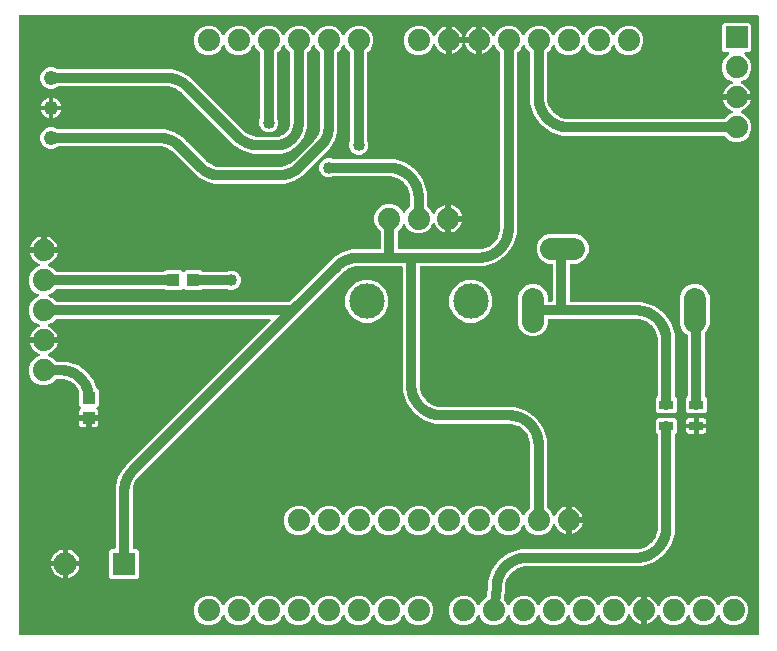
<source format=gbr>
G04 EAGLE Gerber RS-274X export*
G75*
%MOMM*%
%FSLAX34Y34*%
%LPD*%
%INTop Copper*%
%IPPOS*%
%AMOC8*
5,1,8,0,0,1.08239X$1,22.5*%
G01*
%ADD10C,1.879600*%
%ADD11C,1.930400*%
%ADD12R,1.930400X1.930400*%
%ADD13R,1.000000X1.100000*%
%ADD14C,3.000000*%
%ADD15R,1.879600X1.879600*%
%ADD16C,1.209600*%
%ADD17R,1.200000X0.800000*%
%ADD18C,1.900000*%
%ADD19R,1.100000X1.000000*%
%ADD20C,1.016000*%
%ADD21C,0.812800*%
%ADD22C,0.508000*%

G36*
X629784Y4080D02*
X629784Y4080D01*
X629903Y4087D01*
X629941Y4100D01*
X629982Y4105D01*
X630092Y4148D01*
X630205Y4185D01*
X630240Y4207D01*
X630277Y4222D01*
X630373Y4291D01*
X630474Y4355D01*
X630502Y4385D01*
X630535Y4408D01*
X630611Y4500D01*
X630692Y4587D01*
X630712Y4622D01*
X630737Y4653D01*
X630788Y4761D01*
X630846Y4865D01*
X630856Y4905D01*
X630873Y4941D01*
X630895Y5058D01*
X630925Y5173D01*
X630929Y5233D01*
X630933Y5253D01*
X630931Y5274D01*
X630935Y5334D01*
X630935Y528066D01*
X630920Y528184D01*
X630913Y528303D01*
X630900Y528341D01*
X630895Y528382D01*
X630852Y528492D01*
X630815Y528605D01*
X630793Y528640D01*
X630778Y528677D01*
X630709Y528773D01*
X630645Y528874D01*
X630615Y528902D01*
X630592Y528935D01*
X630500Y529011D01*
X630413Y529092D01*
X630378Y529112D01*
X630347Y529137D01*
X630239Y529188D01*
X630135Y529246D01*
X630095Y529256D01*
X630059Y529273D01*
X629942Y529295D01*
X629827Y529325D01*
X629767Y529329D01*
X629747Y529333D01*
X629726Y529331D01*
X629666Y529335D01*
X5334Y529335D01*
X5216Y529320D01*
X5097Y529313D01*
X5059Y529300D01*
X5018Y529295D01*
X4908Y529252D01*
X4795Y529215D01*
X4760Y529193D01*
X4723Y529178D01*
X4627Y529109D01*
X4526Y529045D01*
X4498Y529015D01*
X4465Y528992D01*
X4389Y528900D01*
X4308Y528813D01*
X4288Y528778D01*
X4263Y528747D01*
X4212Y528639D01*
X4154Y528535D01*
X4144Y528495D01*
X4127Y528459D01*
X4105Y528342D01*
X4075Y528227D01*
X4071Y528167D01*
X4067Y528147D01*
X4069Y528126D01*
X4065Y528066D01*
X4065Y5334D01*
X4080Y5216D01*
X4087Y5097D01*
X4100Y5059D01*
X4105Y5018D01*
X4148Y4908D01*
X4185Y4795D01*
X4207Y4760D01*
X4222Y4723D01*
X4291Y4627D01*
X4355Y4526D01*
X4385Y4498D01*
X4408Y4465D01*
X4500Y4389D01*
X4587Y4308D01*
X4622Y4288D01*
X4653Y4263D01*
X4761Y4212D01*
X4865Y4154D01*
X4905Y4144D01*
X4941Y4127D01*
X5058Y4105D01*
X5173Y4075D01*
X5233Y4071D01*
X5253Y4067D01*
X5274Y4069D01*
X5334Y4065D01*
X629666Y4065D01*
X629784Y4080D01*
G37*
%LPC*%
G36*
X82665Y52069D02*
X82665Y52069D01*
X80879Y53855D01*
X80879Y75685D01*
X82665Y77471D01*
X85198Y77471D01*
X85316Y77486D01*
X85435Y77493D01*
X85473Y77506D01*
X85514Y77511D01*
X85624Y77554D01*
X85737Y77591D01*
X85772Y77613D01*
X85809Y77628D01*
X85905Y77697D01*
X86006Y77761D01*
X86034Y77791D01*
X86067Y77814D01*
X86143Y77906D01*
X86224Y77993D01*
X86244Y78028D01*
X86269Y78059D01*
X86320Y78167D01*
X86378Y78271D01*
X86388Y78311D01*
X86405Y78347D01*
X86427Y78464D01*
X86457Y78579D01*
X86461Y78639D01*
X86465Y78659D01*
X86463Y78680D01*
X86467Y78740D01*
X86467Y130269D01*
X88683Y138538D01*
X92963Y145952D01*
X94811Y147800D01*
X96106Y149095D01*
X97169Y150157D01*
X97169Y150158D01*
X217132Y270121D01*
X217217Y270230D01*
X217306Y270337D01*
X217314Y270356D01*
X217327Y270372D01*
X217382Y270500D01*
X217441Y270625D01*
X217445Y270645D01*
X217453Y270664D01*
X217475Y270802D01*
X217501Y270938D01*
X217500Y270958D01*
X217503Y270978D01*
X217490Y271117D01*
X217481Y271255D01*
X217475Y271274D01*
X217473Y271294D01*
X217426Y271426D01*
X217383Y271557D01*
X217372Y271575D01*
X217365Y271594D01*
X217287Y271709D01*
X217213Y271826D01*
X217198Y271840D01*
X217187Y271857D01*
X217083Y271949D01*
X216981Y272044D01*
X216964Y272054D01*
X216948Y272067D01*
X216825Y272130D01*
X216703Y272198D01*
X216683Y272203D01*
X216665Y272212D01*
X216529Y272242D01*
X216395Y272277D01*
X216367Y272279D01*
X216355Y272282D01*
X216334Y272281D01*
X216234Y272287D01*
X36415Y272287D01*
X36317Y272275D01*
X36218Y272272D01*
X36160Y272255D01*
X36100Y272247D01*
X36008Y272211D01*
X35913Y272183D01*
X35860Y272153D01*
X35804Y272130D01*
X35724Y272072D01*
X35639Y272022D01*
X35563Y271956D01*
X35547Y271944D01*
X35539Y271934D01*
X35518Y271916D01*
X32450Y268848D01*
X29425Y267595D01*
X29399Y267580D01*
X29370Y267571D01*
X29261Y267501D01*
X29148Y267437D01*
X29127Y267416D01*
X29102Y267400D01*
X29013Y267306D01*
X28920Y267216D01*
X28904Y267190D01*
X28884Y267169D01*
X28821Y267055D01*
X28754Y266945D01*
X28745Y266916D01*
X28731Y266890D01*
X28698Y266765D01*
X28660Y266641D01*
X28659Y266611D01*
X28651Y266582D01*
X28651Y266452D01*
X28645Y266323D01*
X28651Y266294D01*
X28651Y266264D01*
X28683Y266139D01*
X28709Y266012D01*
X28722Y265985D01*
X28730Y265956D01*
X28792Y265843D01*
X28849Y265726D01*
X28868Y265703D01*
X28883Y265677D01*
X28971Y265583D01*
X29055Y265484D01*
X29080Y265467D01*
X29100Y265445D01*
X29209Y265376D01*
X29315Y265301D01*
X29343Y265290D01*
X29369Y265274D01*
X29518Y265215D01*
X29983Y265064D01*
X31657Y264211D01*
X33178Y263106D01*
X34506Y261778D01*
X35611Y260257D01*
X36464Y258583D01*
X37045Y256796D01*
X37085Y256539D01*
X26670Y256539D01*
X26552Y256524D01*
X26433Y256517D01*
X26395Y256504D01*
X26355Y256499D01*
X26244Y256456D01*
X26131Y256419D01*
X26097Y256397D01*
X26059Y256382D01*
X25963Y256312D01*
X25862Y256249D01*
X25834Y256219D01*
X25802Y256195D01*
X25726Y256104D01*
X25644Y256017D01*
X25625Y255982D01*
X25599Y255951D01*
X25548Y255843D01*
X25491Y255739D01*
X25480Y255699D01*
X25463Y255663D01*
X25441Y255546D01*
X25411Y255431D01*
X25407Y255370D01*
X25403Y255350D01*
X25405Y255330D01*
X25401Y255270D01*
X25401Y252730D01*
X25416Y252612D01*
X25423Y252493D01*
X25436Y252455D01*
X25441Y252414D01*
X25485Y252304D01*
X25521Y252191D01*
X25543Y252156D01*
X25558Y252119D01*
X25628Y252023D01*
X25691Y251922D01*
X25721Y251894D01*
X25745Y251861D01*
X25836Y251786D01*
X25923Y251704D01*
X25958Y251684D01*
X25990Y251659D01*
X26097Y251608D01*
X26202Y251550D01*
X26241Y251540D01*
X26277Y251523D01*
X26394Y251501D01*
X26509Y251471D01*
X26570Y251467D01*
X26590Y251463D01*
X26610Y251465D01*
X26670Y251461D01*
X37085Y251461D01*
X37045Y251204D01*
X36464Y249417D01*
X35611Y247743D01*
X34506Y246222D01*
X33178Y244894D01*
X31657Y243789D01*
X29983Y242936D01*
X29518Y242785D01*
X29491Y242772D01*
X29462Y242765D01*
X29348Y242705D01*
X29230Y242650D01*
X29207Y242631D01*
X29181Y242617D01*
X29085Y242530D01*
X28985Y242447D01*
X28968Y242423D01*
X28946Y242403D01*
X28874Y242294D01*
X28798Y242190D01*
X28787Y242162D01*
X28771Y242137D01*
X28729Y242014D01*
X28681Y241894D01*
X28677Y241864D01*
X28668Y241836D01*
X28657Y241707D01*
X28641Y241579D01*
X28645Y241549D01*
X28642Y241519D01*
X28665Y241391D01*
X28681Y241263D01*
X28692Y241235D01*
X28697Y241206D01*
X28750Y241088D01*
X28798Y240967D01*
X28815Y240943D01*
X28827Y240916D01*
X28908Y240815D01*
X28984Y240710D01*
X29007Y240691D01*
X29026Y240667D01*
X29130Y240589D01*
X29229Y240507D01*
X29256Y240494D01*
X29280Y240476D01*
X29425Y240405D01*
X32450Y239152D01*
X35518Y236084D01*
X35596Y236024D01*
X35668Y235956D01*
X35721Y235927D01*
X35769Y235890D01*
X35860Y235850D01*
X35947Y235802D01*
X36005Y235787D01*
X36061Y235763D01*
X36159Y235748D01*
X36255Y235723D01*
X36355Y235717D01*
X36375Y235713D01*
X36387Y235715D01*
X36415Y235713D01*
X45059Y235713D01*
X54206Y232741D01*
X61987Y227087D01*
X67641Y219306D01*
X69275Y214276D01*
X69309Y214204D01*
X69333Y214129D01*
X69376Y214061D01*
X69410Y213988D01*
X69461Y213927D01*
X69503Y213860D01*
X69562Y213805D01*
X69613Y213743D01*
X69677Y213696D01*
X69735Y213642D01*
X69805Y213603D01*
X69870Y213556D01*
X69944Y213527D01*
X70014Y213488D01*
X70091Y213468D01*
X70166Y213439D01*
X70231Y213430D01*
X72049Y211613D01*
X72049Y199087D01*
X70325Y197364D01*
X70248Y197264D01*
X70166Y197169D01*
X70151Y197139D01*
X70130Y197112D01*
X70080Y196997D01*
X70024Y196884D01*
X70017Y196851D01*
X70004Y196820D01*
X69984Y196696D01*
X69958Y196573D01*
X69959Y196540D01*
X69954Y196506D01*
X69966Y196381D01*
X69971Y196255D01*
X69981Y196223D01*
X69984Y196190D01*
X70026Y196071D01*
X70063Y195951D01*
X70080Y195922D01*
X70091Y195890D01*
X70162Y195786D01*
X70227Y195679D01*
X70251Y195655D01*
X70270Y195627D01*
X70364Y195544D01*
X70454Y195456D01*
X70495Y195429D01*
X70508Y195417D01*
X70528Y195407D01*
X70553Y195390D01*
X71033Y194910D01*
X71368Y194331D01*
X71541Y193684D01*
X71541Y190849D01*
X64730Y190849D01*
X64612Y190834D01*
X64493Y190827D01*
X64455Y190814D01*
X64415Y190809D01*
X64304Y190766D01*
X64191Y190729D01*
X64157Y190707D01*
X64119Y190692D01*
X64023Y190623D01*
X63922Y190559D01*
X63894Y190529D01*
X63862Y190506D01*
X63786Y190414D01*
X63704Y190327D01*
X63685Y190292D01*
X63659Y190261D01*
X63608Y190153D01*
X63551Y190049D01*
X63541Y190009D01*
X63523Y189973D01*
X63503Y189866D01*
X63499Y189896D01*
X63455Y190006D01*
X63419Y190119D01*
X63397Y190154D01*
X63382Y190191D01*
X63312Y190287D01*
X63249Y190388D01*
X63219Y190416D01*
X63195Y190449D01*
X63104Y190525D01*
X63017Y190606D01*
X62982Y190626D01*
X62950Y190651D01*
X62843Y190702D01*
X62738Y190760D01*
X62699Y190770D01*
X62663Y190787D01*
X62546Y190809D01*
X62430Y190839D01*
X62370Y190843D01*
X62350Y190847D01*
X62330Y190845D01*
X62270Y190849D01*
X55459Y190849D01*
X55459Y193684D01*
X55632Y194331D01*
X55967Y194910D01*
X56461Y195404D01*
X56512Y195443D01*
X56616Y195514D01*
X56638Y195539D01*
X56665Y195559D01*
X56743Y195658D01*
X56827Y195752D01*
X56842Y195782D01*
X56863Y195808D01*
X56914Y195923D01*
X56971Y196035D01*
X56979Y196068D01*
X56992Y196099D01*
X57013Y196223D01*
X57041Y196345D01*
X57040Y196379D01*
X57045Y196412D01*
X57035Y196537D01*
X57031Y196663D01*
X57022Y196696D01*
X57019Y196729D01*
X56978Y196848D01*
X56943Y196969D01*
X56926Y196998D01*
X56915Y197030D01*
X56845Y197134D01*
X56781Y197243D01*
X56749Y197279D01*
X56739Y197295D01*
X56723Y197309D01*
X56675Y197364D01*
X54951Y199087D01*
X54951Y211532D01*
X54936Y211650D01*
X54929Y211768D01*
X54914Y211827D01*
X54911Y211848D01*
X54904Y211866D01*
X54889Y211924D01*
X54705Y212492D01*
X54654Y212599D01*
X54611Y212710D01*
X54578Y212761D01*
X54569Y212780D01*
X54556Y212796D01*
X54524Y212846D01*
X51790Y216609D01*
X51709Y216696D01*
X51633Y216787D01*
X51586Y216826D01*
X51572Y216841D01*
X51555Y216852D01*
X51509Y216890D01*
X47746Y219624D01*
X47642Y219682D01*
X47542Y219745D01*
X47485Y219768D01*
X47467Y219778D01*
X47448Y219783D01*
X47392Y219805D01*
X42968Y221242D01*
X42900Y221255D01*
X42835Y221278D01*
X42675Y221300D01*
X40350Y221483D01*
X40328Y221482D01*
X40250Y221487D01*
X36415Y221487D01*
X36317Y221475D01*
X36218Y221472D01*
X36160Y221455D01*
X36100Y221447D01*
X36008Y221411D01*
X35913Y221383D01*
X35860Y221353D01*
X35804Y221330D01*
X35724Y221272D01*
X35639Y221222D01*
X35563Y221156D01*
X35547Y221144D01*
X35539Y221134D01*
X35518Y221116D01*
X32450Y218048D01*
X27876Y216153D01*
X22924Y216153D01*
X18350Y218048D01*
X14848Y221550D01*
X12953Y226124D01*
X12953Y231076D01*
X14848Y235650D01*
X18350Y239152D01*
X21375Y240405D01*
X21401Y240420D01*
X21430Y240429D01*
X21539Y240499D01*
X21652Y240563D01*
X21673Y240584D01*
X21698Y240600D01*
X21787Y240694D01*
X21880Y240784D01*
X21896Y240810D01*
X21916Y240831D01*
X21979Y240945D01*
X22046Y241055D01*
X22055Y241084D01*
X22069Y241110D01*
X22102Y241235D01*
X22140Y241359D01*
X22141Y241389D01*
X22149Y241418D01*
X22149Y241548D01*
X22155Y241677D01*
X22149Y241706D01*
X22149Y241736D01*
X22117Y241861D01*
X22091Y241988D01*
X22078Y242015D01*
X22070Y242044D01*
X22008Y242157D01*
X21951Y242274D01*
X21932Y242297D01*
X21917Y242323D01*
X21829Y242417D01*
X21745Y242516D01*
X21720Y242533D01*
X21700Y242555D01*
X21591Y242624D01*
X21485Y242699D01*
X21457Y242710D01*
X21431Y242726D01*
X21282Y242785D01*
X20817Y242936D01*
X19143Y243789D01*
X17622Y244894D01*
X16294Y246222D01*
X15189Y247743D01*
X14336Y249417D01*
X13755Y251204D01*
X13715Y251461D01*
X24130Y251461D01*
X24248Y251476D01*
X24367Y251483D01*
X24405Y251496D01*
X24445Y251501D01*
X24556Y251544D01*
X24669Y251581D01*
X24703Y251603D01*
X24741Y251618D01*
X24837Y251688D01*
X24938Y251751D01*
X24966Y251781D01*
X24998Y251804D01*
X25074Y251896D01*
X25156Y251983D01*
X25175Y252018D01*
X25201Y252049D01*
X25252Y252157D01*
X25309Y252261D01*
X25320Y252301D01*
X25337Y252337D01*
X25359Y252454D01*
X25389Y252569D01*
X25393Y252630D01*
X25397Y252650D01*
X25395Y252670D01*
X25399Y252730D01*
X25399Y255270D01*
X25384Y255388D01*
X25377Y255507D01*
X25364Y255545D01*
X25359Y255585D01*
X25315Y255696D01*
X25279Y255809D01*
X25257Y255844D01*
X25242Y255881D01*
X25172Y255977D01*
X25109Y256078D01*
X25079Y256106D01*
X25055Y256139D01*
X24964Y256214D01*
X24877Y256296D01*
X24842Y256316D01*
X24810Y256341D01*
X24703Y256392D01*
X24598Y256450D01*
X24559Y256460D01*
X24523Y256477D01*
X24406Y256499D01*
X24291Y256529D01*
X24230Y256533D01*
X24210Y256537D01*
X24190Y256535D01*
X24130Y256539D01*
X13715Y256539D01*
X13755Y256796D01*
X14336Y258583D01*
X15189Y260257D01*
X16294Y261778D01*
X17622Y263106D01*
X19143Y264211D01*
X20817Y265064D01*
X21282Y265215D01*
X21309Y265228D01*
X21338Y265235D01*
X21452Y265295D01*
X21570Y265350D01*
X21593Y265369D01*
X21619Y265383D01*
X21715Y265470D01*
X21815Y265553D01*
X21832Y265577D01*
X21854Y265597D01*
X21926Y265706D01*
X22002Y265810D01*
X22013Y265838D01*
X22029Y265863D01*
X22071Y265986D01*
X22119Y266106D01*
X22123Y266136D01*
X22132Y266164D01*
X22143Y266293D01*
X22159Y266421D01*
X22155Y266451D01*
X22158Y266481D01*
X22135Y266609D01*
X22119Y266737D01*
X22108Y266765D01*
X22103Y266794D01*
X22050Y266912D01*
X22002Y267033D01*
X21985Y267057D01*
X21973Y267084D01*
X21892Y267185D01*
X21816Y267290D01*
X21793Y267309D01*
X21774Y267333D01*
X21670Y267411D01*
X21571Y267493D01*
X21544Y267506D01*
X21520Y267524D01*
X21375Y267595D01*
X18350Y268848D01*
X14848Y272350D01*
X12953Y276924D01*
X12953Y281876D01*
X14848Y286450D01*
X18350Y289952D01*
X20705Y290927D01*
X20825Y290996D01*
X20948Y291061D01*
X20963Y291075D01*
X20981Y291085D01*
X21081Y291182D01*
X21184Y291275D01*
X21195Y291292D01*
X21209Y291306D01*
X21282Y291424D01*
X21358Y291541D01*
X21365Y291560D01*
X21376Y291577D01*
X21416Y291710D01*
X21462Y291842D01*
X21463Y291862D01*
X21469Y291881D01*
X21476Y292020D01*
X21487Y292159D01*
X21483Y292179D01*
X21484Y292199D01*
X21456Y292335D01*
X21432Y292472D01*
X21424Y292491D01*
X21420Y292510D01*
X21359Y292635D01*
X21302Y292762D01*
X21289Y292778D01*
X21280Y292796D01*
X21190Y292902D01*
X21103Y293010D01*
X21087Y293023D01*
X21074Y293038D01*
X20960Y293118D01*
X20849Y293202D01*
X20824Y293214D01*
X20814Y293221D01*
X20795Y293228D01*
X20705Y293273D01*
X18350Y294248D01*
X14848Y297750D01*
X12953Y302324D01*
X12953Y307276D01*
X14848Y311850D01*
X18350Y315352D01*
X21375Y316605D01*
X21401Y316620D01*
X21430Y316629D01*
X21539Y316698D01*
X21652Y316763D01*
X21673Y316784D01*
X21698Y316800D01*
X21787Y316894D01*
X21880Y316984D01*
X21896Y317010D01*
X21916Y317031D01*
X21979Y317145D01*
X22046Y317255D01*
X22055Y317284D01*
X22069Y317310D01*
X22102Y317436D01*
X22140Y317559D01*
X22141Y317589D01*
X22149Y317618D01*
X22149Y317748D01*
X22155Y317877D01*
X22149Y317906D01*
X22149Y317936D01*
X22117Y318062D01*
X22091Y318188D01*
X22078Y318215D01*
X22070Y318244D01*
X22008Y318358D01*
X21951Y318474D01*
X21932Y318497D01*
X21917Y318523D01*
X21829Y318618D01*
X21745Y318716D01*
X21720Y318733D01*
X21700Y318755D01*
X21591Y318824D01*
X21485Y318899D01*
X21457Y318910D01*
X21431Y318926D01*
X21282Y318985D01*
X20817Y319136D01*
X19143Y319989D01*
X17622Y321094D01*
X16294Y322422D01*
X15189Y323943D01*
X14336Y325617D01*
X13755Y327404D01*
X13715Y327661D01*
X24130Y327661D01*
X24248Y327676D01*
X24367Y327683D01*
X24405Y327696D01*
X24445Y327701D01*
X24556Y327744D01*
X24669Y327781D01*
X24703Y327803D01*
X24741Y327818D01*
X24837Y327888D01*
X24938Y327951D01*
X24966Y327981D01*
X24998Y328004D01*
X25074Y328096D01*
X25156Y328183D01*
X25175Y328218D01*
X25201Y328249D01*
X25252Y328357D01*
X25309Y328461D01*
X25320Y328501D01*
X25337Y328537D01*
X25359Y328654D01*
X25389Y328769D01*
X25393Y328830D01*
X25397Y328850D01*
X25395Y328870D01*
X25399Y328930D01*
X25399Y330201D01*
X25401Y330201D01*
X25401Y328930D01*
X25416Y328812D01*
X25423Y328693D01*
X25436Y328655D01*
X25441Y328614D01*
X25485Y328504D01*
X25521Y328391D01*
X25543Y328356D01*
X25558Y328319D01*
X25628Y328223D01*
X25691Y328122D01*
X25721Y328094D01*
X25745Y328061D01*
X25836Y327986D01*
X25923Y327904D01*
X25958Y327884D01*
X25990Y327859D01*
X26097Y327808D01*
X26202Y327750D01*
X26241Y327740D01*
X26277Y327723D01*
X26394Y327701D01*
X26509Y327671D01*
X26570Y327667D01*
X26590Y327663D01*
X26610Y327665D01*
X26670Y327661D01*
X37085Y327661D01*
X37045Y327404D01*
X36464Y325617D01*
X35611Y323943D01*
X34506Y322422D01*
X33178Y321094D01*
X31657Y319989D01*
X29983Y319136D01*
X29518Y318985D01*
X29491Y318972D01*
X29462Y318965D01*
X29347Y318905D01*
X29230Y318850D01*
X29207Y318831D01*
X29181Y318817D01*
X29085Y318729D01*
X28985Y318647D01*
X28968Y318623D01*
X28946Y318603D01*
X28874Y318494D01*
X28798Y318390D01*
X28787Y318362D01*
X28771Y318337D01*
X28729Y318214D01*
X28681Y318094D01*
X28677Y318064D01*
X28668Y318036D01*
X28657Y317907D01*
X28641Y317779D01*
X28645Y317749D01*
X28642Y317719D01*
X28665Y317591D01*
X28681Y317463D01*
X28692Y317435D01*
X28697Y317406D01*
X28750Y317288D01*
X28798Y317167D01*
X28815Y317143D01*
X28827Y317116D01*
X28908Y317015D01*
X28984Y316910D01*
X29007Y316891D01*
X29026Y316867D01*
X29129Y316790D01*
X29229Y316707D01*
X29256Y316694D01*
X29280Y316676D01*
X29425Y316605D01*
X32450Y315352D01*
X35518Y312284D01*
X35596Y312224D01*
X35668Y312156D01*
X35721Y312127D01*
X35769Y312090D01*
X35860Y312050D01*
X35947Y312002D01*
X36005Y311987D01*
X36061Y311963D01*
X36159Y311948D01*
X36255Y311923D01*
X36355Y311917D01*
X36375Y311913D01*
X36387Y311915D01*
X36415Y311913D01*
X126785Y311913D01*
X126884Y311925D01*
X126983Y311928D01*
X127041Y311945D01*
X127101Y311953D01*
X127193Y311989D01*
X127288Y312017D01*
X127340Y312047D01*
X127397Y312070D01*
X127477Y312128D01*
X127562Y312178D01*
X127637Y312244D01*
X127654Y312256D01*
X127662Y312266D01*
X127683Y312284D01*
X128747Y313349D01*
X141273Y313349D01*
X142612Y312009D01*
X142707Y311936D01*
X142796Y311857D01*
X142832Y311839D01*
X142864Y311814D01*
X142973Y311767D01*
X143079Y311713D01*
X143118Y311704D01*
X143156Y311688D01*
X143273Y311669D01*
X143389Y311643D01*
X143430Y311644D01*
X143470Y311638D01*
X143588Y311649D01*
X143707Y311653D01*
X143746Y311664D01*
X143786Y311668D01*
X143899Y311708D01*
X144013Y311741D01*
X144047Y311762D01*
X144086Y311775D01*
X144184Y311842D01*
X144287Y311903D01*
X144332Y311943D01*
X144349Y311954D01*
X144362Y311969D01*
X144407Y312009D01*
X145747Y313349D01*
X158273Y313349D01*
X159337Y312284D01*
X159415Y312224D01*
X159487Y312156D01*
X159541Y312127D01*
X159588Y312090D01*
X159679Y312050D01*
X159766Y312002D01*
X159825Y311987D01*
X159880Y311963D01*
X159978Y311948D01*
X160074Y311923D01*
X160174Y311917D01*
X160194Y311913D01*
X160207Y311915D01*
X160235Y311913D01*
X179828Y311913D01*
X179837Y311914D01*
X179846Y311913D01*
X179995Y311934D01*
X180143Y311953D01*
X180152Y311956D01*
X180161Y311957D01*
X180313Y312009D01*
X182533Y312929D01*
X185767Y312929D01*
X188755Y311691D01*
X191041Y309405D01*
X192279Y306417D01*
X192279Y303183D01*
X191041Y300195D01*
X188755Y297909D01*
X185767Y296671D01*
X182533Y296671D01*
X180313Y297591D01*
X180305Y297593D01*
X180296Y297598D01*
X180151Y297635D01*
X180007Y297675D01*
X179997Y297675D01*
X179988Y297677D01*
X179828Y297687D01*
X160235Y297687D01*
X160136Y297675D01*
X160037Y297672D01*
X159979Y297655D01*
X159919Y297647D01*
X159827Y297611D01*
X159732Y297583D01*
X159680Y297553D01*
X159623Y297530D01*
X159543Y297472D01*
X159458Y297422D01*
X159383Y297356D01*
X159366Y297344D01*
X159358Y297334D01*
X159337Y297316D01*
X158273Y296251D01*
X145747Y296251D01*
X144407Y297591D01*
X144313Y297664D01*
X144224Y297743D01*
X144188Y297761D01*
X144156Y297786D01*
X144047Y297833D01*
X143941Y297887D01*
X143902Y297896D01*
X143864Y297912D01*
X143747Y297931D01*
X143631Y297957D01*
X143590Y297956D01*
X143550Y297962D01*
X143432Y297951D01*
X143313Y297947D01*
X143274Y297936D01*
X143234Y297932D01*
X143122Y297892D01*
X143007Y297859D01*
X142972Y297838D01*
X142934Y297825D01*
X142836Y297758D01*
X142733Y297697D01*
X142688Y297658D01*
X142671Y297646D01*
X142658Y297631D01*
X142612Y297591D01*
X141273Y296251D01*
X128747Y296251D01*
X127683Y297316D01*
X127605Y297376D01*
X127533Y297444D01*
X127480Y297473D01*
X127432Y297510D01*
X127341Y297550D01*
X127254Y297598D01*
X127195Y297613D01*
X127140Y297637D01*
X127042Y297652D01*
X126946Y297677D01*
X126846Y297683D01*
X126826Y297687D01*
X126813Y297685D01*
X126785Y297687D01*
X36415Y297687D01*
X36317Y297675D01*
X36218Y297672D01*
X36160Y297655D01*
X36100Y297647D01*
X36008Y297611D01*
X35913Y297583D01*
X35860Y297553D01*
X35804Y297530D01*
X35724Y297472D01*
X35639Y297422D01*
X35563Y297356D01*
X35547Y297344D01*
X35539Y297334D01*
X35518Y297316D01*
X32450Y294248D01*
X30095Y293273D01*
X29975Y293204D01*
X29852Y293139D01*
X29837Y293125D01*
X29819Y293115D01*
X29719Y293018D01*
X29616Y292925D01*
X29605Y292908D01*
X29591Y292894D01*
X29518Y292775D01*
X29442Y292659D01*
X29435Y292640D01*
X29424Y292623D01*
X29384Y292490D01*
X29338Y292358D01*
X29337Y292338D01*
X29331Y292319D01*
X29324Y292180D01*
X29313Y292041D01*
X29317Y292021D01*
X29316Y292001D01*
X29344Y291865D01*
X29368Y291728D01*
X29376Y291709D01*
X29380Y291690D01*
X29441Y291564D01*
X29498Y291438D01*
X29511Y291422D01*
X29520Y291404D01*
X29610Y291298D01*
X29697Y291190D01*
X29713Y291177D01*
X29726Y291162D01*
X29840Y291082D01*
X29951Y290998D01*
X29976Y290986D01*
X29986Y290979D01*
X30005Y290972D01*
X30095Y290927D01*
X32450Y289952D01*
X35518Y286884D01*
X35596Y286824D01*
X35668Y286756D01*
X35721Y286727D01*
X35769Y286690D01*
X35860Y286650D01*
X35947Y286602D01*
X36005Y286587D01*
X36061Y286563D01*
X36159Y286548D01*
X36255Y286523D01*
X36355Y286517D01*
X36375Y286513D01*
X36387Y286515D01*
X36415Y286513D01*
X232998Y286513D01*
X233096Y286525D01*
X233195Y286528D01*
X233254Y286545D01*
X233314Y286553D01*
X233406Y286589D01*
X233501Y286617D01*
X233553Y286647D01*
X233609Y286670D01*
X233689Y286728D01*
X233775Y286778D01*
X233850Y286844D01*
X233867Y286856D01*
X233874Y286866D01*
X233896Y286884D01*
X235034Y288023D01*
X267272Y320261D01*
X268325Y321314D01*
X269630Y322619D01*
X271478Y324467D01*
X278891Y328747D01*
X287161Y330963D01*
X309518Y330963D01*
X309636Y330978D01*
X309755Y330985D01*
X309793Y330998D01*
X309834Y331003D01*
X309944Y331046D01*
X310057Y331083D01*
X310092Y331105D01*
X310129Y331120D01*
X310225Y331189D01*
X310326Y331253D01*
X310354Y331283D01*
X310387Y331306D01*
X310463Y331398D01*
X310544Y331485D01*
X310564Y331520D01*
X310589Y331551D01*
X310640Y331659D01*
X310698Y331763D01*
X310708Y331803D01*
X310725Y331839D01*
X310747Y331956D01*
X310777Y332071D01*
X310781Y332131D01*
X310785Y332151D01*
X310783Y332172D01*
X310787Y332232D01*
X310787Y346005D01*
X310775Y346103D01*
X310772Y346202D01*
X310755Y346260D01*
X310747Y346320D01*
X310711Y346412D01*
X310683Y346507D01*
X310653Y346560D01*
X310630Y346616D01*
X310572Y346696D01*
X310522Y346781D01*
X310456Y346857D01*
X310444Y346873D01*
X310434Y346881D01*
X310416Y346902D01*
X307348Y349970D01*
X305453Y354544D01*
X305453Y359496D01*
X307348Y364070D01*
X310850Y367572D01*
X315424Y369467D01*
X320376Y369467D01*
X324950Y367572D01*
X328452Y364070D01*
X329227Y362198D01*
X329296Y362078D01*
X329361Y361955D01*
X329375Y361940D01*
X329385Y361922D01*
X329482Y361822D01*
X329575Y361719D01*
X329592Y361708D01*
X329606Y361694D01*
X329725Y361621D01*
X329841Y361544D01*
X329860Y361538D01*
X329877Y361527D01*
X330010Y361486D01*
X330142Y361441D01*
X330162Y361440D01*
X330181Y361434D01*
X330320Y361427D01*
X330459Y361416D01*
X330479Y361420D01*
X330499Y361419D01*
X330635Y361447D01*
X330772Y361470D01*
X330791Y361479D01*
X330810Y361483D01*
X330936Y361544D01*
X331062Y361601D01*
X331078Y361614D01*
X331096Y361623D01*
X331202Y361713D01*
X331310Y361800D01*
X331323Y361816D01*
X331338Y361829D01*
X331418Y361943D01*
X331502Y362054D01*
X331514Y362079D01*
X331521Y362089D01*
X331528Y362108D01*
X331573Y362198D01*
X332348Y364070D01*
X335416Y367138D01*
X335476Y367216D01*
X335544Y367288D01*
X335573Y367341D01*
X335610Y367389D01*
X335650Y367480D01*
X335698Y367567D01*
X335713Y367625D01*
X335737Y367681D01*
X335752Y367779D01*
X335777Y367875D01*
X335783Y367975D01*
X335787Y367995D01*
X335785Y368007D01*
X335787Y368035D01*
X335787Y374650D01*
X335785Y374672D01*
X335783Y374750D01*
X335574Y377412D01*
X335560Y377480D01*
X335556Y377548D01*
X335516Y377704D01*
X333870Y382768D01*
X333837Y382840D01*
X333836Y382841D01*
X333836Y382842D01*
X333820Y382876D01*
X333776Y382986D01*
X333744Y383037D01*
X333735Y383056D01*
X333722Y383072D01*
X333690Y383122D01*
X330560Y387430D01*
X330479Y387516D01*
X330404Y387608D01*
X330357Y387646D01*
X330343Y387661D01*
X330325Y387672D01*
X330280Y387710D01*
X325972Y390840D01*
X325868Y390897D01*
X325768Y390961D01*
X325711Y390983D01*
X325693Y390993D01*
X325674Y390998D01*
X325618Y391020D01*
X320554Y392666D01*
X320487Y392679D01*
X320421Y392701D01*
X320262Y392724D01*
X317600Y392933D01*
X317578Y392932D01*
X317500Y392937D01*
X271022Y392937D01*
X271013Y392936D01*
X271004Y392937D01*
X270855Y392916D01*
X270707Y392897D01*
X270698Y392894D01*
X270689Y392893D01*
X270537Y392841D01*
X268317Y391921D01*
X265083Y391921D01*
X262095Y393159D01*
X259809Y395445D01*
X258571Y398433D01*
X258571Y401667D01*
X259809Y404655D01*
X262095Y406941D01*
X265083Y408179D01*
X268317Y408179D01*
X270537Y407259D01*
X270545Y407257D01*
X270554Y407252D01*
X270699Y407215D01*
X270843Y407175D01*
X270853Y407175D01*
X270862Y407173D01*
X271022Y407163D01*
X322650Y407163D01*
X332444Y403980D01*
X340776Y397927D01*
X346830Y389594D01*
X350013Y379799D01*
X350013Y368035D01*
X350025Y367937D01*
X350028Y367838D01*
X350045Y367780D01*
X350053Y367720D01*
X350089Y367628D01*
X350117Y367533D01*
X350147Y367480D01*
X350170Y367424D01*
X350228Y367344D01*
X350278Y367259D01*
X350344Y367183D01*
X350356Y367167D01*
X350366Y367159D01*
X350384Y367138D01*
X353452Y364070D01*
X354481Y361586D01*
X354496Y361560D01*
X354505Y361531D01*
X354574Y361422D01*
X354639Y361310D01*
X354659Y361288D01*
X354675Y361263D01*
X354770Y361174D01*
X354860Y361081D01*
X354885Y361066D01*
X354907Y361045D01*
X355021Y360983D01*
X355131Y360915D01*
X355159Y360906D01*
X355186Y360892D01*
X355311Y360859D01*
X355435Y360821D01*
X355465Y360820D01*
X355494Y360812D01*
X355623Y360812D01*
X355753Y360806D01*
X355782Y360812D01*
X355812Y360812D01*
X355937Y360844D01*
X356064Y360870D01*
X356091Y360884D01*
X356120Y360891D01*
X356233Y360953D01*
X356350Y361010D01*
X356372Y361030D01*
X356399Y361044D01*
X356493Y361132D01*
X356592Y361217D01*
X356609Y361241D01*
X356631Y361261D01*
X356690Y361354D01*
X356709Y361375D01*
X356735Y361420D01*
X356775Y361477D01*
X356785Y361504D01*
X356801Y361530D01*
X356811Y361554D01*
X357689Y363277D01*
X358794Y364798D01*
X360122Y366126D01*
X361643Y367231D01*
X363317Y368084D01*
X365104Y368665D01*
X365401Y368712D01*
X365401Y358250D01*
X365416Y358132D01*
X365423Y358013D01*
X365435Y357975D01*
X365441Y357935D01*
X365484Y357824D01*
X365521Y357711D01*
X365543Y357677D01*
X365558Y357639D01*
X365627Y357543D01*
X365691Y357442D01*
X365721Y357414D01*
X365744Y357382D01*
X365836Y357306D01*
X365923Y357224D01*
X365958Y357205D01*
X365989Y357179D01*
X366097Y357128D01*
X366201Y357071D01*
X366241Y357061D01*
X366277Y357043D01*
X366384Y357023D01*
X366354Y357019D01*
X366244Y356975D01*
X366131Y356939D01*
X366096Y356917D01*
X366059Y356902D01*
X365962Y356832D01*
X365862Y356769D01*
X365834Y356739D01*
X365801Y356715D01*
X365725Y356624D01*
X365644Y356537D01*
X365624Y356502D01*
X365599Y356470D01*
X365548Y356363D01*
X365490Y356258D01*
X365480Y356219D01*
X365463Y356183D01*
X365441Y356066D01*
X365411Y355950D01*
X365407Y355890D01*
X365403Y355870D01*
X365405Y355850D01*
X365401Y355790D01*
X365401Y345328D01*
X365104Y345375D01*
X363317Y345956D01*
X361643Y346809D01*
X360122Y347914D01*
X358794Y349242D01*
X357689Y350763D01*
X356791Y352526D01*
X356766Y352563D01*
X356725Y352648D01*
X356706Y352671D01*
X356692Y352698D01*
X356619Y352778D01*
X356612Y352789D01*
X356601Y352798D01*
X356523Y352894D01*
X356499Y352911D01*
X356478Y352933D01*
X356370Y353004D01*
X356265Y353081D01*
X356238Y353092D01*
X356213Y353108D01*
X356090Y353150D01*
X355970Y353198D01*
X355940Y353201D01*
X355912Y353211D01*
X355783Y353221D01*
X355654Y353238D01*
X355625Y353234D01*
X355595Y353236D01*
X355467Y353214D01*
X355339Y353198D01*
X355311Y353187D01*
X355282Y353182D01*
X355163Y353129D01*
X355043Y353081D01*
X355019Y353064D01*
X354992Y353051D01*
X354890Y352970D01*
X354786Y352894D01*
X354767Y352872D01*
X354743Y352853D01*
X354665Y352749D01*
X354583Y352650D01*
X354570Y352623D01*
X354552Y352599D01*
X354481Y352454D01*
X353452Y349970D01*
X349950Y346468D01*
X345376Y344573D01*
X340424Y344573D01*
X335850Y346468D01*
X332348Y349970D01*
X331573Y351842D01*
X331504Y351962D01*
X331439Y352085D01*
X331425Y352100D01*
X331415Y352118D01*
X331318Y352218D01*
X331225Y352321D01*
X331208Y352332D01*
X331194Y352346D01*
X331076Y352419D01*
X330959Y352496D01*
X330940Y352502D01*
X330923Y352513D01*
X330790Y352554D01*
X330658Y352599D01*
X330638Y352600D01*
X330619Y352606D01*
X330480Y352613D01*
X330341Y352624D01*
X330321Y352621D01*
X330301Y352621D01*
X330165Y352593D01*
X330028Y352570D01*
X330009Y352561D01*
X329990Y352557D01*
X329865Y352496D01*
X329738Y352439D01*
X329722Y352426D01*
X329704Y352417D01*
X329598Y352327D01*
X329490Y352240D01*
X329477Y352224D01*
X329462Y352211D01*
X329382Y352097D01*
X329298Y351986D01*
X329286Y351961D01*
X329279Y351951D01*
X329272Y351932D01*
X329227Y351842D01*
X328452Y349970D01*
X325384Y346902D01*
X325324Y346824D01*
X325256Y346752D01*
X325227Y346699D01*
X325190Y346651D01*
X325150Y346560D01*
X325102Y346473D01*
X325087Y346415D01*
X325063Y346359D01*
X325048Y346261D01*
X325023Y346165D01*
X325017Y346065D01*
X325013Y346045D01*
X325015Y346033D01*
X325013Y346005D01*
X325013Y332232D01*
X325028Y332114D01*
X325035Y331995D01*
X325048Y331957D01*
X325053Y331916D01*
X325096Y331806D01*
X325133Y331693D01*
X325155Y331658D01*
X325170Y331621D01*
X325239Y331525D01*
X325303Y331424D01*
X325333Y331396D01*
X325356Y331363D01*
X325448Y331287D01*
X325535Y331206D01*
X325570Y331186D01*
X325601Y331161D01*
X325709Y331110D01*
X325813Y331052D01*
X325853Y331042D01*
X325889Y331025D01*
X326006Y331003D01*
X326121Y330973D01*
X326181Y330969D01*
X326201Y330965D01*
X326222Y330967D01*
X326282Y330963D01*
X393700Y330963D01*
X393722Y330965D01*
X393800Y330967D01*
X396462Y331176D01*
X396530Y331190D01*
X396598Y331194D01*
X396754Y331234D01*
X401818Y332880D01*
X401926Y332930D01*
X402036Y332974D01*
X402087Y333006D01*
X402106Y333015D01*
X402122Y333028D01*
X402172Y333060D01*
X406480Y336190D01*
X406566Y336271D01*
X406658Y336346D01*
X406696Y336393D01*
X406711Y336407D01*
X406722Y336425D01*
X406760Y336470D01*
X409890Y340778D01*
X409947Y340882D01*
X410011Y340982D01*
X410033Y341039D01*
X410043Y341057D01*
X410048Y341076D01*
X410070Y341132D01*
X411716Y346196D01*
X411729Y346263D01*
X411751Y346329D01*
X411774Y346488D01*
X411983Y349150D01*
X411982Y349172D01*
X411987Y349250D01*
X411987Y496985D01*
X411975Y497083D01*
X411972Y497182D01*
X411955Y497240D01*
X411947Y497300D01*
X411911Y497392D01*
X411883Y497487D01*
X411853Y497540D01*
X411830Y497596D01*
X411772Y497676D01*
X411722Y497761D01*
X411656Y497837D01*
X411644Y497853D01*
X411634Y497861D01*
X411616Y497882D01*
X408548Y500950D01*
X407295Y503975D01*
X407280Y504001D01*
X407271Y504030D01*
X407201Y504139D01*
X407137Y504252D01*
X407116Y504273D01*
X407100Y504298D01*
X407006Y504387D01*
X406916Y504480D01*
X406890Y504496D01*
X406869Y504516D01*
X406755Y504579D01*
X406645Y504646D01*
X406616Y504655D01*
X406590Y504669D01*
X406465Y504702D01*
X406341Y504740D01*
X406311Y504741D01*
X406282Y504749D01*
X406152Y504749D01*
X406023Y504755D01*
X405994Y504749D01*
X405964Y504749D01*
X405839Y504717D01*
X405712Y504691D01*
X405685Y504678D01*
X405656Y504670D01*
X405543Y504608D01*
X405426Y504551D01*
X405403Y504532D01*
X405377Y504517D01*
X405283Y504429D01*
X405184Y504345D01*
X405167Y504320D01*
X405145Y504300D01*
X405076Y504191D01*
X405001Y504085D01*
X404990Y504057D01*
X404974Y504031D01*
X404915Y503882D01*
X404764Y503417D01*
X403911Y501743D01*
X402806Y500222D01*
X401478Y498894D01*
X399957Y497789D01*
X398283Y496936D01*
X396496Y496355D01*
X396239Y496315D01*
X396239Y506730D01*
X396224Y506848D01*
X396217Y506967D01*
X396204Y507005D01*
X396199Y507045D01*
X396156Y507156D01*
X396119Y507269D01*
X396097Y507303D01*
X396082Y507341D01*
X396012Y507437D01*
X395949Y507538D01*
X395919Y507566D01*
X395895Y507598D01*
X395804Y507674D01*
X395717Y507756D01*
X395682Y507775D01*
X395651Y507801D01*
X395543Y507852D01*
X395439Y507909D01*
X395399Y507920D01*
X395363Y507937D01*
X395246Y507959D01*
X395131Y507989D01*
X395070Y507993D01*
X395050Y507997D01*
X395030Y507995D01*
X394970Y507999D01*
X393699Y507999D01*
X393699Y508001D01*
X394970Y508001D01*
X395088Y508016D01*
X395207Y508023D01*
X395245Y508036D01*
X395285Y508041D01*
X395396Y508085D01*
X395509Y508121D01*
X395544Y508143D01*
X395581Y508158D01*
X395677Y508228D01*
X395778Y508291D01*
X395806Y508321D01*
X395839Y508345D01*
X395914Y508436D01*
X395996Y508523D01*
X396016Y508558D01*
X396041Y508590D01*
X396092Y508697D01*
X396150Y508802D01*
X396160Y508841D01*
X396177Y508877D01*
X396199Y508994D01*
X396229Y509109D01*
X396233Y509170D01*
X396237Y509190D01*
X396235Y509210D01*
X396239Y509270D01*
X396239Y519685D01*
X396496Y519645D01*
X398283Y519064D01*
X399957Y518211D01*
X401478Y517106D01*
X402806Y515778D01*
X403911Y514257D01*
X404764Y512583D01*
X404915Y512118D01*
X404928Y512091D01*
X404935Y512062D01*
X404995Y511948D01*
X405050Y511830D01*
X405069Y511807D01*
X405083Y511781D01*
X405170Y511685D01*
X405253Y511585D01*
X405277Y511568D01*
X405297Y511546D01*
X405406Y511474D01*
X405510Y511398D01*
X405538Y511387D01*
X405563Y511371D01*
X405686Y511329D01*
X405806Y511281D01*
X405836Y511277D01*
X405864Y511268D01*
X405993Y511257D01*
X406121Y511241D01*
X406151Y511245D01*
X406181Y511242D01*
X406309Y511265D01*
X406437Y511281D01*
X406465Y511292D01*
X406494Y511297D01*
X406612Y511350D01*
X406733Y511398D01*
X406757Y511415D01*
X406784Y511427D01*
X406885Y511508D01*
X406990Y511584D01*
X407009Y511607D01*
X407033Y511626D01*
X407111Y511730D01*
X407193Y511829D01*
X407206Y511856D01*
X407224Y511880D01*
X407295Y512025D01*
X408548Y515050D01*
X412050Y518552D01*
X416624Y520447D01*
X421576Y520447D01*
X426150Y518552D01*
X429652Y515050D01*
X430627Y512695D01*
X430696Y512575D01*
X430761Y512452D01*
X430775Y512437D01*
X430785Y512419D01*
X430882Y512319D01*
X430975Y512216D01*
X430992Y512205D01*
X431006Y512191D01*
X431125Y512118D01*
X431241Y512042D01*
X431260Y512035D01*
X431277Y512024D01*
X431410Y511983D01*
X431542Y511938D01*
X431562Y511937D01*
X431581Y511931D01*
X431720Y511924D01*
X431859Y511913D01*
X431879Y511917D01*
X431899Y511916D01*
X432035Y511944D01*
X432172Y511968D01*
X432191Y511976D01*
X432210Y511980D01*
X432336Y512041D01*
X432462Y512098D01*
X432478Y512111D01*
X432496Y512120D01*
X432602Y512210D01*
X432710Y512297D01*
X432723Y512313D01*
X432738Y512326D01*
X432818Y512440D01*
X432902Y512551D01*
X432914Y512576D01*
X432921Y512586D01*
X432928Y512605D01*
X432973Y512695D01*
X433948Y515051D01*
X437450Y518552D01*
X442024Y520447D01*
X446976Y520447D01*
X451550Y518552D01*
X455052Y515050D01*
X456027Y512695D01*
X456096Y512575D01*
X456161Y512452D01*
X456175Y512437D01*
X456185Y512419D01*
X456282Y512319D01*
X456375Y512216D01*
X456392Y512205D01*
X456406Y512191D01*
X456525Y512118D01*
X456641Y512042D01*
X456660Y512035D01*
X456677Y512024D01*
X456810Y511983D01*
X456942Y511938D01*
X456962Y511937D01*
X456981Y511931D01*
X457120Y511924D01*
X457259Y511913D01*
X457279Y511917D01*
X457299Y511916D01*
X457435Y511944D01*
X457572Y511968D01*
X457591Y511976D01*
X457610Y511980D01*
X457736Y512041D01*
X457862Y512098D01*
X457878Y512111D01*
X457896Y512120D01*
X458002Y512210D01*
X458110Y512297D01*
X458123Y512313D01*
X458138Y512326D01*
X458218Y512440D01*
X458302Y512551D01*
X458314Y512576D01*
X458321Y512586D01*
X458328Y512605D01*
X458373Y512695D01*
X459348Y515051D01*
X462850Y518552D01*
X467424Y520447D01*
X472376Y520447D01*
X476950Y518552D01*
X480452Y515051D01*
X481427Y512695D01*
X481496Y512574D01*
X481561Y512452D01*
X481575Y512437D01*
X481585Y512419D01*
X481682Y512319D01*
X481775Y512216D01*
X481792Y512205D01*
X481806Y512191D01*
X481924Y512118D01*
X482041Y512042D01*
X482060Y512035D01*
X482077Y512024D01*
X482210Y511984D01*
X482342Y511938D01*
X482362Y511937D01*
X482381Y511931D01*
X482520Y511924D01*
X482659Y511913D01*
X482679Y511917D01*
X482699Y511916D01*
X482835Y511944D01*
X482972Y511968D01*
X482991Y511976D01*
X483010Y511980D01*
X483135Y512041D01*
X483262Y512098D01*
X483278Y512111D01*
X483296Y512120D01*
X483402Y512210D01*
X483510Y512297D01*
X483523Y512313D01*
X483538Y512326D01*
X483618Y512440D01*
X483702Y512551D01*
X483714Y512576D01*
X483721Y512586D01*
X483728Y512605D01*
X483773Y512695D01*
X484748Y515050D01*
X488250Y518552D01*
X492824Y520447D01*
X497776Y520447D01*
X502350Y518552D01*
X505852Y515051D01*
X506827Y512695D01*
X506896Y512574D01*
X506961Y512452D01*
X506975Y512437D01*
X506985Y512419D01*
X507082Y512319D01*
X507175Y512216D01*
X507192Y512205D01*
X507206Y512191D01*
X507324Y512118D01*
X507441Y512042D01*
X507460Y512035D01*
X507477Y512024D01*
X507610Y511984D01*
X507742Y511938D01*
X507762Y511937D01*
X507781Y511931D01*
X507920Y511924D01*
X508059Y511913D01*
X508079Y511917D01*
X508099Y511916D01*
X508235Y511944D01*
X508372Y511968D01*
X508391Y511976D01*
X508410Y511980D01*
X508535Y512041D01*
X508662Y512098D01*
X508678Y512111D01*
X508696Y512120D01*
X508802Y512210D01*
X508910Y512297D01*
X508923Y512313D01*
X508938Y512326D01*
X509018Y512440D01*
X509102Y512551D01*
X509114Y512576D01*
X509121Y512586D01*
X509128Y512605D01*
X509173Y512695D01*
X510148Y515050D01*
X513650Y518552D01*
X518224Y520447D01*
X523176Y520447D01*
X527750Y518552D01*
X531252Y515050D01*
X533147Y510476D01*
X533147Y505524D01*
X531252Y500950D01*
X527750Y497448D01*
X523176Y495553D01*
X518224Y495553D01*
X513650Y497448D01*
X510148Y500950D01*
X509173Y503305D01*
X509104Y503425D01*
X509039Y503548D01*
X509025Y503563D01*
X509015Y503581D01*
X508918Y503681D01*
X508825Y503784D01*
X508808Y503795D01*
X508794Y503809D01*
X508675Y503882D01*
X508559Y503958D01*
X508540Y503965D01*
X508523Y503976D01*
X508390Y504017D01*
X508258Y504062D01*
X508238Y504063D01*
X508219Y504069D01*
X508080Y504076D01*
X507941Y504087D01*
X507921Y504083D01*
X507901Y504084D01*
X507765Y504056D01*
X507628Y504032D01*
X507609Y504024D01*
X507590Y504020D01*
X507464Y503959D01*
X507338Y503902D01*
X507322Y503889D01*
X507304Y503880D01*
X507198Y503790D01*
X507090Y503703D01*
X507077Y503687D01*
X507062Y503674D01*
X506982Y503560D01*
X506898Y503449D01*
X506886Y503424D01*
X506879Y503414D01*
X506872Y503395D01*
X506827Y503305D01*
X505852Y500949D01*
X502350Y497448D01*
X497776Y495553D01*
X492824Y495553D01*
X488250Y497448D01*
X484748Y500950D01*
X483773Y503305D01*
X483704Y503425D01*
X483639Y503548D01*
X483625Y503563D01*
X483615Y503581D01*
X483518Y503681D01*
X483425Y503784D01*
X483408Y503795D01*
X483394Y503809D01*
X483275Y503882D01*
X483159Y503958D01*
X483140Y503965D01*
X483123Y503976D01*
X482990Y504017D01*
X482858Y504062D01*
X482838Y504063D01*
X482819Y504069D01*
X482680Y504076D01*
X482541Y504087D01*
X482521Y504083D01*
X482501Y504084D01*
X482365Y504056D01*
X482228Y504032D01*
X482209Y504024D01*
X482190Y504020D01*
X482064Y503959D01*
X481938Y503902D01*
X481922Y503889D01*
X481904Y503880D01*
X481798Y503790D01*
X481690Y503703D01*
X481677Y503687D01*
X481662Y503674D01*
X481582Y503560D01*
X481498Y503449D01*
X481486Y503424D01*
X481479Y503414D01*
X481472Y503395D01*
X481427Y503305D01*
X480452Y500949D01*
X476950Y497448D01*
X472376Y495553D01*
X467424Y495553D01*
X462850Y497448D01*
X459348Y500949D01*
X458373Y503305D01*
X458304Y503426D01*
X458239Y503548D01*
X458225Y503563D01*
X458215Y503581D01*
X458118Y503681D01*
X458025Y503784D01*
X458008Y503795D01*
X457994Y503809D01*
X457876Y503882D01*
X457759Y503958D01*
X457740Y503965D01*
X457723Y503976D01*
X457590Y504016D01*
X457458Y504062D01*
X457438Y504063D01*
X457419Y504069D01*
X457280Y504076D01*
X457141Y504087D01*
X457121Y504083D01*
X457101Y504084D01*
X456965Y504056D01*
X456828Y504032D01*
X456809Y504024D01*
X456790Y504020D01*
X456665Y503959D01*
X456538Y503902D01*
X456522Y503889D01*
X456504Y503880D01*
X456398Y503790D01*
X456290Y503703D01*
X456277Y503687D01*
X456262Y503674D01*
X456182Y503560D01*
X456098Y503449D01*
X456086Y503424D01*
X456079Y503414D01*
X456072Y503395D01*
X456027Y503305D01*
X455052Y500950D01*
X451984Y497882D01*
X451924Y497804D01*
X451856Y497732D01*
X451827Y497679D01*
X451790Y497631D01*
X451750Y497540D01*
X451702Y497453D01*
X451687Y497395D01*
X451663Y497339D01*
X451648Y497241D01*
X451623Y497145D01*
X451617Y497045D01*
X451613Y497025D01*
X451615Y497013D01*
X451613Y496985D01*
X451613Y459740D01*
X451615Y459718D01*
X451617Y459640D01*
X451826Y456978D01*
X451840Y456910D01*
X451844Y456842D01*
X451884Y456686D01*
X453530Y451622D01*
X453580Y451514D01*
X453624Y451404D01*
X453656Y451353D01*
X453665Y451334D01*
X453678Y451318D01*
X453710Y451268D01*
X456840Y446960D01*
X456921Y446874D01*
X456996Y446782D01*
X457043Y446743D01*
X457057Y446729D01*
X457074Y446718D01*
X457120Y446680D01*
X461428Y443550D01*
X461532Y443493D01*
X461632Y443429D01*
X461689Y443407D01*
X461707Y443397D01*
X461726Y443392D01*
X461782Y443370D01*
X466846Y441724D01*
X466913Y441711D01*
X466979Y441689D01*
X467138Y441666D01*
X469800Y441457D01*
X469822Y441458D01*
X469900Y441453D01*
X601125Y441453D01*
X601223Y441465D01*
X601322Y441468D01*
X601380Y441485D01*
X601440Y441493D01*
X601532Y441529D01*
X601627Y441557D01*
X601680Y441587D01*
X601736Y441610D01*
X601816Y441668D01*
X601901Y441718D01*
X601977Y441784D01*
X601993Y441796D01*
X602001Y441806D01*
X602022Y441824D01*
X605090Y444892D01*
X608115Y446145D01*
X608141Y446160D01*
X608170Y446169D01*
X608279Y446238D01*
X608392Y446303D01*
X608413Y446324D01*
X608438Y446340D01*
X608527Y446434D01*
X608620Y446524D01*
X608636Y446550D01*
X608656Y446571D01*
X608719Y446685D01*
X608786Y446795D01*
X608795Y446824D01*
X608809Y446850D01*
X608842Y446976D01*
X608880Y447099D01*
X608881Y447129D01*
X608889Y447158D01*
X608889Y447288D01*
X608895Y447417D01*
X608889Y447446D01*
X608889Y447476D01*
X608857Y447602D01*
X608831Y447728D01*
X608818Y447755D01*
X608810Y447784D01*
X608748Y447898D01*
X608691Y448014D01*
X608672Y448037D01*
X608657Y448063D01*
X608569Y448158D01*
X608485Y448256D01*
X608460Y448273D01*
X608440Y448295D01*
X608331Y448364D01*
X608225Y448439D01*
X608197Y448450D01*
X608171Y448466D01*
X608022Y448525D01*
X607557Y448676D01*
X605883Y449529D01*
X604362Y450634D01*
X603034Y451962D01*
X601929Y453483D01*
X601076Y455157D01*
X600495Y456944D01*
X600455Y457201D01*
X610870Y457201D01*
X610988Y457216D01*
X611107Y457223D01*
X611145Y457236D01*
X611185Y457241D01*
X611296Y457284D01*
X611409Y457321D01*
X611443Y457343D01*
X611481Y457358D01*
X611577Y457428D01*
X611678Y457491D01*
X611706Y457521D01*
X611738Y457544D01*
X611814Y457636D01*
X611896Y457723D01*
X611915Y457758D01*
X611941Y457789D01*
X611992Y457897D01*
X612049Y458001D01*
X612060Y458041D01*
X612077Y458077D01*
X612099Y458194D01*
X612129Y458309D01*
X612133Y458370D01*
X612137Y458390D01*
X612135Y458410D01*
X612139Y458470D01*
X612139Y461010D01*
X612124Y461128D01*
X612117Y461247D01*
X612104Y461285D01*
X612099Y461325D01*
X612055Y461436D01*
X612019Y461549D01*
X611997Y461584D01*
X611982Y461621D01*
X611912Y461717D01*
X611849Y461818D01*
X611819Y461846D01*
X611795Y461879D01*
X611704Y461954D01*
X611617Y462036D01*
X611582Y462056D01*
X611550Y462081D01*
X611443Y462132D01*
X611338Y462190D01*
X611299Y462200D01*
X611263Y462217D01*
X611146Y462239D01*
X611031Y462269D01*
X610970Y462273D01*
X610950Y462277D01*
X610930Y462275D01*
X610870Y462279D01*
X600455Y462279D01*
X600495Y462536D01*
X601076Y464323D01*
X601929Y465997D01*
X603034Y467518D01*
X604362Y468846D01*
X605883Y469951D01*
X607557Y470804D01*
X608022Y470955D01*
X608049Y470968D01*
X608078Y470975D01*
X608193Y471035D01*
X608310Y471090D01*
X608333Y471109D01*
X608359Y471123D01*
X608455Y471211D01*
X608555Y471293D01*
X608572Y471317D01*
X608594Y471337D01*
X608666Y471446D01*
X608742Y471550D01*
X608753Y471578D01*
X608769Y471603D01*
X608811Y471726D01*
X608859Y471846D01*
X608863Y471876D01*
X608872Y471904D01*
X608883Y472033D01*
X608899Y472161D01*
X608895Y472191D01*
X608898Y472221D01*
X608875Y472349D01*
X608859Y472477D01*
X608848Y472505D01*
X608843Y472534D01*
X608790Y472652D01*
X608742Y472773D01*
X608725Y472797D01*
X608713Y472824D01*
X608632Y472925D01*
X608556Y473030D01*
X608533Y473049D01*
X608514Y473073D01*
X608411Y473150D01*
X608311Y473233D01*
X608284Y473246D01*
X608260Y473264D01*
X608115Y473335D01*
X605090Y474588D01*
X601588Y478090D01*
X599693Y482664D01*
X599693Y487616D01*
X601588Y492190D01*
X605104Y495706D01*
X605117Y495712D01*
X605190Y495764D01*
X605268Y495809D01*
X605318Y495857D01*
X605375Y495898D01*
X605432Y495968D01*
X605496Y496030D01*
X605533Y496090D01*
X605578Y496143D01*
X605616Y496225D01*
X605663Y496301D01*
X605683Y496368D01*
X605713Y496431D01*
X605730Y496519D01*
X605756Y496605D01*
X605760Y496675D01*
X605773Y496744D01*
X605767Y496833D01*
X605772Y496923D01*
X605757Y496991D01*
X605753Y497061D01*
X605725Y497146D01*
X605707Y497234D01*
X605677Y497297D01*
X605655Y497363D01*
X605607Y497439D01*
X605568Y497520D01*
X605522Y497573D01*
X605485Y497632D01*
X605420Y497694D01*
X605361Y497762D01*
X605304Y497802D01*
X605253Y497850D01*
X605175Y497893D01*
X605101Y497945D01*
X605036Y497970D01*
X604975Y498004D01*
X604888Y498026D01*
X604804Y498058D01*
X604734Y498066D01*
X604667Y498083D01*
X604506Y498093D01*
X601479Y498093D01*
X599693Y499879D01*
X599693Y521201D01*
X601479Y522987D01*
X622801Y522987D01*
X624587Y521201D01*
X624587Y499879D01*
X622801Y498093D01*
X619774Y498093D01*
X619705Y498085D01*
X619635Y498086D01*
X619547Y498065D01*
X619458Y498053D01*
X619393Y498028D01*
X619325Y498011D01*
X619246Y497969D01*
X619163Y497936D01*
X619106Y497895D01*
X619044Y497863D01*
X618978Y497802D01*
X618905Y497750D01*
X618861Y497696D01*
X618809Y497649D01*
X618760Y497574D01*
X618702Y497505D01*
X618673Y497441D01*
X618634Y497383D01*
X618605Y497298D01*
X618567Y497217D01*
X618554Y497148D01*
X618531Y497082D01*
X618524Y496993D01*
X618507Y496905D01*
X618512Y496835D01*
X618506Y496765D01*
X618521Y496677D01*
X618527Y496587D01*
X618548Y496521D01*
X618560Y496452D01*
X618597Y496370D01*
X618625Y496285D01*
X618662Y496226D01*
X618691Y496162D01*
X618747Y496092D01*
X618795Y496016D01*
X618846Y495968D01*
X618890Y495913D01*
X618961Y495860D01*
X619027Y495798D01*
X619088Y495764D01*
X619144Y495722D01*
X619176Y495706D01*
X622692Y492190D01*
X624587Y487616D01*
X624587Y482664D01*
X622692Y478090D01*
X619190Y474588D01*
X616165Y473335D01*
X616139Y473320D01*
X616110Y473311D01*
X616001Y473241D01*
X615888Y473177D01*
X615867Y473157D01*
X615842Y473141D01*
X615753Y473046D01*
X615660Y472956D01*
X615644Y472931D01*
X615624Y472909D01*
X615561Y472795D01*
X615494Y472685D01*
X615485Y472656D01*
X615471Y472630D01*
X615438Y472505D01*
X615400Y472381D01*
X615399Y472351D01*
X615391Y472322D01*
X615391Y472192D01*
X615385Y472063D01*
X615391Y472034D01*
X615391Y472004D01*
X615423Y471879D01*
X615449Y471752D01*
X615462Y471725D01*
X615470Y471696D01*
X615532Y471583D01*
X615589Y471466D01*
X615608Y471443D01*
X615623Y471417D01*
X615711Y471323D01*
X615795Y471224D01*
X615820Y471207D01*
X615840Y471185D01*
X615949Y471116D01*
X616055Y471041D01*
X616083Y471030D01*
X616108Y471014D01*
X616258Y470955D01*
X616723Y470804D01*
X618397Y469951D01*
X619918Y468846D01*
X621246Y467518D01*
X622351Y465997D01*
X623204Y464323D01*
X623785Y462536D01*
X623825Y462279D01*
X613410Y462279D01*
X613292Y462264D01*
X613173Y462257D01*
X613135Y462244D01*
X613095Y462239D01*
X612984Y462196D01*
X612871Y462159D01*
X612837Y462137D01*
X612799Y462122D01*
X612703Y462052D01*
X612602Y461989D01*
X612574Y461959D01*
X612542Y461935D01*
X612466Y461844D01*
X612384Y461757D01*
X612365Y461722D01*
X612339Y461691D01*
X612288Y461583D01*
X612231Y461479D01*
X612220Y461439D01*
X612203Y461403D01*
X612181Y461286D01*
X612151Y461171D01*
X612147Y461110D01*
X612143Y461090D01*
X612144Y461079D01*
X612143Y461075D01*
X612144Y461063D01*
X612141Y461010D01*
X612141Y458470D01*
X612156Y458352D01*
X612163Y458233D01*
X612176Y458195D01*
X612181Y458154D01*
X612225Y458044D01*
X612261Y457931D01*
X612283Y457896D01*
X612298Y457859D01*
X612368Y457763D01*
X612431Y457662D01*
X612461Y457634D01*
X612485Y457601D01*
X612576Y457526D01*
X612663Y457444D01*
X612698Y457424D01*
X612730Y457399D01*
X612837Y457348D01*
X612942Y457290D01*
X612981Y457280D01*
X613017Y457263D01*
X613134Y457241D01*
X613249Y457211D01*
X613310Y457207D01*
X613330Y457203D01*
X613350Y457205D01*
X613410Y457201D01*
X623825Y457201D01*
X623785Y456944D01*
X623204Y455157D01*
X622351Y453483D01*
X621246Y451962D01*
X619918Y450634D01*
X618397Y449529D01*
X616723Y448676D01*
X616258Y448525D01*
X616231Y448512D01*
X616202Y448505D01*
X616087Y448445D01*
X615970Y448390D01*
X615947Y448371D01*
X615921Y448357D01*
X615825Y448269D01*
X615725Y448187D01*
X615708Y448163D01*
X615686Y448143D01*
X615614Y448034D01*
X615538Y447930D01*
X615527Y447902D01*
X615511Y447877D01*
X615469Y447754D01*
X615421Y447634D01*
X615417Y447604D01*
X615408Y447576D01*
X615397Y447447D01*
X615381Y447319D01*
X615385Y447289D01*
X615382Y447259D01*
X615405Y447131D01*
X615421Y447003D01*
X615432Y446975D01*
X615437Y446946D01*
X615490Y446828D01*
X615538Y446707D01*
X615555Y446683D01*
X615567Y446656D01*
X615648Y446555D01*
X615724Y446450D01*
X615747Y446431D01*
X615766Y446407D01*
X615869Y446330D01*
X615969Y446247D01*
X615996Y446234D01*
X616020Y446216D01*
X616165Y446145D01*
X619190Y444892D01*
X622692Y441390D01*
X624587Y436816D01*
X624587Y431864D01*
X622692Y427290D01*
X619190Y423788D01*
X614616Y421893D01*
X609664Y421893D01*
X605090Y423788D01*
X602022Y426856D01*
X601944Y426916D01*
X601872Y426984D01*
X601819Y427013D01*
X601771Y427050D01*
X601680Y427090D01*
X601593Y427138D01*
X601535Y427153D01*
X601479Y427177D01*
X601381Y427192D01*
X601285Y427217D01*
X601185Y427223D01*
X601165Y427227D01*
X601153Y427225D01*
X601125Y427227D01*
X464750Y427227D01*
X454956Y430410D01*
X448133Y435366D01*
X448133Y435367D01*
X446623Y436463D01*
X440570Y444796D01*
X437387Y454590D01*
X437387Y496985D01*
X437375Y497083D01*
X437372Y497182D01*
X437355Y497240D01*
X437347Y497300D01*
X437311Y497392D01*
X437283Y497487D01*
X437253Y497540D01*
X437230Y497596D01*
X437172Y497676D01*
X437122Y497761D01*
X437056Y497837D01*
X437044Y497853D01*
X437034Y497861D01*
X437016Y497882D01*
X433948Y500949D01*
X432973Y503305D01*
X432904Y503426D01*
X432839Y503548D01*
X432825Y503563D01*
X432815Y503581D01*
X432718Y503681D01*
X432625Y503784D01*
X432608Y503795D01*
X432594Y503809D01*
X432476Y503882D01*
X432359Y503958D01*
X432340Y503965D01*
X432323Y503976D01*
X432190Y504016D01*
X432058Y504062D01*
X432038Y504063D01*
X432019Y504069D01*
X431880Y504076D01*
X431741Y504087D01*
X431721Y504083D01*
X431701Y504084D01*
X431565Y504056D01*
X431428Y504032D01*
X431409Y504024D01*
X431390Y504020D01*
X431265Y503959D01*
X431138Y503902D01*
X431122Y503889D01*
X431104Y503880D01*
X430998Y503790D01*
X430890Y503703D01*
X430877Y503687D01*
X430862Y503674D01*
X430782Y503560D01*
X430698Y503449D01*
X430686Y503424D01*
X430679Y503414D01*
X430672Y503395D01*
X430627Y503305D01*
X429652Y500950D01*
X426584Y497882D01*
X426524Y497804D01*
X426456Y497732D01*
X426427Y497679D01*
X426390Y497631D01*
X426350Y497540D01*
X426302Y497453D01*
X426287Y497395D01*
X426263Y497339D01*
X426248Y497241D01*
X426223Y497145D01*
X426217Y497045D01*
X426213Y497025D01*
X426215Y497013D01*
X426213Y496985D01*
X426213Y344100D01*
X423030Y334306D01*
X416977Y325973D01*
X408644Y319920D01*
X398850Y316737D01*
X344932Y316737D01*
X344814Y316722D01*
X344695Y316715D01*
X344657Y316702D01*
X344616Y316697D01*
X344506Y316654D01*
X344393Y316617D01*
X344358Y316595D01*
X344321Y316580D01*
X344225Y316511D01*
X344124Y316447D01*
X344096Y316417D01*
X344063Y316394D01*
X343987Y316302D01*
X343906Y316215D01*
X343886Y316180D01*
X343861Y316149D01*
X343810Y316041D01*
X343752Y315937D01*
X343742Y315897D01*
X343725Y315861D01*
X343703Y315744D01*
X343673Y315629D01*
X343669Y315569D01*
X343665Y315549D01*
X343667Y315528D01*
X343663Y315468D01*
X343663Y215900D01*
X343665Y215878D01*
X343667Y215800D01*
X343876Y213138D01*
X343890Y213070D01*
X343894Y213002D01*
X343934Y212846D01*
X345580Y207782D01*
X345630Y207674D01*
X345674Y207564D01*
X345706Y207513D01*
X345715Y207494D01*
X345728Y207478D01*
X345760Y207428D01*
X348890Y203120D01*
X348971Y203034D01*
X349046Y202942D01*
X349093Y202904D01*
X349107Y202889D01*
X349125Y202878D01*
X349170Y202840D01*
X353478Y199710D01*
X353582Y199653D01*
X353682Y199589D01*
X353739Y199567D01*
X353757Y199557D01*
X353776Y199552D01*
X353832Y199530D01*
X358896Y197884D01*
X358963Y197871D01*
X359029Y197849D01*
X359188Y197826D01*
X361850Y197617D01*
X361872Y197618D01*
X361950Y197613D01*
X424250Y197613D01*
X434044Y194430D01*
X442377Y188377D01*
X448430Y180044D01*
X451613Y170250D01*
X451613Y112615D01*
X451625Y112517D01*
X451628Y112418D01*
X451645Y112360D01*
X451653Y112300D01*
X451689Y112208D01*
X451717Y112113D01*
X451747Y112060D01*
X451770Y112004D01*
X451828Y111924D01*
X451878Y111839D01*
X451944Y111763D01*
X451956Y111747D01*
X451966Y111739D01*
X451984Y111718D01*
X455052Y108650D01*
X456305Y105625D01*
X456320Y105599D01*
X456329Y105570D01*
X456399Y105461D01*
X456463Y105348D01*
X456484Y105327D01*
X456500Y105302D01*
X456594Y105213D01*
X456684Y105120D01*
X456710Y105104D01*
X456731Y105084D01*
X456845Y105021D01*
X456955Y104954D01*
X456984Y104945D01*
X457010Y104931D01*
X457135Y104898D01*
X457259Y104860D01*
X457289Y104859D01*
X457318Y104851D01*
X457448Y104851D01*
X457577Y104845D01*
X457606Y104851D01*
X457636Y104851D01*
X457761Y104883D01*
X457888Y104909D01*
X457915Y104922D01*
X457944Y104930D01*
X458057Y104992D01*
X458174Y105049D01*
X458197Y105068D01*
X458223Y105083D01*
X458317Y105171D01*
X458416Y105255D01*
X458433Y105280D01*
X458455Y105300D01*
X458524Y105409D01*
X458599Y105515D01*
X458610Y105543D01*
X458626Y105569D01*
X458685Y105718D01*
X458836Y106183D01*
X459689Y107857D01*
X460794Y109378D01*
X462122Y110706D01*
X463643Y111811D01*
X465317Y112664D01*
X467104Y113245D01*
X467361Y113285D01*
X467361Y102870D01*
X467376Y102752D01*
X467383Y102633D01*
X467396Y102595D01*
X467401Y102555D01*
X467444Y102444D01*
X467481Y102331D01*
X467503Y102297D01*
X467518Y102259D01*
X467588Y102163D01*
X467651Y102062D01*
X467681Y102034D01*
X467704Y102002D01*
X467796Y101926D01*
X467883Y101844D01*
X467918Y101825D01*
X467949Y101799D01*
X468057Y101748D01*
X468161Y101691D01*
X468201Y101680D01*
X468237Y101663D01*
X468354Y101641D01*
X468469Y101611D01*
X468530Y101607D01*
X468550Y101603D01*
X468570Y101605D01*
X468630Y101601D01*
X469901Y101601D01*
X469901Y101599D01*
X468630Y101599D01*
X468512Y101584D01*
X468393Y101577D01*
X468355Y101564D01*
X468314Y101559D01*
X468204Y101515D01*
X468091Y101479D01*
X468056Y101457D01*
X468019Y101442D01*
X467923Y101372D01*
X467822Y101309D01*
X467794Y101279D01*
X467761Y101255D01*
X467686Y101164D01*
X467604Y101077D01*
X467584Y101042D01*
X467559Y101010D01*
X467508Y100903D01*
X467450Y100798D01*
X467440Y100759D01*
X467423Y100723D01*
X467401Y100606D01*
X467371Y100491D01*
X467367Y100430D01*
X467363Y100410D01*
X467365Y100390D01*
X467361Y100330D01*
X467361Y89915D01*
X467104Y89955D01*
X465317Y90536D01*
X463643Y91389D01*
X462122Y92494D01*
X460794Y93822D01*
X459689Y95343D01*
X458836Y97017D01*
X458685Y97482D01*
X458672Y97509D01*
X458665Y97538D01*
X458605Y97652D01*
X458550Y97770D01*
X458531Y97793D01*
X458517Y97819D01*
X458430Y97915D01*
X458347Y98015D01*
X458323Y98032D01*
X458303Y98054D01*
X458194Y98126D01*
X458090Y98202D01*
X458062Y98213D01*
X458037Y98229D01*
X457914Y98271D01*
X457794Y98319D01*
X457764Y98323D01*
X457736Y98332D01*
X457607Y98343D01*
X457479Y98359D01*
X457449Y98355D01*
X457419Y98358D01*
X457291Y98335D01*
X457163Y98319D01*
X457135Y98308D01*
X457106Y98303D01*
X456988Y98250D01*
X456867Y98202D01*
X456843Y98185D01*
X456816Y98173D01*
X456715Y98092D01*
X456610Y98016D01*
X456591Y97993D01*
X456567Y97974D01*
X456489Y97870D01*
X456407Y97771D01*
X456394Y97744D01*
X456376Y97720D01*
X456305Y97575D01*
X455052Y94550D01*
X451550Y91048D01*
X446976Y89153D01*
X442024Y89153D01*
X437450Y91048D01*
X433948Y94550D01*
X432973Y96905D01*
X432904Y97025D01*
X432839Y97148D01*
X432825Y97163D01*
X432815Y97181D01*
X432718Y97281D01*
X432625Y97384D01*
X432608Y97395D01*
X432594Y97409D01*
X432475Y97482D01*
X432359Y97558D01*
X432340Y97565D01*
X432323Y97576D01*
X432190Y97616D01*
X432058Y97662D01*
X432038Y97663D01*
X432019Y97669D01*
X431880Y97676D01*
X431741Y97687D01*
X431721Y97683D01*
X431701Y97684D01*
X431565Y97656D01*
X431428Y97632D01*
X431409Y97624D01*
X431390Y97620D01*
X431264Y97559D01*
X431138Y97502D01*
X431122Y97489D01*
X431104Y97480D01*
X430998Y97390D01*
X430890Y97303D01*
X430877Y97287D01*
X430862Y97274D01*
X430782Y97160D01*
X430698Y97049D01*
X430686Y97024D01*
X430679Y97014D01*
X430672Y96995D01*
X430627Y96905D01*
X429652Y94550D01*
X426150Y91048D01*
X421576Y89153D01*
X416624Y89153D01*
X412050Y91048D01*
X408548Y94550D01*
X407573Y96905D01*
X407504Y97025D01*
X407439Y97148D01*
X407425Y97163D01*
X407415Y97181D01*
X407318Y97281D01*
X407225Y97384D01*
X407208Y97395D01*
X407194Y97409D01*
X407075Y97482D01*
X406959Y97558D01*
X406940Y97565D01*
X406923Y97576D01*
X406790Y97616D01*
X406658Y97662D01*
X406638Y97663D01*
X406619Y97669D01*
X406480Y97676D01*
X406341Y97687D01*
X406321Y97683D01*
X406301Y97684D01*
X406165Y97656D01*
X406028Y97632D01*
X406009Y97624D01*
X405990Y97620D01*
X405864Y97559D01*
X405738Y97502D01*
X405722Y97489D01*
X405704Y97480D01*
X405598Y97390D01*
X405490Y97303D01*
X405477Y97287D01*
X405462Y97274D01*
X405382Y97160D01*
X405298Y97049D01*
X405286Y97024D01*
X405279Y97014D01*
X405272Y96995D01*
X405227Y96905D01*
X404252Y94550D01*
X400750Y91048D01*
X396176Y89153D01*
X391224Y89153D01*
X386650Y91048D01*
X383148Y94550D01*
X382173Y96905D01*
X382104Y97025D01*
X382039Y97148D01*
X382025Y97163D01*
X382015Y97181D01*
X381918Y97281D01*
X381825Y97384D01*
X381808Y97395D01*
X381794Y97409D01*
X381675Y97482D01*
X381559Y97558D01*
X381540Y97565D01*
X381523Y97576D01*
X381390Y97616D01*
X381258Y97662D01*
X381238Y97663D01*
X381219Y97669D01*
X381080Y97676D01*
X380941Y97687D01*
X380921Y97683D01*
X380901Y97684D01*
X380765Y97656D01*
X380628Y97632D01*
X380609Y97624D01*
X380590Y97620D01*
X380464Y97559D01*
X380338Y97502D01*
X380322Y97489D01*
X380304Y97480D01*
X380198Y97390D01*
X380090Y97303D01*
X380077Y97287D01*
X380062Y97274D01*
X379982Y97160D01*
X379898Y97049D01*
X379886Y97024D01*
X379879Y97014D01*
X379872Y96995D01*
X379827Y96905D01*
X378852Y94550D01*
X375350Y91048D01*
X370776Y89153D01*
X365824Y89153D01*
X361250Y91048D01*
X357748Y94550D01*
X356773Y96905D01*
X356704Y97025D01*
X356639Y97148D01*
X356625Y97163D01*
X356615Y97181D01*
X356518Y97281D01*
X356425Y97384D01*
X356408Y97395D01*
X356394Y97409D01*
X356275Y97482D01*
X356159Y97558D01*
X356140Y97565D01*
X356123Y97576D01*
X355990Y97617D01*
X355858Y97662D01*
X355838Y97663D01*
X355819Y97669D01*
X355680Y97676D01*
X355541Y97687D01*
X355521Y97683D01*
X355501Y97684D01*
X355365Y97656D01*
X355228Y97632D01*
X355209Y97624D01*
X355190Y97620D01*
X355064Y97559D01*
X354938Y97502D01*
X354922Y97489D01*
X354904Y97480D01*
X354798Y97390D01*
X354690Y97303D01*
X354677Y97287D01*
X354662Y97274D01*
X354582Y97160D01*
X354498Y97049D01*
X354486Y97024D01*
X354479Y97014D01*
X354472Y96995D01*
X354427Y96905D01*
X353452Y94549D01*
X349950Y91048D01*
X345376Y89153D01*
X340424Y89153D01*
X335850Y91048D01*
X332348Y94550D01*
X331373Y96905D01*
X331304Y97025D01*
X331239Y97148D01*
X331225Y97163D01*
X331215Y97181D01*
X331118Y97281D01*
X331025Y97384D01*
X331008Y97395D01*
X330994Y97409D01*
X330875Y97482D01*
X330759Y97558D01*
X330740Y97565D01*
X330723Y97576D01*
X330590Y97617D01*
X330458Y97662D01*
X330438Y97663D01*
X330419Y97669D01*
X330280Y97676D01*
X330141Y97687D01*
X330121Y97683D01*
X330101Y97684D01*
X329965Y97656D01*
X329828Y97632D01*
X329809Y97624D01*
X329790Y97620D01*
X329664Y97559D01*
X329538Y97502D01*
X329522Y97489D01*
X329504Y97480D01*
X329398Y97390D01*
X329290Y97303D01*
X329277Y97287D01*
X329262Y97274D01*
X329182Y97160D01*
X329098Y97049D01*
X329086Y97024D01*
X329079Y97014D01*
X329072Y96995D01*
X329027Y96905D01*
X328052Y94549D01*
X324550Y91048D01*
X319976Y89153D01*
X315024Y89153D01*
X310450Y91048D01*
X306948Y94550D01*
X305973Y96905D01*
X305904Y97025D01*
X305839Y97148D01*
X305825Y97163D01*
X305815Y97181D01*
X305718Y97281D01*
X305625Y97384D01*
X305608Y97395D01*
X305594Y97409D01*
X305475Y97482D01*
X305359Y97558D01*
X305340Y97565D01*
X305323Y97576D01*
X305190Y97617D01*
X305058Y97662D01*
X305038Y97663D01*
X305019Y97669D01*
X304880Y97676D01*
X304741Y97687D01*
X304721Y97683D01*
X304701Y97684D01*
X304565Y97656D01*
X304428Y97632D01*
X304409Y97624D01*
X304390Y97620D01*
X304264Y97559D01*
X304138Y97502D01*
X304122Y97489D01*
X304104Y97480D01*
X303998Y97390D01*
X303890Y97303D01*
X303877Y97287D01*
X303862Y97274D01*
X303782Y97160D01*
X303698Y97049D01*
X303686Y97024D01*
X303679Y97014D01*
X303672Y96995D01*
X303627Y96905D01*
X302652Y94549D01*
X299150Y91048D01*
X294576Y89153D01*
X289624Y89153D01*
X285050Y91048D01*
X281548Y94550D01*
X280573Y96905D01*
X280504Y97025D01*
X280439Y97148D01*
X280425Y97163D01*
X280415Y97181D01*
X280318Y97281D01*
X280225Y97384D01*
X280208Y97395D01*
X280194Y97409D01*
X280075Y97482D01*
X279959Y97558D01*
X279940Y97565D01*
X279923Y97576D01*
X279790Y97617D01*
X279658Y97662D01*
X279638Y97663D01*
X279619Y97669D01*
X279480Y97676D01*
X279341Y97687D01*
X279321Y97683D01*
X279301Y97684D01*
X279165Y97656D01*
X279028Y97632D01*
X279009Y97624D01*
X278990Y97620D01*
X278864Y97559D01*
X278738Y97502D01*
X278722Y97489D01*
X278704Y97480D01*
X278598Y97390D01*
X278490Y97303D01*
X278477Y97287D01*
X278462Y97274D01*
X278382Y97160D01*
X278298Y97049D01*
X278286Y97024D01*
X278279Y97014D01*
X278272Y96995D01*
X278227Y96905D01*
X277252Y94549D01*
X273750Y91048D01*
X269176Y89153D01*
X264224Y89153D01*
X259650Y91048D01*
X256148Y94550D01*
X255173Y96905D01*
X255104Y97025D01*
X255039Y97148D01*
X255025Y97163D01*
X255015Y97181D01*
X254918Y97281D01*
X254825Y97384D01*
X254808Y97395D01*
X254794Y97409D01*
X254675Y97482D01*
X254559Y97558D01*
X254540Y97565D01*
X254523Y97576D01*
X254390Y97617D01*
X254258Y97662D01*
X254238Y97663D01*
X254219Y97669D01*
X254080Y97676D01*
X253941Y97687D01*
X253921Y97683D01*
X253901Y97684D01*
X253765Y97656D01*
X253628Y97632D01*
X253609Y97624D01*
X253590Y97620D01*
X253464Y97559D01*
X253338Y97502D01*
X253322Y97489D01*
X253304Y97480D01*
X253198Y97390D01*
X253090Y97303D01*
X253077Y97287D01*
X253062Y97274D01*
X252982Y97160D01*
X252898Y97049D01*
X252886Y97024D01*
X252879Y97014D01*
X252872Y96995D01*
X252827Y96905D01*
X251852Y94549D01*
X248350Y91048D01*
X243776Y89153D01*
X238824Y89153D01*
X234250Y91048D01*
X230748Y94550D01*
X228853Y99124D01*
X228853Y104076D01*
X230748Y108650D01*
X234250Y112152D01*
X238824Y114047D01*
X243776Y114047D01*
X248350Y112152D01*
X251852Y108651D01*
X252827Y106295D01*
X252896Y106174D01*
X252961Y106052D01*
X252975Y106037D01*
X252985Y106019D01*
X253082Y105919D01*
X253175Y105816D01*
X253192Y105805D01*
X253206Y105791D01*
X253324Y105718D01*
X253441Y105642D01*
X253460Y105635D01*
X253477Y105624D01*
X253610Y105584D01*
X253742Y105538D01*
X253762Y105537D01*
X253781Y105531D01*
X253920Y105524D01*
X254059Y105513D01*
X254079Y105517D01*
X254099Y105516D01*
X254235Y105544D01*
X254372Y105568D01*
X254391Y105576D01*
X254410Y105580D01*
X254535Y105641D01*
X254662Y105698D01*
X254678Y105711D01*
X254696Y105720D01*
X254802Y105810D01*
X254910Y105897D01*
X254923Y105913D01*
X254938Y105926D01*
X255018Y106040D01*
X255102Y106151D01*
X255114Y106176D01*
X255121Y106186D01*
X255128Y106205D01*
X255173Y106295D01*
X256148Y108650D01*
X259650Y112152D01*
X264224Y114047D01*
X269176Y114047D01*
X273750Y112152D01*
X277252Y108651D01*
X278227Y106295D01*
X278296Y106174D01*
X278361Y106052D01*
X278375Y106037D01*
X278385Y106019D01*
X278482Y105919D01*
X278575Y105816D01*
X278592Y105805D01*
X278606Y105791D01*
X278724Y105718D01*
X278841Y105642D01*
X278860Y105635D01*
X278877Y105624D01*
X279010Y105584D01*
X279142Y105538D01*
X279162Y105537D01*
X279181Y105531D01*
X279320Y105524D01*
X279459Y105513D01*
X279479Y105517D01*
X279499Y105516D01*
X279635Y105544D01*
X279772Y105568D01*
X279791Y105576D01*
X279810Y105580D01*
X279935Y105641D01*
X280062Y105698D01*
X280078Y105711D01*
X280096Y105720D01*
X280202Y105810D01*
X280310Y105897D01*
X280323Y105913D01*
X280338Y105926D01*
X280418Y106040D01*
X280502Y106151D01*
X280514Y106176D01*
X280521Y106186D01*
X280528Y106205D01*
X280573Y106295D01*
X281548Y108650D01*
X285050Y112152D01*
X289624Y114047D01*
X294576Y114047D01*
X299150Y112152D01*
X302652Y108651D01*
X303627Y106295D01*
X303696Y106174D01*
X303761Y106052D01*
X303775Y106037D01*
X303785Y106019D01*
X303882Y105919D01*
X303975Y105816D01*
X303992Y105805D01*
X304006Y105791D01*
X304124Y105718D01*
X304241Y105642D01*
X304260Y105635D01*
X304277Y105624D01*
X304410Y105584D01*
X304542Y105538D01*
X304562Y105537D01*
X304581Y105531D01*
X304720Y105524D01*
X304859Y105513D01*
X304879Y105517D01*
X304899Y105516D01*
X305035Y105544D01*
X305172Y105568D01*
X305191Y105576D01*
X305210Y105580D01*
X305335Y105641D01*
X305462Y105698D01*
X305478Y105711D01*
X305496Y105720D01*
X305602Y105810D01*
X305710Y105897D01*
X305723Y105913D01*
X305738Y105926D01*
X305818Y106040D01*
X305902Y106151D01*
X305914Y106176D01*
X305921Y106186D01*
X305928Y106205D01*
X305973Y106295D01*
X306948Y108650D01*
X310450Y112152D01*
X315024Y114047D01*
X319976Y114047D01*
X324550Y112152D01*
X328052Y108651D01*
X329027Y106295D01*
X329096Y106174D01*
X329161Y106052D01*
X329175Y106037D01*
X329185Y106019D01*
X329282Y105919D01*
X329375Y105816D01*
X329392Y105805D01*
X329406Y105791D01*
X329524Y105718D01*
X329641Y105642D01*
X329660Y105635D01*
X329677Y105624D01*
X329810Y105584D01*
X329942Y105538D01*
X329962Y105537D01*
X329981Y105531D01*
X330120Y105524D01*
X330259Y105513D01*
X330279Y105517D01*
X330299Y105516D01*
X330435Y105544D01*
X330572Y105568D01*
X330591Y105576D01*
X330610Y105580D01*
X330735Y105641D01*
X330862Y105698D01*
X330878Y105711D01*
X330896Y105720D01*
X331002Y105810D01*
X331110Y105897D01*
X331123Y105913D01*
X331138Y105926D01*
X331218Y106040D01*
X331302Y106151D01*
X331314Y106176D01*
X331321Y106186D01*
X331328Y106205D01*
X331373Y106295D01*
X332348Y108650D01*
X335850Y112152D01*
X340424Y114047D01*
X345376Y114047D01*
X349950Y112152D01*
X353452Y108651D01*
X354427Y106295D01*
X354496Y106174D01*
X354561Y106052D01*
X354575Y106037D01*
X354585Y106019D01*
X354682Y105919D01*
X354775Y105816D01*
X354792Y105805D01*
X354806Y105791D01*
X354924Y105718D01*
X355041Y105642D01*
X355060Y105635D01*
X355077Y105624D01*
X355210Y105584D01*
X355342Y105538D01*
X355362Y105537D01*
X355381Y105531D01*
X355520Y105524D01*
X355659Y105513D01*
X355679Y105517D01*
X355699Y105516D01*
X355835Y105544D01*
X355972Y105568D01*
X355991Y105576D01*
X356010Y105580D01*
X356135Y105641D01*
X356262Y105698D01*
X356278Y105711D01*
X356296Y105720D01*
X356402Y105810D01*
X356510Y105897D01*
X356523Y105913D01*
X356538Y105926D01*
X356618Y106040D01*
X356702Y106151D01*
X356714Y106176D01*
X356721Y106186D01*
X356728Y106205D01*
X356773Y106295D01*
X357748Y108650D01*
X361250Y112152D01*
X365824Y114047D01*
X370776Y114047D01*
X375350Y112152D01*
X378852Y108650D01*
X379827Y106295D01*
X379896Y106175D01*
X379961Y106052D01*
X379975Y106037D01*
X379985Y106019D01*
X380082Y105919D01*
X380175Y105816D01*
X380192Y105805D01*
X380206Y105791D01*
X380324Y105718D01*
X380441Y105642D01*
X380460Y105635D01*
X380477Y105624D01*
X380610Y105584D01*
X380742Y105538D01*
X380762Y105537D01*
X380781Y105531D01*
X380920Y105524D01*
X381059Y105513D01*
X381079Y105517D01*
X381099Y105516D01*
X381235Y105544D01*
X381372Y105568D01*
X381391Y105576D01*
X381410Y105580D01*
X381535Y105641D01*
X381662Y105698D01*
X381678Y105711D01*
X381696Y105720D01*
X381802Y105810D01*
X381910Y105897D01*
X381923Y105913D01*
X381938Y105926D01*
X382018Y106040D01*
X382102Y106151D01*
X382114Y106176D01*
X382121Y106186D01*
X382128Y106205D01*
X382173Y106295D01*
X383148Y108650D01*
X386650Y112152D01*
X391224Y114047D01*
X396176Y114047D01*
X400750Y112152D01*
X404252Y108650D01*
X405227Y106295D01*
X405296Y106175D01*
X405361Y106052D01*
X405375Y106037D01*
X405385Y106019D01*
X405482Y105919D01*
X405575Y105816D01*
X405592Y105805D01*
X405606Y105791D01*
X405724Y105718D01*
X405841Y105642D01*
X405860Y105635D01*
X405877Y105624D01*
X406010Y105584D01*
X406142Y105538D01*
X406162Y105537D01*
X406181Y105531D01*
X406320Y105524D01*
X406459Y105513D01*
X406479Y105517D01*
X406499Y105516D01*
X406635Y105544D01*
X406772Y105568D01*
X406791Y105576D01*
X406810Y105580D01*
X406935Y105641D01*
X407062Y105698D01*
X407078Y105711D01*
X407096Y105720D01*
X407202Y105810D01*
X407310Y105897D01*
X407323Y105913D01*
X407338Y105926D01*
X407418Y106040D01*
X407502Y106151D01*
X407514Y106176D01*
X407521Y106186D01*
X407528Y106205D01*
X407573Y106295D01*
X408548Y108650D01*
X412050Y112152D01*
X416624Y114047D01*
X421576Y114047D01*
X426150Y112152D01*
X429652Y108650D01*
X430627Y106295D01*
X430696Y106175D01*
X430761Y106052D01*
X430775Y106037D01*
X430785Y106019D01*
X430882Y105919D01*
X430975Y105816D01*
X430992Y105805D01*
X431006Y105791D01*
X431124Y105718D01*
X431241Y105642D01*
X431260Y105635D01*
X431277Y105624D01*
X431410Y105584D01*
X431542Y105538D01*
X431562Y105537D01*
X431581Y105531D01*
X431720Y105524D01*
X431859Y105513D01*
X431879Y105517D01*
X431899Y105516D01*
X432035Y105544D01*
X432172Y105568D01*
X432191Y105576D01*
X432210Y105580D01*
X432335Y105641D01*
X432462Y105698D01*
X432478Y105711D01*
X432496Y105720D01*
X432602Y105810D01*
X432710Y105897D01*
X432723Y105913D01*
X432738Y105926D01*
X432818Y106040D01*
X432902Y106151D01*
X432914Y106176D01*
X432921Y106186D01*
X432928Y106205D01*
X432973Y106295D01*
X433948Y108650D01*
X437016Y111718D01*
X437076Y111796D01*
X437144Y111868D01*
X437173Y111921D01*
X437210Y111969D01*
X437250Y112060D01*
X437298Y112147D01*
X437313Y112205D01*
X437337Y112261D01*
X437352Y112359D01*
X437377Y112455D01*
X437383Y112555D01*
X437387Y112575D01*
X437385Y112587D01*
X437387Y112615D01*
X437387Y165100D01*
X437385Y165122D01*
X437383Y165200D01*
X437174Y167862D01*
X437160Y167930D01*
X437156Y167998D01*
X437116Y168154D01*
X435470Y173218D01*
X435420Y173326D01*
X435376Y173436D01*
X435344Y173487D01*
X435335Y173506D01*
X435322Y173522D01*
X435290Y173572D01*
X432160Y177880D01*
X432079Y177966D01*
X432004Y178058D01*
X431957Y178096D01*
X431943Y178111D01*
X431925Y178122D01*
X431880Y178160D01*
X427572Y181290D01*
X427468Y181347D01*
X427368Y181411D01*
X427311Y181433D01*
X427293Y181443D01*
X427274Y181448D01*
X427218Y181470D01*
X422154Y183116D01*
X422087Y183129D01*
X422021Y183151D01*
X421862Y183174D01*
X419200Y183383D01*
X419178Y183382D01*
X419100Y183387D01*
X356800Y183387D01*
X347006Y186570D01*
X338673Y192623D01*
X332620Y200956D01*
X329437Y210750D01*
X329437Y315468D01*
X329422Y315586D01*
X329415Y315705D01*
X329402Y315743D01*
X329397Y315784D01*
X329354Y315894D01*
X329317Y316007D01*
X329295Y316042D01*
X329280Y316079D01*
X329211Y316175D01*
X329147Y316276D01*
X329117Y316304D01*
X329094Y316337D01*
X329002Y316413D01*
X328915Y316494D01*
X328880Y316514D01*
X328849Y316539D01*
X328741Y316590D01*
X328637Y316648D01*
X328597Y316658D01*
X328561Y316675D01*
X328444Y316697D01*
X328329Y316727D01*
X328269Y316731D01*
X328249Y316735D01*
X328228Y316733D01*
X328168Y316737D01*
X291441Y316737D01*
X291420Y316735D01*
X291358Y316735D01*
X289137Y316589D01*
X289093Y316581D01*
X289049Y316580D01*
X288891Y316548D01*
X284600Y315399D01*
X284521Y315366D01*
X284438Y315343D01*
X284315Y315282D01*
X284306Y315278D01*
X284302Y315276D01*
X284294Y315272D01*
X280446Y313051D01*
X280411Y313024D01*
X280372Y313004D01*
X280244Y312906D01*
X278571Y311438D01*
X278557Y311422D01*
X278510Y311381D01*
X245093Y277965D01*
X245093Y277964D01*
X244362Y277233D01*
X107228Y140099D01*
X106049Y138920D01*
X106036Y138904D01*
X105992Y138859D01*
X104524Y137186D01*
X104500Y137149D01*
X104469Y137118D01*
X104421Y137046D01*
X104407Y137029D01*
X104401Y137015D01*
X104379Y136984D01*
X102158Y133136D01*
X102125Y133057D01*
X102083Y132983D01*
X102039Y132853D01*
X102035Y132843D01*
X102034Y132839D01*
X102031Y132830D01*
X100882Y128539D01*
X100876Y128495D01*
X100862Y128453D01*
X100841Y128293D01*
X100695Y126072D01*
X100697Y126051D01*
X100693Y125989D01*
X100693Y78740D01*
X100708Y78622D01*
X100715Y78503D01*
X100728Y78465D01*
X100733Y78424D01*
X100776Y78314D01*
X100813Y78201D01*
X100835Y78166D01*
X100850Y78129D01*
X100919Y78033D01*
X100983Y77932D01*
X101013Y77904D01*
X101036Y77871D01*
X101128Y77795D01*
X101215Y77714D01*
X101250Y77694D01*
X101281Y77669D01*
X101389Y77618D01*
X101493Y77560D01*
X101533Y77550D01*
X101569Y77533D01*
X101686Y77511D01*
X101801Y77481D01*
X101861Y77477D01*
X101881Y77473D01*
X101902Y77475D01*
X101962Y77471D01*
X104495Y77471D01*
X106281Y75685D01*
X106281Y53855D01*
X104495Y52069D01*
X82665Y52069D01*
G37*
%LPD*%
%LPC*%
G36*
X170290Y386587D02*
X170290Y386587D01*
X162966Y388549D01*
X156401Y392340D01*
X154899Y393842D01*
X153693Y395048D01*
X152542Y396199D01*
X152542Y396200D01*
X135760Y412981D01*
X135744Y412994D01*
X135699Y413038D01*
X134026Y414506D01*
X133989Y414530D01*
X133958Y414561D01*
X133824Y414651D01*
X129976Y416872D01*
X129897Y416905D01*
X129823Y416947D01*
X129693Y416991D01*
X129683Y416995D01*
X129679Y416996D01*
X129670Y416999D01*
X125379Y418148D01*
X125335Y418154D01*
X125293Y418168D01*
X125133Y418189D01*
X122912Y418335D01*
X122891Y418333D01*
X122829Y418337D01*
X38028Y418337D01*
X37930Y418325D01*
X37831Y418322D01*
X37772Y418305D01*
X37712Y418297D01*
X37620Y418261D01*
X37525Y418233D01*
X37473Y418203D01*
X37417Y418180D01*
X37336Y418122D01*
X37251Y418072D01*
X37176Y418006D01*
X37159Y417994D01*
X37151Y417984D01*
X37130Y417966D01*
X36903Y417738D01*
X33559Y416353D01*
X29941Y416353D01*
X26597Y417738D01*
X24038Y420297D01*
X22653Y423641D01*
X22653Y427259D01*
X24038Y430603D01*
X26597Y433162D01*
X29941Y434547D01*
X33559Y434547D01*
X36903Y433162D01*
X37130Y432934D01*
X37209Y432874D01*
X37281Y432806D01*
X37334Y432777D01*
X37382Y432740D01*
X37472Y432700D01*
X37559Y432652D01*
X37618Y432637D01*
X37673Y432613D01*
X37771Y432598D01*
X37867Y432573D01*
X37967Y432567D01*
X37987Y432563D01*
X38000Y432565D01*
X38028Y432563D01*
X127109Y432563D01*
X135379Y430347D01*
X142792Y426067D01*
X144640Y424219D01*
X145943Y422916D01*
X146997Y421861D01*
X146998Y421861D01*
X162601Y406258D01*
X163054Y405805D01*
X163779Y405079D01*
X163796Y405067D01*
X163840Y405023D01*
X165148Y403876D01*
X165185Y403851D01*
X165216Y403820D01*
X165350Y403731D01*
X168357Y401995D01*
X168436Y401962D01*
X168510Y401920D01*
X168640Y401876D01*
X168650Y401872D01*
X168654Y401871D01*
X168663Y401868D01*
X172016Y400970D01*
X172060Y400964D01*
X172102Y400950D01*
X172261Y400929D01*
X173997Y400815D01*
X174018Y400817D01*
X174080Y400813D01*
X224429Y400813D01*
X224450Y400815D01*
X224512Y400815D01*
X226733Y400961D01*
X226777Y400969D01*
X226821Y400970D01*
X226979Y401002D01*
X231270Y402151D01*
X231349Y402184D01*
X231432Y402207D01*
X231555Y402268D01*
X231564Y402272D01*
X231568Y402274D01*
X231576Y402278D01*
X235424Y404499D01*
X235459Y404526D01*
X235498Y404546D01*
X235626Y404644D01*
X237299Y406112D01*
X237313Y406128D01*
X237360Y406169D01*
X254142Y422950D01*
X254349Y423158D01*
X255321Y424129D01*
X255333Y424146D01*
X255377Y424190D01*
X256524Y425498D01*
X256549Y425535D01*
X256580Y425566D01*
X256669Y425700D01*
X258405Y428707D01*
X258438Y428786D01*
X258480Y428860D01*
X258524Y428990D01*
X258528Y429000D01*
X258529Y429004D01*
X258532Y429013D01*
X259430Y432366D01*
X259436Y432410D01*
X259450Y432452D01*
X259471Y432611D01*
X259585Y434347D01*
X259583Y434368D01*
X259587Y434430D01*
X259587Y496985D01*
X259575Y497083D01*
X259572Y497182D01*
X259555Y497240D01*
X259547Y497300D01*
X259511Y497392D01*
X259483Y497487D01*
X259453Y497540D01*
X259430Y497596D01*
X259372Y497676D01*
X259322Y497761D01*
X259256Y497837D01*
X259244Y497853D01*
X259234Y497861D01*
X259216Y497882D01*
X256148Y500950D01*
X255173Y503305D01*
X255104Y503425D01*
X255039Y503548D01*
X255025Y503563D01*
X255015Y503581D01*
X254918Y503681D01*
X254825Y503784D01*
X254808Y503795D01*
X254794Y503809D01*
X254676Y503882D01*
X254559Y503958D01*
X254540Y503965D01*
X254523Y503976D01*
X254390Y504016D01*
X254258Y504062D01*
X254238Y504063D01*
X254219Y504069D01*
X254080Y504076D01*
X253941Y504087D01*
X253921Y504083D01*
X253901Y504084D01*
X253765Y504056D01*
X253628Y504032D01*
X253609Y504024D01*
X253590Y504020D01*
X253465Y503959D01*
X253338Y503902D01*
X253322Y503889D01*
X253304Y503880D01*
X253198Y503790D01*
X253090Y503703D01*
X253077Y503687D01*
X253062Y503674D01*
X252982Y503560D01*
X252898Y503449D01*
X252886Y503424D01*
X252879Y503414D01*
X252872Y503395D01*
X252827Y503305D01*
X251852Y500950D01*
X248784Y497882D01*
X248724Y497804D01*
X248656Y497732D01*
X248627Y497679D01*
X248590Y497631D01*
X248550Y497540D01*
X248502Y497453D01*
X248487Y497395D01*
X248463Y497339D01*
X248448Y497241D01*
X248423Y497145D01*
X248417Y497045D01*
X248413Y497025D01*
X248415Y497013D01*
X248413Y496985D01*
X248413Y434006D01*
X245852Y426124D01*
X240980Y419420D01*
X234276Y414548D01*
X226394Y411987D01*
X203091Y411987D01*
X194821Y414203D01*
X187408Y418483D01*
X185560Y420331D01*
X184207Y421684D01*
X183203Y422688D01*
X183202Y422689D01*
X142110Y463781D01*
X142094Y463794D01*
X142049Y463838D01*
X140376Y465306D01*
X140339Y465330D01*
X140308Y465361D01*
X140174Y465451D01*
X136326Y467672D01*
X136247Y467705D01*
X136173Y467747D01*
X136043Y467791D01*
X136033Y467795D01*
X136029Y467796D01*
X136020Y467799D01*
X131729Y468948D01*
X131685Y468954D01*
X131643Y468968D01*
X131483Y468989D01*
X129262Y469135D01*
X129241Y469133D01*
X129179Y469137D01*
X38028Y469137D01*
X37930Y469125D01*
X37831Y469122D01*
X37772Y469105D01*
X37712Y469097D01*
X37620Y469061D01*
X37525Y469033D01*
X37473Y469003D01*
X37417Y468980D01*
X37336Y468922D01*
X37251Y468872D01*
X37176Y468806D01*
X37159Y468794D01*
X37151Y468784D01*
X37130Y468766D01*
X36903Y468538D01*
X33559Y467153D01*
X29941Y467153D01*
X26597Y468538D01*
X24038Y471097D01*
X22653Y474441D01*
X22653Y478059D01*
X24038Y481403D01*
X26597Y483962D01*
X29941Y485347D01*
X33559Y485347D01*
X36903Y483962D01*
X37130Y483734D01*
X37209Y483674D01*
X37281Y483606D01*
X37334Y483577D01*
X37382Y483540D01*
X37472Y483500D01*
X37559Y483452D01*
X37618Y483437D01*
X37673Y483413D01*
X37771Y483398D01*
X37867Y483373D01*
X37967Y483367D01*
X37987Y483363D01*
X38000Y483365D01*
X38028Y483363D01*
X133459Y483363D01*
X141729Y481147D01*
X149142Y476867D01*
X150990Y475019D01*
X152428Y473581D01*
X152428Y473580D01*
X153347Y472662D01*
X153348Y472661D01*
X194440Y431569D01*
X194456Y431556D01*
X194501Y431512D01*
X196174Y430044D01*
X196211Y430020D01*
X196242Y429989D01*
X196376Y429899D01*
X200224Y427678D01*
X200303Y427645D01*
X200377Y427603D01*
X200507Y427559D01*
X200517Y427555D01*
X200521Y427554D01*
X200530Y427551D01*
X204821Y426402D01*
X204865Y426396D01*
X204907Y426382D01*
X205067Y426361D01*
X207288Y426215D01*
X207309Y426217D01*
X207371Y426213D01*
X222250Y426213D01*
X222272Y426215D01*
X222350Y426217D01*
X224018Y426348D01*
X224086Y426362D01*
X224155Y426366D01*
X224311Y426406D01*
X227485Y427438D01*
X227593Y427488D01*
X227703Y427532D01*
X227755Y427564D01*
X227773Y427573D01*
X227789Y427586D01*
X227839Y427618D01*
X230539Y429580D01*
X230626Y429661D01*
X230718Y429737D01*
X230756Y429783D01*
X230771Y429797D01*
X230782Y429815D01*
X230820Y429861D01*
X232782Y432561D01*
X232839Y432665D01*
X232903Y432765D01*
X232925Y432821D01*
X232935Y432839D01*
X232940Y432859D01*
X232962Y432915D01*
X233994Y436089D01*
X234007Y436157D01*
X234029Y436222D01*
X234052Y436382D01*
X234183Y438050D01*
X234183Y438059D01*
X234185Y438068D01*
X234183Y438088D01*
X234187Y438150D01*
X234187Y496985D01*
X234175Y497083D01*
X234172Y497182D01*
X234155Y497240D01*
X234147Y497300D01*
X234111Y497392D01*
X234083Y497487D01*
X234053Y497540D01*
X234030Y497596D01*
X233972Y497676D01*
X233922Y497761D01*
X233856Y497837D01*
X233844Y497853D01*
X233834Y497861D01*
X233816Y497882D01*
X230748Y500950D01*
X229773Y503305D01*
X229704Y503425D01*
X229639Y503548D01*
X229625Y503563D01*
X229615Y503581D01*
X229518Y503681D01*
X229425Y503784D01*
X229408Y503795D01*
X229394Y503809D01*
X229276Y503882D01*
X229159Y503958D01*
X229140Y503965D01*
X229123Y503976D01*
X228990Y504016D01*
X228858Y504062D01*
X228838Y504063D01*
X228819Y504069D01*
X228680Y504076D01*
X228541Y504087D01*
X228521Y504083D01*
X228501Y504084D01*
X228365Y504056D01*
X228228Y504032D01*
X228209Y504024D01*
X228190Y504020D01*
X228065Y503959D01*
X227938Y503902D01*
X227922Y503889D01*
X227904Y503880D01*
X227798Y503790D01*
X227690Y503703D01*
X227677Y503687D01*
X227662Y503674D01*
X227582Y503560D01*
X227498Y503449D01*
X227486Y503424D01*
X227479Y503414D01*
X227472Y503395D01*
X227427Y503305D01*
X226452Y500950D01*
X223384Y497882D01*
X223324Y497804D01*
X223256Y497732D01*
X223227Y497679D01*
X223190Y497631D01*
X223150Y497540D01*
X223102Y497453D01*
X223087Y497395D01*
X223063Y497339D01*
X223048Y497241D01*
X223023Y497145D01*
X223017Y497045D01*
X223013Y497025D01*
X223015Y497013D01*
X223013Y496985D01*
X223013Y442472D01*
X223014Y442463D01*
X223013Y442454D01*
X223034Y442305D01*
X223053Y442157D01*
X223056Y442148D01*
X223057Y442139D01*
X223109Y441987D01*
X224029Y439767D01*
X224029Y436533D01*
X222791Y433545D01*
X220505Y431259D01*
X217517Y430021D01*
X214283Y430021D01*
X211295Y431259D01*
X209009Y433545D01*
X207771Y436533D01*
X207771Y439767D01*
X208691Y441987D01*
X208693Y441995D01*
X208698Y442004D01*
X208735Y442149D01*
X208775Y442293D01*
X208775Y442303D01*
X208777Y442312D01*
X208787Y442472D01*
X208787Y496985D01*
X208775Y497083D01*
X208772Y497182D01*
X208755Y497240D01*
X208747Y497300D01*
X208711Y497392D01*
X208683Y497487D01*
X208653Y497540D01*
X208630Y497596D01*
X208572Y497676D01*
X208522Y497761D01*
X208456Y497837D01*
X208444Y497853D01*
X208434Y497861D01*
X208416Y497882D01*
X205348Y500950D01*
X204373Y503305D01*
X204304Y503425D01*
X204239Y503548D01*
X204225Y503563D01*
X204215Y503581D01*
X204118Y503681D01*
X204025Y503784D01*
X204008Y503795D01*
X203994Y503809D01*
X203876Y503882D01*
X203759Y503958D01*
X203740Y503965D01*
X203723Y503976D01*
X203590Y504016D01*
X203458Y504062D01*
X203438Y504063D01*
X203419Y504069D01*
X203280Y504076D01*
X203141Y504087D01*
X203121Y504083D01*
X203101Y504084D01*
X202965Y504056D01*
X202828Y504032D01*
X202809Y504024D01*
X202790Y504020D01*
X202665Y503959D01*
X202538Y503902D01*
X202522Y503889D01*
X202504Y503880D01*
X202398Y503790D01*
X202290Y503703D01*
X202277Y503687D01*
X202262Y503674D01*
X202182Y503560D01*
X202098Y503449D01*
X202086Y503424D01*
X202079Y503414D01*
X202072Y503395D01*
X202027Y503305D01*
X201052Y500950D01*
X197550Y497448D01*
X192976Y495553D01*
X188024Y495553D01*
X183450Y497448D01*
X179948Y500950D01*
X178973Y503305D01*
X178904Y503425D01*
X178839Y503548D01*
X178825Y503563D01*
X178815Y503581D01*
X178718Y503681D01*
X178625Y503784D01*
X178608Y503795D01*
X178594Y503809D01*
X178476Y503882D01*
X178359Y503958D01*
X178340Y503965D01*
X178323Y503976D01*
X178190Y504016D01*
X178058Y504062D01*
X178038Y504063D01*
X178019Y504069D01*
X177880Y504076D01*
X177741Y504087D01*
X177721Y504083D01*
X177701Y504084D01*
X177565Y504056D01*
X177428Y504032D01*
X177409Y504024D01*
X177390Y504020D01*
X177265Y503959D01*
X177138Y503902D01*
X177122Y503889D01*
X177104Y503880D01*
X176998Y503790D01*
X176890Y503703D01*
X176877Y503687D01*
X176862Y503674D01*
X176782Y503560D01*
X176698Y503449D01*
X176686Y503424D01*
X176679Y503414D01*
X176672Y503395D01*
X176627Y503305D01*
X175652Y500950D01*
X172150Y497448D01*
X167576Y495553D01*
X162624Y495553D01*
X158050Y497448D01*
X154548Y500950D01*
X152653Y505524D01*
X152653Y510476D01*
X154548Y515050D01*
X158050Y518552D01*
X162624Y520447D01*
X167576Y520447D01*
X172150Y518552D01*
X175652Y515050D01*
X176627Y512695D01*
X176696Y512575D01*
X176761Y512452D01*
X176775Y512437D01*
X176785Y512419D01*
X176882Y512319D01*
X176975Y512216D01*
X176992Y512205D01*
X177006Y512191D01*
X177125Y512118D01*
X177241Y512042D01*
X177260Y512035D01*
X177277Y512024D01*
X177410Y511984D01*
X177542Y511938D01*
X177562Y511937D01*
X177581Y511931D01*
X177720Y511924D01*
X177859Y511913D01*
X177879Y511917D01*
X177899Y511916D01*
X178035Y511944D01*
X178172Y511968D01*
X178191Y511976D01*
X178210Y511980D01*
X178336Y512041D01*
X178462Y512098D01*
X178478Y512111D01*
X178496Y512120D01*
X178602Y512210D01*
X178710Y512297D01*
X178723Y512313D01*
X178738Y512326D01*
X178818Y512440D01*
X178902Y512551D01*
X178914Y512576D01*
X178921Y512586D01*
X178928Y512605D01*
X178973Y512695D01*
X179948Y515050D01*
X183450Y518552D01*
X188024Y520447D01*
X192976Y520447D01*
X197550Y518552D01*
X201052Y515050D01*
X202027Y512695D01*
X202096Y512575D01*
X202161Y512452D01*
X202175Y512437D01*
X202185Y512419D01*
X202282Y512319D01*
X202375Y512216D01*
X202392Y512205D01*
X202406Y512191D01*
X202525Y512118D01*
X202641Y512042D01*
X202660Y512035D01*
X202677Y512024D01*
X202810Y511984D01*
X202942Y511938D01*
X202962Y511937D01*
X202981Y511931D01*
X203120Y511924D01*
X203259Y511913D01*
X203279Y511917D01*
X203299Y511916D01*
X203435Y511944D01*
X203572Y511968D01*
X203591Y511976D01*
X203610Y511980D01*
X203736Y512041D01*
X203862Y512098D01*
X203878Y512111D01*
X203896Y512120D01*
X204002Y512210D01*
X204110Y512297D01*
X204123Y512313D01*
X204138Y512326D01*
X204218Y512440D01*
X204302Y512551D01*
X204314Y512576D01*
X204321Y512586D01*
X204328Y512605D01*
X204373Y512695D01*
X205348Y515050D01*
X208850Y518552D01*
X213424Y520447D01*
X218376Y520447D01*
X222950Y518552D01*
X226452Y515050D01*
X227427Y512695D01*
X227496Y512575D01*
X227561Y512452D01*
X227575Y512437D01*
X227585Y512419D01*
X227682Y512319D01*
X227775Y512216D01*
X227792Y512205D01*
X227806Y512191D01*
X227925Y512118D01*
X228041Y512042D01*
X228060Y512035D01*
X228077Y512024D01*
X228210Y511984D01*
X228342Y511938D01*
X228362Y511937D01*
X228381Y511931D01*
X228520Y511924D01*
X228659Y511913D01*
X228679Y511917D01*
X228699Y511916D01*
X228835Y511944D01*
X228972Y511968D01*
X228991Y511976D01*
X229010Y511980D01*
X229136Y512041D01*
X229262Y512098D01*
X229278Y512111D01*
X229296Y512120D01*
X229402Y512210D01*
X229510Y512297D01*
X229523Y512313D01*
X229538Y512326D01*
X229618Y512440D01*
X229702Y512551D01*
X229714Y512576D01*
X229721Y512586D01*
X229728Y512605D01*
X229773Y512695D01*
X230748Y515050D01*
X234250Y518552D01*
X238824Y520447D01*
X243776Y520447D01*
X248350Y518552D01*
X251852Y515050D01*
X252827Y512695D01*
X252896Y512575D01*
X252961Y512452D01*
X252975Y512437D01*
X252985Y512419D01*
X253082Y512319D01*
X253175Y512216D01*
X253192Y512205D01*
X253206Y512191D01*
X253325Y512118D01*
X253441Y512042D01*
X253460Y512035D01*
X253477Y512024D01*
X253610Y511984D01*
X253742Y511938D01*
X253762Y511937D01*
X253781Y511931D01*
X253920Y511924D01*
X254059Y511913D01*
X254079Y511917D01*
X254099Y511916D01*
X254235Y511944D01*
X254372Y511968D01*
X254391Y511976D01*
X254410Y511980D01*
X254536Y512041D01*
X254662Y512098D01*
X254678Y512111D01*
X254696Y512120D01*
X254802Y512210D01*
X254910Y512297D01*
X254923Y512313D01*
X254938Y512326D01*
X255018Y512440D01*
X255102Y512551D01*
X255114Y512576D01*
X255121Y512586D01*
X255128Y512605D01*
X255173Y512695D01*
X256148Y515050D01*
X259650Y518552D01*
X264224Y520447D01*
X269176Y520447D01*
X273750Y518552D01*
X277252Y515050D01*
X278227Y512695D01*
X278296Y512575D01*
X278361Y512452D01*
X278375Y512437D01*
X278385Y512419D01*
X278482Y512319D01*
X278575Y512216D01*
X278592Y512205D01*
X278606Y512191D01*
X278725Y512118D01*
X278841Y512042D01*
X278860Y512035D01*
X278877Y512024D01*
X279010Y511984D01*
X279142Y511938D01*
X279162Y511937D01*
X279181Y511931D01*
X279320Y511924D01*
X279459Y511913D01*
X279479Y511917D01*
X279499Y511916D01*
X279635Y511944D01*
X279772Y511968D01*
X279791Y511976D01*
X279810Y511980D01*
X279936Y512041D01*
X280062Y512098D01*
X280078Y512111D01*
X280096Y512120D01*
X280202Y512210D01*
X280310Y512297D01*
X280323Y512313D01*
X280338Y512326D01*
X280418Y512440D01*
X280502Y512551D01*
X280514Y512576D01*
X280521Y512586D01*
X280528Y512605D01*
X280573Y512695D01*
X281548Y515050D01*
X285050Y518552D01*
X289624Y520447D01*
X294576Y520447D01*
X299150Y518552D01*
X302652Y515050D01*
X304547Y510476D01*
X304547Y505524D01*
X302652Y500950D01*
X299584Y497882D01*
X299524Y497804D01*
X299456Y497732D01*
X299427Y497679D01*
X299390Y497631D01*
X299350Y497540D01*
X299302Y497453D01*
X299287Y497395D01*
X299263Y497339D01*
X299248Y497241D01*
X299223Y497145D01*
X299217Y497045D01*
X299213Y497025D01*
X299215Y497013D01*
X299213Y496985D01*
X299213Y423422D01*
X299214Y423413D01*
X299213Y423404D01*
X299234Y423255D01*
X299253Y423107D01*
X299256Y423098D01*
X299257Y423089D01*
X299309Y422937D01*
X300229Y420717D01*
X300229Y417483D01*
X298991Y414495D01*
X296705Y412209D01*
X293717Y410971D01*
X290483Y410971D01*
X287495Y412209D01*
X285209Y414495D01*
X283971Y417483D01*
X283971Y420717D01*
X284891Y422937D01*
X284893Y422945D01*
X284898Y422954D01*
X284935Y423099D01*
X284975Y423243D01*
X284975Y423253D01*
X284977Y423262D01*
X284987Y423422D01*
X284987Y496985D01*
X284975Y497083D01*
X284972Y497182D01*
X284955Y497240D01*
X284947Y497300D01*
X284911Y497392D01*
X284883Y497487D01*
X284853Y497540D01*
X284830Y497596D01*
X284772Y497676D01*
X284722Y497761D01*
X284656Y497837D01*
X284644Y497853D01*
X284634Y497861D01*
X284616Y497882D01*
X281548Y500950D01*
X280573Y503305D01*
X280504Y503425D01*
X280439Y503548D01*
X280425Y503563D01*
X280415Y503581D01*
X280318Y503681D01*
X280225Y503784D01*
X280208Y503795D01*
X280194Y503809D01*
X280076Y503882D01*
X279959Y503958D01*
X279940Y503965D01*
X279923Y503976D01*
X279790Y504016D01*
X279658Y504062D01*
X279638Y504063D01*
X279619Y504069D01*
X279480Y504076D01*
X279341Y504087D01*
X279321Y504083D01*
X279301Y504084D01*
X279165Y504056D01*
X279028Y504032D01*
X279009Y504024D01*
X278990Y504020D01*
X278865Y503959D01*
X278738Y503902D01*
X278722Y503889D01*
X278704Y503880D01*
X278598Y503790D01*
X278490Y503703D01*
X278477Y503687D01*
X278462Y503674D01*
X278382Y503560D01*
X278298Y503449D01*
X278286Y503424D01*
X278279Y503414D01*
X278272Y503395D01*
X278227Y503305D01*
X277252Y500950D01*
X274184Y497882D01*
X274124Y497804D01*
X274056Y497732D01*
X274027Y497679D01*
X273990Y497631D01*
X273950Y497540D01*
X273902Y497453D01*
X273887Y497395D01*
X273863Y497339D01*
X273848Y497241D01*
X273823Y497145D01*
X273817Y497045D01*
X273813Y497025D01*
X273815Y497013D01*
X273813Y496985D01*
X273813Y430640D01*
X271851Y423316D01*
X268060Y416751D01*
X266558Y415250D01*
X266558Y415249D01*
X265302Y413993D01*
X264201Y412892D01*
X264200Y412892D01*
X248598Y397289D01*
X247524Y396215D01*
X247523Y396214D01*
X246240Y394931D01*
X244392Y393083D01*
X236979Y388803D01*
X228709Y386587D01*
X170290Y386587D01*
G37*
%LPD*%
%LPC*%
G36*
X378524Y12953D02*
X378524Y12953D01*
X373950Y14848D01*
X370448Y18350D01*
X368553Y22924D01*
X368553Y27876D01*
X370448Y32450D01*
X373950Y35952D01*
X378524Y37847D01*
X383476Y37847D01*
X388050Y35952D01*
X391552Y32450D01*
X392527Y30095D01*
X392596Y29975D01*
X392661Y29852D01*
X392675Y29837D01*
X392685Y29819D01*
X392782Y29719D01*
X392875Y29616D01*
X392892Y29605D01*
X392906Y29591D01*
X393024Y29518D01*
X393141Y29442D01*
X393160Y29435D01*
X393177Y29424D01*
X393310Y29384D01*
X393442Y29338D01*
X393462Y29337D01*
X393481Y29331D01*
X393620Y29324D01*
X393759Y29313D01*
X393779Y29317D01*
X393799Y29316D01*
X393935Y29344D01*
X394072Y29368D01*
X394091Y29376D01*
X394110Y29380D01*
X394235Y29441D01*
X394362Y29498D01*
X394378Y29511D01*
X394396Y29520D01*
X394502Y29610D01*
X394610Y29697D01*
X394623Y29713D01*
X394638Y29726D01*
X394718Y29840D01*
X394802Y29951D01*
X394814Y29976D01*
X394821Y29986D01*
X394828Y30005D01*
X394873Y30095D01*
X395848Y32450D01*
X399349Y35952D01*
X400030Y36234D01*
X400121Y36286D01*
X400216Y36330D01*
X400259Y36364D01*
X400307Y36391D01*
X400382Y36464D01*
X400463Y36530D01*
X400496Y36575D01*
X400535Y36613D01*
X400590Y36702D01*
X400652Y36786D01*
X400673Y36837D01*
X400701Y36884D01*
X400732Y36984D01*
X400771Y37081D01*
X400789Y37167D01*
X400795Y37188D01*
X400796Y37203D01*
X400803Y37239D01*
X401816Y44839D01*
X401816Y44842D01*
X401817Y44846D01*
X401827Y45006D01*
X401827Y49600D01*
X405010Y59394D01*
X411063Y67727D01*
X419396Y73780D01*
X429190Y76963D01*
X527050Y76963D01*
X527072Y76965D01*
X527150Y76967D01*
X529812Y77176D01*
X529880Y77190D01*
X529948Y77194D01*
X530104Y77234D01*
X535168Y78880D01*
X535276Y78930D01*
X535386Y78974D01*
X535437Y79006D01*
X535456Y79015D01*
X535472Y79028D01*
X535522Y79060D01*
X539830Y82190D01*
X539916Y82271D01*
X540008Y82346D01*
X540046Y82393D01*
X540061Y82407D01*
X540072Y82425D01*
X540110Y82470D01*
X543240Y86778D01*
X543297Y86882D01*
X543361Y86982D01*
X543383Y87039D01*
X543393Y87057D01*
X543398Y87076D01*
X543420Y87132D01*
X545066Y92196D01*
X545079Y92263D01*
X545101Y92329D01*
X545124Y92488D01*
X545333Y95150D01*
X545332Y95172D01*
X545337Y95250D01*
X545337Y173775D01*
X545325Y173874D01*
X545322Y173973D01*
X545305Y174031D01*
X545297Y174091D01*
X545261Y174183D01*
X545233Y174278D01*
X545203Y174330D01*
X545180Y174387D01*
X545122Y174467D01*
X545072Y174552D01*
X545006Y174627D01*
X544994Y174644D01*
X544984Y174652D01*
X544966Y174673D01*
X543401Y176237D01*
X543401Y186763D01*
X545187Y188549D01*
X550628Y188549D01*
X550637Y188550D01*
X550647Y188549D01*
X550796Y188570D01*
X550944Y188589D01*
X550952Y188592D01*
X550962Y188593D01*
X551018Y188613D01*
X553903Y188613D01*
X553948Y188601D01*
X554093Y188561D01*
X554102Y188561D01*
X554111Y188559D01*
X554272Y188549D01*
X559713Y188549D01*
X561499Y186763D01*
X561499Y176237D01*
X559934Y174673D01*
X559874Y174595D01*
X559806Y174523D01*
X559777Y174470D01*
X559740Y174422D01*
X559700Y174331D01*
X559652Y174244D01*
X559637Y174185D01*
X559613Y174130D01*
X559598Y174032D01*
X559573Y173936D01*
X559567Y173836D01*
X559563Y173816D01*
X559565Y173803D01*
X559563Y173775D01*
X559563Y90100D01*
X556380Y80306D01*
X550327Y71973D01*
X541994Y65920D01*
X532200Y62737D01*
X434340Y62737D01*
X434318Y62735D01*
X434240Y62733D01*
X431578Y62524D01*
X431510Y62510D01*
X431442Y62506D01*
X431286Y62466D01*
X426222Y60820D01*
X426114Y60770D01*
X426004Y60726D01*
X425953Y60694D01*
X425934Y60685D01*
X425918Y60672D01*
X425868Y60640D01*
X421560Y57510D01*
X421474Y57429D01*
X421382Y57354D01*
X421344Y57307D01*
X421329Y57293D01*
X421318Y57275D01*
X421280Y57230D01*
X418150Y52922D01*
X418093Y52818D01*
X418029Y52718D01*
X418007Y52661D01*
X417997Y52643D01*
X417992Y52624D01*
X417970Y52568D01*
X416324Y47504D01*
X416311Y47437D01*
X416289Y47371D01*
X416266Y47212D01*
X416123Y45396D01*
X416130Y45262D01*
X416131Y45128D01*
X416138Y45093D01*
X416138Y45078D01*
X416145Y45058D01*
X416162Y44970D01*
X416177Y44912D01*
X416064Y44062D01*
X416064Y44058D01*
X416063Y44054D01*
X416053Y43894D01*
X416053Y43035D01*
X415931Y42741D01*
X415909Y42659D01*
X415877Y42581D01*
X415849Y42443D01*
X415847Y42434D01*
X415847Y42431D01*
X415845Y42423D01*
X414885Y35222D01*
X414885Y35198D01*
X414880Y35175D01*
X414884Y35039D01*
X414883Y34904D01*
X414889Y34881D01*
X414889Y34857D01*
X414927Y34726D01*
X414960Y34595D01*
X414971Y34574D01*
X414978Y34551D01*
X415047Y34435D01*
X415111Y34315D01*
X415127Y34298D01*
X415139Y34277D01*
X415246Y34156D01*
X416952Y32450D01*
X417927Y30095D01*
X417996Y29975D01*
X418061Y29852D01*
X418075Y29837D01*
X418085Y29819D01*
X418182Y29719D01*
X418275Y29616D01*
X418292Y29605D01*
X418306Y29591D01*
X418424Y29518D01*
X418541Y29442D01*
X418560Y29435D01*
X418577Y29424D01*
X418710Y29384D01*
X418842Y29338D01*
X418862Y29337D01*
X418881Y29331D01*
X419020Y29324D01*
X419159Y29313D01*
X419179Y29317D01*
X419199Y29316D01*
X419335Y29344D01*
X419472Y29368D01*
X419491Y29376D01*
X419510Y29380D01*
X419635Y29441D01*
X419762Y29498D01*
X419778Y29511D01*
X419796Y29520D01*
X419902Y29610D01*
X420010Y29697D01*
X420023Y29713D01*
X420038Y29726D01*
X420118Y29840D01*
X420202Y29951D01*
X420214Y29976D01*
X420221Y29986D01*
X420228Y30005D01*
X420273Y30095D01*
X421248Y32450D01*
X424750Y35952D01*
X429324Y37847D01*
X434276Y37847D01*
X438850Y35952D01*
X442352Y32450D01*
X443327Y30095D01*
X443396Y29975D01*
X443461Y29852D01*
X443475Y29837D01*
X443485Y29819D01*
X443582Y29719D01*
X443675Y29616D01*
X443692Y29605D01*
X443706Y29591D01*
X443824Y29518D01*
X443941Y29442D01*
X443960Y29435D01*
X443977Y29424D01*
X444110Y29384D01*
X444242Y29338D01*
X444262Y29337D01*
X444281Y29331D01*
X444420Y29324D01*
X444559Y29313D01*
X444579Y29317D01*
X444599Y29316D01*
X444735Y29344D01*
X444872Y29368D01*
X444891Y29376D01*
X444910Y29380D01*
X445035Y29441D01*
X445162Y29498D01*
X445178Y29511D01*
X445196Y29520D01*
X445302Y29610D01*
X445410Y29697D01*
X445423Y29713D01*
X445438Y29726D01*
X445518Y29840D01*
X445602Y29951D01*
X445614Y29976D01*
X445621Y29986D01*
X445628Y30005D01*
X445673Y30095D01*
X446648Y32450D01*
X450150Y35952D01*
X454724Y37847D01*
X459676Y37847D01*
X464250Y35952D01*
X467752Y32450D01*
X468727Y30095D01*
X468796Y29975D01*
X468861Y29852D01*
X468875Y29837D01*
X468885Y29819D01*
X468982Y29719D01*
X469075Y29616D01*
X469092Y29605D01*
X469106Y29591D01*
X469224Y29518D01*
X469341Y29442D01*
X469360Y29435D01*
X469377Y29424D01*
X469510Y29384D01*
X469642Y29338D01*
X469662Y29337D01*
X469681Y29331D01*
X469820Y29324D01*
X469959Y29313D01*
X469979Y29317D01*
X469999Y29316D01*
X470135Y29344D01*
X470272Y29368D01*
X470291Y29376D01*
X470310Y29380D01*
X470435Y29441D01*
X470562Y29498D01*
X470578Y29511D01*
X470596Y29520D01*
X470702Y29610D01*
X470810Y29697D01*
X470823Y29713D01*
X470838Y29726D01*
X470918Y29840D01*
X471002Y29951D01*
X471014Y29976D01*
X471021Y29986D01*
X471028Y30005D01*
X471073Y30095D01*
X472048Y32450D01*
X475550Y35952D01*
X480124Y37847D01*
X485076Y37847D01*
X489650Y35952D01*
X493152Y32450D01*
X494127Y30095D01*
X494196Y29975D01*
X494261Y29852D01*
X494275Y29837D01*
X494285Y29819D01*
X494382Y29719D01*
X494475Y29616D01*
X494492Y29605D01*
X494506Y29591D01*
X494625Y29518D01*
X494741Y29442D01*
X494760Y29435D01*
X494777Y29424D01*
X494910Y29384D01*
X495042Y29338D01*
X495062Y29337D01*
X495081Y29331D01*
X495220Y29324D01*
X495359Y29313D01*
X495379Y29317D01*
X495399Y29316D01*
X495535Y29344D01*
X495672Y29368D01*
X495691Y29376D01*
X495710Y29380D01*
X495836Y29441D01*
X495962Y29498D01*
X495978Y29511D01*
X495996Y29520D01*
X496102Y29610D01*
X496210Y29697D01*
X496223Y29713D01*
X496238Y29726D01*
X496318Y29840D01*
X496402Y29951D01*
X496414Y29976D01*
X496421Y29986D01*
X496428Y30005D01*
X496473Y30095D01*
X497448Y32450D01*
X500950Y35952D01*
X505524Y37847D01*
X510476Y37847D01*
X515050Y35952D01*
X518552Y32450D01*
X519805Y29425D01*
X519820Y29399D01*
X519829Y29370D01*
X519899Y29261D01*
X519963Y29148D01*
X519984Y29127D01*
X520000Y29102D01*
X520094Y29013D01*
X520184Y28920D01*
X520210Y28904D01*
X520231Y28884D01*
X520345Y28821D01*
X520455Y28754D01*
X520484Y28745D01*
X520510Y28731D01*
X520635Y28698D01*
X520759Y28660D01*
X520789Y28659D01*
X520818Y28651D01*
X520948Y28651D01*
X521077Y28645D01*
X521106Y28651D01*
X521136Y28651D01*
X521261Y28683D01*
X521388Y28709D01*
X521415Y28722D01*
X521444Y28730D01*
X521557Y28792D01*
X521674Y28849D01*
X521697Y28868D01*
X521723Y28883D01*
X521817Y28971D01*
X521916Y29055D01*
X521933Y29080D01*
X521955Y29100D01*
X522024Y29209D01*
X522099Y29315D01*
X522110Y29343D01*
X522126Y29369D01*
X522185Y29518D01*
X522336Y29983D01*
X523189Y31657D01*
X524294Y33178D01*
X525622Y34506D01*
X527143Y35611D01*
X528817Y36464D01*
X530604Y37045D01*
X530861Y37085D01*
X530861Y26670D01*
X530876Y26552D01*
X530883Y26433D01*
X530896Y26395D01*
X530901Y26355D01*
X530944Y26244D01*
X530981Y26131D01*
X531003Y26097D01*
X531018Y26059D01*
X531088Y25963D01*
X531151Y25862D01*
X531181Y25834D01*
X531204Y25802D01*
X531296Y25726D01*
X531383Y25644D01*
X531418Y25625D01*
X531449Y25599D01*
X531557Y25548D01*
X531661Y25491D01*
X531701Y25480D01*
X531737Y25463D01*
X531854Y25441D01*
X531969Y25411D01*
X532030Y25407D01*
X532050Y25403D01*
X532070Y25405D01*
X532130Y25401D01*
X534670Y25401D01*
X534788Y25416D01*
X534907Y25423D01*
X534945Y25436D01*
X534985Y25441D01*
X535096Y25485D01*
X535209Y25521D01*
X535244Y25543D01*
X535281Y25558D01*
X535377Y25628D01*
X535478Y25691D01*
X535506Y25721D01*
X535539Y25745D01*
X535614Y25836D01*
X535696Y25923D01*
X535716Y25958D01*
X535741Y25990D01*
X535792Y26097D01*
X535850Y26202D01*
X535860Y26241D01*
X535877Y26277D01*
X535899Y26394D01*
X535929Y26509D01*
X535933Y26570D01*
X535937Y26590D01*
X535935Y26610D01*
X535939Y26670D01*
X535939Y37085D01*
X536196Y37045D01*
X537983Y36464D01*
X539657Y35611D01*
X541178Y34506D01*
X542506Y33178D01*
X543611Y31657D01*
X544464Y29983D01*
X544615Y29518D01*
X544628Y29491D01*
X544635Y29462D01*
X544695Y29348D01*
X544750Y29230D01*
X544769Y29207D01*
X544783Y29181D01*
X544870Y29085D01*
X544953Y28985D01*
X544977Y28968D01*
X544997Y28946D01*
X545106Y28874D01*
X545210Y28798D01*
X545238Y28787D01*
X545263Y28771D01*
X545386Y28729D01*
X545506Y28681D01*
X545536Y28677D01*
X545564Y28668D01*
X545693Y28657D01*
X545821Y28641D01*
X545851Y28645D01*
X545881Y28642D01*
X546009Y28665D01*
X546137Y28681D01*
X546165Y28692D01*
X546194Y28697D01*
X546312Y28750D01*
X546433Y28798D01*
X546457Y28815D01*
X546484Y28827D01*
X546585Y28908D01*
X546690Y28984D01*
X546709Y29007D01*
X546733Y29026D01*
X546811Y29130D01*
X546893Y29229D01*
X546906Y29256D01*
X546924Y29280D01*
X546995Y29425D01*
X548248Y32450D01*
X551750Y35952D01*
X556324Y37847D01*
X561276Y37847D01*
X565850Y35952D01*
X569352Y32451D01*
X570327Y30095D01*
X570396Y29974D01*
X570461Y29852D01*
X570475Y29837D01*
X570485Y29819D01*
X570582Y29719D01*
X570675Y29616D01*
X570692Y29605D01*
X570706Y29591D01*
X570824Y29518D01*
X570941Y29442D01*
X570960Y29435D01*
X570977Y29424D01*
X571110Y29384D01*
X571242Y29338D01*
X571262Y29337D01*
X571281Y29331D01*
X571420Y29324D01*
X571559Y29313D01*
X571579Y29317D01*
X571599Y29316D01*
X571735Y29344D01*
X571872Y29368D01*
X571891Y29376D01*
X571910Y29380D01*
X572035Y29441D01*
X572162Y29498D01*
X572178Y29511D01*
X572196Y29520D01*
X572302Y29610D01*
X572410Y29697D01*
X572423Y29713D01*
X572438Y29726D01*
X572518Y29840D01*
X572602Y29951D01*
X572614Y29976D01*
X572621Y29986D01*
X572628Y30005D01*
X572673Y30095D01*
X573648Y32450D01*
X577150Y35952D01*
X581724Y37847D01*
X586676Y37847D01*
X591250Y35952D01*
X594752Y32451D01*
X595727Y30095D01*
X595796Y29974D01*
X595861Y29852D01*
X595875Y29837D01*
X595885Y29819D01*
X595982Y29719D01*
X596075Y29616D01*
X596092Y29605D01*
X596106Y29591D01*
X596224Y29518D01*
X596341Y29442D01*
X596360Y29435D01*
X596377Y29424D01*
X596510Y29384D01*
X596642Y29338D01*
X596662Y29337D01*
X596681Y29331D01*
X596820Y29324D01*
X596959Y29313D01*
X596979Y29317D01*
X596999Y29316D01*
X597135Y29344D01*
X597272Y29368D01*
X597291Y29376D01*
X597310Y29380D01*
X597435Y29441D01*
X597562Y29498D01*
X597578Y29511D01*
X597596Y29520D01*
X597702Y29610D01*
X597810Y29697D01*
X597823Y29713D01*
X597838Y29726D01*
X597918Y29840D01*
X598002Y29951D01*
X598014Y29976D01*
X598021Y29986D01*
X598028Y30005D01*
X598073Y30095D01*
X599048Y32450D01*
X602550Y35952D01*
X607124Y37847D01*
X612076Y37847D01*
X616650Y35952D01*
X620152Y32450D01*
X622047Y27876D01*
X622047Y22924D01*
X620152Y18350D01*
X616650Y14848D01*
X612076Y12953D01*
X607124Y12953D01*
X602550Y14848D01*
X599048Y18350D01*
X598073Y20705D01*
X598004Y20825D01*
X597939Y20948D01*
X597925Y20963D01*
X597915Y20981D01*
X597818Y21081D01*
X597725Y21184D01*
X597708Y21195D01*
X597694Y21209D01*
X597575Y21282D01*
X597459Y21358D01*
X597440Y21365D01*
X597423Y21376D01*
X597290Y21417D01*
X597158Y21462D01*
X597138Y21463D01*
X597119Y21469D01*
X596980Y21476D01*
X596841Y21487D01*
X596821Y21483D01*
X596801Y21484D01*
X596665Y21456D01*
X596528Y21432D01*
X596509Y21424D01*
X596490Y21420D01*
X596364Y21359D01*
X596238Y21302D01*
X596222Y21289D01*
X596204Y21280D01*
X596098Y21190D01*
X595990Y21103D01*
X595977Y21087D01*
X595962Y21074D01*
X595882Y20960D01*
X595798Y20849D01*
X595786Y20824D01*
X595779Y20814D01*
X595772Y20795D01*
X595727Y20705D01*
X594752Y18349D01*
X591250Y14848D01*
X586676Y12953D01*
X581724Y12953D01*
X577150Y14848D01*
X573648Y18350D01*
X572673Y20705D01*
X572604Y20825D01*
X572539Y20948D01*
X572525Y20963D01*
X572515Y20981D01*
X572418Y21081D01*
X572325Y21184D01*
X572308Y21195D01*
X572294Y21209D01*
X572175Y21282D01*
X572059Y21358D01*
X572040Y21365D01*
X572023Y21376D01*
X571890Y21417D01*
X571758Y21462D01*
X571738Y21463D01*
X571719Y21469D01*
X571580Y21476D01*
X571441Y21487D01*
X571421Y21483D01*
X571401Y21484D01*
X571265Y21456D01*
X571128Y21432D01*
X571109Y21424D01*
X571090Y21420D01*
X570964Y21359D01*
X570838Y21302D01*
X570822Y21289D01*
X570804Y21280D01*
X570698Y21190D01*
X570590Y21103D01*
X570577Y21087D01*
X570562Y21074D01*
X570482Y20960D01*
X570398Y20849D01*
X570386Y20824D01*
X570379Y20814D01*
X570372Y20795D01*
X570327Y20705D01*
X569352Y18349D01*
X565850Y14848D01*
X561276Y12953D01*
X556324Y12953D01*
X551750Y14848D01*
X548248Y18350D01*
X546995Y21375D01*
X546980Y21401D01*
X546971Y21430D01*
X546901Y21539D01*
X546837Y21652D01*
X546816Y21673D01*
X546800Y21698D01*
X546706Y21787D01*
X546616Y21880D01*
X546590Y21896D01*
X546569Y21916D01*
X546455Y21979D01*
X546345Y22046D01*
X546316Y22055D01*
X546290Y22069D01*
X546165Y22102D01*
X546041Y22140D01*
X546011Y22141D01*
X545982Y22149D01*
X545852Y22149D01*
X545723Y22155D01*
X545694Y22149D01*
X545664Y22149D01*
X545539Y22117D01*
X545412Y22091D01*
X545385Y22078D01*
X545356Y22070D01*
X545243Y22008D01*
X545126Y21951D01*
X545103Y21932D01*
X545077Y21917D01*
X544983Y21829D01*
X544884Y21745D01*
X544867Y21720D01*
X544845Y21700D01*
X544776Y21591D01*
X544701Y21485D01*
X544690Y21457D01*
X544674Y21431D01*
X544615Y21282D01*
X544464Y20817D01*
X543611Y19143D01*
X542506Y17622D01*
X541178Y16294D01*
X539657Y15189D01*
X537983Y14336D01*
X536196Y13755D01*
X535939Y13715D01*
X535939Y24130D01*
X535924Y24248D01*
X535917Y24367D01*
X535904Y24405D01*
X535899Y24445D01*
X535856Y24556D01*
X535819Y24669D01*
X535797Y24703D01*
X535782Y24741D01*
X535712Y24837D01*
X535649Y24938D01*
X535619Y24966D01*
X535595Y24998D01*
X535504Y25074D01*
X535417Y25156D01*
X535382Y25175D01*
X535351Y25201D01*
X535243Y25252D01*
X535139Y25309D01*
X535099Y25320D01*
X535063Y25337D01*
X534946Y25359D01*
X534831Y25389D01*
X534770Y25393D01*
X534750Y25397D01*
X534730Y25395D01*
X534670Y25399D01*
X532130Y25399D01*
X532012Y25384D01*
X531893Y25377D01*
X531855Y25364D01*
X531814Y25359D01*
X531704Y25315D01*
X531591Y25279D01*
X531556Y25257D01*
X531519Y25242D01*
X531423Y25172D01*
X531322Y25109D01*
X531294Y25079D01*
X531261Y25055D01*
X531186Y24964D01*
X531104Y24877D01*
X531084Y24842D01*
X531059Y24810D01*
X531008Y24703D01*
X530950Y24598D01*
X530940Y24559D01*
X530923Y24523D01*
X530901Y24406D01*
X530871Y24291D01*
X530867Y24230D01*
X530863Y24210D01*
X530865Y24190D01*
X530861Y24130D01*
X530861Y13715D01*
X530604Y13755D01*
X528817Y14336D01*
X527143Y15189D01*
X525622Y16294D01*
X524294Y17622D01*
X523189Y19143D01*
X522336Y20817D01*
X522185Y21282D01*
X522172Y21309D01*
X522165Y21338D01*
X522105Y21452D01*
X522050Y21570D01*
X522031Y21593D01*
X522017Y21619D01*
X521930Y21715D01*
X521847Y21815D01*
X521823Y21832D01*
X521803Y21854D01*
X521694Y21926D01*
X521590Y22002D01*
X521562Y22013D01*
X521537Y22029D01*
X521414Y22071D01*
X521294Y22119D01*
X521264Y22123D01*
X521236Y22132D01*
X521107Y22143D01*
X520979Y22159D01*
X520949Y22155D01*
X520919Y22158D01*
X520791Y22135D01*
X520663Y22119D01*
X520635Y22108D01*
X520606Y22103D01*
X520488Y22050D01*
X520367Y22002D01*
X520343Y21985D01*
X520316Y21973D01*
X520215Y21892D01*
X520110Y21816D01*
X520091Y21793D01*
X520067Y21774D01*
X519989Y21670D01*
X519907Y21571D01*
X519894Y21544D01*
X519876Y21520D01*
X519805Y21375D01*
X518552Y18350D01*
X515050Y14848D01*
X510476Y12953D01*
X505524Y12953D01*
X500950Y14848D01*
X497448Y18350D01*
X496473Y20705D01*
X496404Y20825D01*
X496339Y20948D01*
X496325Y20963D01*
X496315Y20981D01*
X496218Y21081D01*
X496125Y21184D01*
X496108Y21195D01*
X496094Y21209D01*
X495976Y21282D01*
X495859Y21358D01*
X495840Y21365D01*
X495823Y21376D01*
X495690Y21416D01*
X495558Y21462D01*
X495538Y21463D01*
X495519Y21469D01*
X495380Y21476D01*
X495241Y21487D01*
X495221Y21483D01*
X495201Y21484D01*
X495065Y21456D01*
X494928Y21432D01*
X494909Y21424D01*
X494890Y21420D01*
X494765Y21359D01*
X494638Y21302D01*
X494622Y21289D01*
X494604Y21280D01*
X494498Y21190D01*
X494390Y21103D01*
X494377Y21087D01*
X494362Y21074D01*
X494282Y20960D01*
X494198Y20849D01*
X494186Y20824D01*
X494179Y20814D01*
X494172Y20795D01*
X494127Y20705D01*
X493152Y18350D01*
X489650Y14848D01*
X485076Y12953D01*
X480124Y12953D01*
X475550Y14848D01*
X472048Y18350D01*
X471073Y20705D01*
X471004Y20825D01*
X470939Y20948D01*
X470925Y20963D01*
X470915Y20981D01*
X470818Y21081D01*
X470725Y21184D01*
X470708Y21195D01*
X470694Y21209D01*
X470575Y21282D01*
X470459Y21358D01*
X470440Y21365D01*
X470423Y21376D01*
X470290Y21416D01*
X470158Y21462D01*
X470138Y21463D01*
X470119Y21469D01*
X469980Y21476D01*
X469841Y21487D01*
X469821Y21483D01*
X469801Y21484D01*
X469665Y21456D01*
X469528Y21432D01*
X469509Y21424D01*
X469490Y21420D01*
X469364Y21359D01*
X469238Y21302D01*
X469222Y21289D01*
X469204Y21280D01*
X469098Y21190D01*
X468990Y21103D01*
X468977Y21087D01*
X468962Y21074D01*
X468882Y20960D01*
X468798Y20849D01*
X468786Y20824D01*
X468779Y20814D01*
X468772Y20795D01*
X468727Y20705D01*
X467752Y18350D01*
X464250Y14848D01*
X459676Y12953D01*
X454724Y12953D01*
X450150Y14848D01*
X446648Y18350D01*
X445673Y20705D01*
X445604Y20825D01*
X445539Y20948D01*
X445525Y20963D01*
X445515Y20981D01*
X445418Y21081D01*
X445325Y21184D01*
X445308Y21195D01*
X445294Y21209D01*
X445175Y21282D01*
X445059Y21358D01*
X445040Y21365D01*
X445023Y21376D01*
X444890Y21416D01*
X444758Y21462D01*
X444738Y21463D01*
X444719Y21469D01*
X444580Y21476D01*
X444441Y21487D01*
X444421Y21483D01*
X444401Y21484D01*
X444265Y21456D01*
X444128Y21432D01*
X444109Y21424D01*
X444090Y21420D01*
X443964Y21359D01*
X443838Y21302D01*
X443822Y21289D01*
X443804Y21280D01*
X443698Y21190D01*
X443590Y21103D01*
X443577Y21087D01*
X443562Y21074D01*
X443482Y20960D01*
X443398Y20849D01*
X443386Y20824D01*
X443379Y20814D01*
X443372Y20795D01*
X443327Y20705D01*
X442352Y18350D01*
X438850Y14848D01*
X434276Y12953D01*
X429324Y12953D01*
X424750Y14848D01*
X421248Y18350D01*
X420273Y20705D01*
X420204Y20825D01*
X420139Y20948D01*
X420125Y20963D01*
X420115Y20981D01*
X420018Y21081D01*
X419925Y21184D01*
X419908Y21195D01*
X419894Y21209D01*
X419775Y21282D01*
X419659Y21358D01*
X419640Y21365D01*
X419623Y21376D01*
X419490Y21416D01*
X419358Y21462D01*
X419338Y21463D01*
X419319Y21469D01*
X419180Y21476D01*
X419041Y21487D01*
X419021Y21483D01*
X419001Y21484D01*
X418865Y21456D01*
X418728Y21432D01*
X418709Y21424D01*
X418690Y21420D01*
X418564Y21359D01*
X418438Y21302D01*
X418422Y21289D01*
X418404Y21280D01*
X418298Y21190D01*
X418190Y21103D01*
X418177Y21087D01*
X418162Y21074D01*
X418082Y20960D01*
X417998Y20849D01*
X417986Y20824D01*
X417979Y20814D01*
X417972Y20795D01*
X417927Y20705D01*
X416952Y18350D01*
X413450Y14848D01*
X408876Y12953D01*
X403924Y12953D01*
X399350Y14848D01*
X395848Y18350D01*
X394873Y20705D01*
X394804Y20825D01*
X394739Y20948D01*
X394725Y20963D01*
X394715Y20981D01*
X394618Y21081D01*
X394525Y21184D01*
X394508Y21195D01*
X394494Y21209D01*
X394375Y21282D01*
X394259Y21358D01*
X394240Y21365D01*
X394223Y21376D01*
X394090Y21416D01*
X393958Y21462D01*
X393938Y21463D01*
X393919Y21469D01*
X393780Y21476D01*
X393641Y21487D01*
X393621Y21483D01*
X393601Y21484D01*
X393465Y21456D01*
X393328Y21432D01*
X393309Y21424D01*
X393290Y21420D01*
X393164Y21359D01*
X393038Y21302D01*
X393022Y21289D01*
X393004Y21280D01*
X392898Y21190D01*
X392790Y21103D01*
X392777Y21087D01*
X392762Y21074D01*
X392682Y20960D01*
X392598Y20849D01*
X392586Y20824D01*
X392579Y20814D01*
X392572Y20795D01*
X392527Y20705D01*
X391552Y18350D01*
X388050Y14848D01*
X383476Y12953D01*
X378524Y12953D01*
G37*
%LPD*%
%LPC*%
G36*
X550997Y192387D02*
X550997Y192387D01*
X550952Y192399D01*
X550807Y192439D01*
X550798Y192439D01*
X550789Y192441D01*
X550628Y192451D01*
X545187Y192451D01*
X543401Y194237D01*
X543401Y204763D01*
X544966Y206327D01*
X545026Y206405D01*
X545094Y206477D01*
X545123Y206530D01*
X545160Y206578D01*
X545200Y206669D01*
X545248Y206756D01*
X545263Y206815D01*
X545287Y206870D01*
X545302Y206968D01*
X545327Y207064D01*
X545333Y207164D01*
X545337Y207184D01*
X545335Y207197D01*
X545337Y207225D01*
X545337Y254000D01*
X545335Y254022D01*
X545333Y254100D01*
X545124Y256762D01*
X545110Y256828D01*
X545107Y256882D01*
X545106Y256883D01*
X545106Y256898D01*
X545066Y257054D01*
X543420Y262118D01*
X543386Y262190D01*
X543363Y262262D01*
X543343Y262294D01*
X543326Y262336D01*
X543294Y262387D01*
X543285Y262406D01*
X543272Y262422D01*
X543240Y262472D01*
X540110Y266780D01*
X540029Y266866D01*
X539954Y266958D01*
X539907Y266996D01*
X539893Y267011D01*
X539875Y267022D01*
X539830Y267060D01*
X535522Y270190D01*
X535418Y270247D01*
X535318Y270311D01*
X535261Y270333D01*
X535243Y270343D01*
X535224Y270348D01*
X535168Y270370D01*
X530104Y272016D01*
X530037Y272029D01*
X529971Y272051D01*
X529812Y272074D01*
X527150Y272283D01*
X527128Y272282D01*
X527050Y272287D01*
X453518Y272287D01*
X453400Y272272D01*
X453281Y272265D01*
X453243Y272252D01*
X453202Y272247D01*
X453092Y272204D01*
X452979Y272167D01*
X452944Y272145D01*
X452907Y272130D01*
X452811Y272061D01*
X452710Y271997D01*
X452682Y271967D01*
X452649Y271944D01*
X452573Y271852D01*
X452492Y271765D01*
X452472Y271730D01*
X452447Y271699D01*
X452396Y271591D01*
X452338Y271487D01*
X452328Y271447D01*
X452311Y271411D01*
X452289Y271294D01*
X452259Y271179D01*
X452255Y271119D01*
X452251Y271099D01*
X452253Y271078D01*
X452249Y271018D01*
X452249Y267404D01*
X450338Y262792D01*
X446808Y259262D01*
X442196Y257351D01*
X437204Y257351D01*
X432592Y259262D01*
X429062Y262792D01*
X427151Y267404D01*
X427151Y291396D01*
X429062Y296008D01*
X432592Y299538D01*
X437204Y301449D01*
X442196Y301449D01*
X446808Y299538D01*
X450338Y296008D01*
X452249Y291396D01*
X452249Y287782D01*
X452264Y287664D01*
X452271Y287545D01*
X452284Y287507D01*
X452289Y287466D01*
X452332Y287356D01*
X452369Y287243D01*
X452391Y287208D01*
X452406Y287171D01*
X452475Y287075D01*
X452539Y286974D01*
X452569Y286946D01*
X452592Y286913D01*
X452684Y286837D01*
X452771Y286756D01*
X452806Y286736D01*
X452837Y286711D01*
X452945Y286660D01*
X453049Y286602D01*
X453089Y286592D01*
X453125Y286575D01*
X453242Y286553D01*
X453357Y286523D01*
X453417Y286519D01*
X453437Y286515D01*
X453458Y286517D01*
X453518Y286513D01*
X455168Y286513D01*
X455286Y286528D01*
X455405Y286535D01*
X455443Y286548D01*
X455484Y286553D01*
X455594Y286596D01*
X455707Y286633D01*
X455742Y286655D01*
X455779Y286670D01*
X455875Y286739D01*
X455976Y286803D01*
X456004Y286833D01*
X456037Y286856D01*
X456113Y286948D01*
X456194Y287035D01*
X456214Y287070D01*
X456239Y287101D01*
X456290Y287209D01*
X456348Y287313D01*
X456358Y287353D01*
X456375Y287389D01*
X456397Y287506D01*
X456427Y287621D01*
X456431Y287681D01*
X456435Y287701D01*
X456433Y287722D01*
X456437Y287782D01*
X456437Y317582D01*
X456422Y317700D01*
X456415Y317819D01*
X456402Y317857D01*
X456397Y317898D01*
X456354Y318008D01*
X456317Y318121D01*
X456295Y318156D01*
X456280Y318193D01*
X456211Y318289D01*
X456147Y318390D01*
X456117Y318418D01*
X456094Y318451D01*
X456002Y318527D01*
X455915Y318608D01*
X455880Y318628D01*
X455849Y318653D01*
X455741Y318704D01*
X455637Y318762D01*
X455597Y318772D01*
X455561Y318789D01*
X455444Y318811D01*
X455329Y318841D01*
X455269Y318845D01*
X455249Y318849D01*
X455228Y318847D01*
X455168Y318851D01*
X452704Y318851D01*
X448092Y320762D01*
X444562Y324292D01*
X442651Y328904D01*
X442651Y333896D01*
X444562Y338508D01*
X448092Y342038D01*
X452704Y343949D01*
X476696Y343949D01*
X481308Y342038D01*
X484838Y338508D01*
X486749Y333896D01*
X486749Y328904D01*
X484838Y324292D01*
X481308Y320762D01*
X476696Y318851D01*
X471932Y318851D01*
X471814Y318836D01*
X471695Y318829D01*
X471657Y318816D01*
X471616Y318811D01*
X471506Y318768D01*
X471393Y318731D01*
X471358Y318709D01*
X471321Y318694D01*
X471225Y318625D01*
X471124Y318561D01*
X471096Y318531D01*
X471063Y318508D01*
X470987Y318416D01*
X470906Y318329D01*
X470886Y318294D01*
X470861Y318263D01*
X470810Y318155D01*
X470752Y318051D01*
X470742Y318011D01*
X470725Y317975D01*
X470703Y317858D01*
X470673Y317743D01*
X470669Y317683D01*
X470665Y317663D01*
X470666Y317653D01*
X470665Y317650D01*
X470666Y317636D01*
X470663Y317582D01*
X470663Y287782D01*
X470678Y287664D01*
X470685Y287545D01*
X470698Y287507D01*
X470703Y287466D01*
X470746Y287356D01*
X470783Y287243D01*
X470805Y287208D01*
X470820Y287171D01*
X470889Y287075D01*
X470953Y286974D01*
X470983Y286946D01*
X471006Y286913D01*
X471098Y286837D01*
X471185Y286756D01*
X471220Y286736D01*
X471251Y286711D01*
X471359Y286660D01*
X471463Y286602D01*
X471503Y286592D01*
X471539Y286575D01*
X471656Y286553D01*
X471771Y286523D01*
X471831Y286519D01*
X471851Y286515D01*
X471872Y286517D01*
X471932Y286513D01*
X532200Y286513D01*
X541994Y283330D01*
X550327Y277277D01*
X556380Y268944D01*
X559563Y259150D01*
X559563Y207225D01*
X559575Y207126D01*
X559578Y207027D01*
X559595Y206969D01*
X559603Y206909D01*
X559639Y206817D01*
X559667Y206722D01*
X559697Y206670D01*
X559720Y206613D01*
X559778Y206533D01*
X559828Y206448D01*
X559894Y206373D01*
X559906Y206356D01*
X559916Y206348D01*
X559934Y206327D01*
X561499Y204763D01*
X561499Y194237D01*
X559713Y192451D01*
X554272Y192451D01*
X554263Y192450D01*
X554253Y192451D01*
X554104Y192430D01*
X553956Y192411D01*
X553948Y192408D01*
X553938Y192407D01*
X553882Y192387D01*
X550997Y192387D01*
G37*
%LPD*%
%LPC*%
G36*
X162624Y12953D02*
X162624Y12953D01*
X158050Y14848D01*
X154548Y18350D01*
X152653Y22924D01*
X152653Y27876D01*
X154548Y32450D01*
X158050Y35952D01*
X162624Y37847D01*
X167576Y37847D01*
X172150Y35952D01*
X175652Y32450D01*
X176627Y30095D01*
X176696Y29975D01*
X176761Y29852D01*
X176775Y29837D01*
X176785Y29819D01*
X176882Y29719D01*
X176975Y29616D01*
X176992Y29605D01*
X177006Y29591D01*
X177124Y29518D01*
X177241Y29442D01*
X177260Y29435D01*
X177277Y29424D01*
X177410Y29384D01*
X177542Y29338D01*
X177562Y29337D01*
X177581Y29331D01*
X177720Y29324D01*
X177859Y29313D01*
X177879Y29317D01*
X177899Y29316D01*
X178035Y29344D01*
X178172Y29368D01*
X178191Y29376D01*
X178210Y29380D01*
X178335Y29441D01*
X178462Y29498D01*
X178478Y29511D01*
X178496Y29520D01*
X178602Y29610D01*
X178710Y29697D01*
X178723Y29713D01*
X178738Y29726D01*
X178818Y29840D01*
X178902Y29951D01*
X178914Y29976D01*
X178921Y29986D01*
X178928Y30005D01*
X178973Y30095D01*
X179948Y32450D01*
X183450Y35952D01*
X188024Y37847D01*
X192976Y37847D01*
X197550Y35952D01*
X201052Y32450D01*
X202027Y30095D01*
X202096Y29975D01*
X202161Y29852D01*
X202175Y29837D01*
X202185Y29819D01*
X202282Y29719D01*
X202375Y29616D01*
X202392Y29605D01*
X202406Y29591D01*
X202524Y29518D01*
X202641Y29442D01*
X202660Y29435D01*
X202677Y29424D01*
X202810Y29384D01*
X202942Y29338D01*
X202962Y29337D01*
X202981Y29331D01*
X203120Y29324D01*
X203259Y29313D01*
X203279Y29317D01*
X203299Y29316D01*
X203435Y29344D01*
X203572Y29368D01*
X203591Y29376D01*
X203610Y29380D01*
X203735Y29441D01*
X203862Y29498D01*
X203878Y29511D01*
X203896Y29520D01*
X204002Y29610D01*
X204110Y29697D01*
X204123Y29713D01*
X204138Y29726D01*
X204218Y29840D01*
X204302Y29951D01*
X204314Y29976D01*
X204321Y29986D01*
X204328Y30005D01*
X204373Y30095D01*
X205348Y32450D01*
X208850Y35952D01*
X213424Y37847D01*
X218376Y37847D01*
X222950Y35952D01*
X226452Y32450D01*
X227427Y30095D01*
X227496Y29975D01*
X227561Y29852D01*
X227575Y29837D01*
X227585Y29819D01*
X227682Y29719D01*
X227775Y29616D01*
X227792Y29605D01*
X227806Y29591D01*
X227924Y29518D01*
X228041Y29442D01*
X228060Y29435D01*
X228077Y29424D01*
X228210Y29384D01*
X228342Y29338D01*
X228362Y29337D01*
X228381Y29331D01*
X228520Y29324D01*
X228659Y29313D01*
X228679Y29317D01*
X228699Y29316D01*
X228835Y29344D01*
X228972Y29368D01*
X228991Y29376D01*
X229010Y29380D01*
X229135Y29441D01*
X229262Y29498D01*
X229278Y29511D01*
X229296Y29520D01*
X229402Y29610D01*
X229510Y29697D01*
X229523Y29713D01*
X229538Y29726D01*
X229618Y29840D01*
X229702Y29951D01*
X229714Y29976D01*
X229721Y29986D01*
X229728Y30005D01*
X229773Y30095D01*
X230748Y32450D01*
X234250Y35952D01*
X238824Y37847D01*
X243776Y37847D01*
X248350Y35952D01*
X251852Y32450D01*
X252827Y30095D01*
X252896Y29975D01*
X252961Y29852D01*
X252975Y29837D01*
X252985Y29819D01*
X253082Y29719D01*
X253175Y29616D01*
X253192Y29605D01*
X253206Y29591D01*
X253324Y29518D01*
X253441Y29442D01*
X253460Y29435D01*
X253477Y29424D01*
X253610Y29384D01*
X253742Y29338D01*
X253762Y29337D01*
X253781Y29331D01*
X253920Y29324D01*
X254059Y29313D01*
X254079Y29317D01*
X254099Y29316D01*
X254235Y29344D01*
X254372Y29368D01*
X254391Y29376D01*
X254410Y29380D01*
X254535Y29441D01*
X254662Y29498D01*
X254678Y29511D01*
X254696Y29520D01*
X254802Y29610D01*
X254910Y29697D01*
X254923Y29713D01*
X254938Y29726D01*
X255018Y29840D01*
X255102Y29951D01*
X255114Y29976D01*
X255121Y29986D01*
X255128Y30005D01*
X255173Y30095D01*
X256148Y32450D01*
X259650Y35952D01*
X264224Y37847D01*
X269176Y37847D01*
X273750Y35952D01*
X277252Y32450D01*
X278227Y30095D01*
X278296Y29975D01*
X278361Y29852D01*
X278375Y29837D01*
X278385Y29819D01*
X278482Y29719D01*
X278575Y29616D01*
X278592Y29605D01*
X278606Y29591D01*
X278724Y29518D01*
X278841Y29442D01*
X278860Y29435D01*
X278877Y29424D01*
X279010Y29384D01*
X279142Y29338D01*
X279162Y29337D01*
X279181Y29331D01*
X279320Y29324D01*
X279459Y29313D01*
X279479Y29317D01*
X279499Y29316D01*
X279635Y29344D01*
X279772Y29368D01*
X279791Y29376D01*
X279810Y29380D01*
X279935Y29441D01*
X280062Y29498D01*
X280078Y29511D01*
X280096Y29520D01*
X280202Y29610D01*
X280310Y29697D01*
X280323Y29713D01*
X280338Y29726D01*
X280418Y29840D01*
X280502Y29951D01*
X280514Y29976D01*
X280521Y29986D01*
X280528Y30005D01*
X280573Y30095D01*
X281548Y32450D01*
X285050Y35952D01*
X289624Y37847D01*
X294576Y37847D01*
X299150Y35952D01*
X302652Y32450D01*
X303627Y30095D01*
X303696Y29975D01*
X303761Y29852D01*
X303775Y29837D01*
X303785Y29819D01*
X303882Y29719D01*
X303975Y29616D01*
X303992Y29605D01*
X304006Y29591D01*
X304124Y29518D01*
X304241Y29442D01*
X304260Y29435D01*
X304277Y29424D01*
X304410Y29384D01*
X304542Y29338D01*
X304562Y29337D01*
X304581Y29331D01*
X304720Y29324D01*
X304859Y29313D01*
X304879Y29317D01*
X304899Y29316D01*
X305035Y29344D01*
X305172Y29368D01*
X305191Y29376D01*
X305210Y29380D01*
X305335Y29441D01*
X305462Y29498D01*
X305478Y29511D01*
X305496Y29520D01*
X305602Y29610D01*
X305710Y29697D01*
X305723Y29713D01*
X305738Y29726D01*
X305818Y29840D01*
X305902Y29951D01*
X305914Y29976D01*
X305921Y29986D01*
X305928Y30005D01*
X305973Y30095D01*
X306948Y32450D01*
X310450Y35952D01*
X315024Y37847D01*
X319976Y37847D01*
X324550Y35952D01*
X328052Y32450D01*
X329027Y30095D01*
X329096Y29975D01*
X329161Y29852D01*
X329175Y29837D01*
X329185Y29819D01*
X329282Y29719D01*
X329375Y29616D01*
X329392Y29605D01*
X329406Y29591D01*
X329524Y29518D01*
X329641Y29442D01*
X329660Y29435D01*
X329677Y29424D01*
X329810Y29384D01*
X329942Y29338D01*
X329962Y29337D01*
X329981Y29331D01*
X330120Y29324D01*
X330259Y29313D01*
X330279Y29317D01*
X330299Y29316D01*
X330435Y29344D01*
X330572Y29368D01*
X330591Y29376D01*
X330610Y29380D01*
X330735Y29441D01*
X330862Y29498D01*
X330878Y29511D01*
X330896Y29520D01*
X331002Y29610D01*
X331110Y29697D01*
X331123Y29713D01*
X331138Y29726D01*
X331218Y29840D01*
X331302Y29951D01*
X331314Y29976D01*
X331321Y29986D01*
X331328Y30005D01*
X331373Y30095D01*
X332348Y32450D01*
X335850Y35952D01*
X340424Y37847D01*
X345376Y37847D01*
X349950Y35952D01*
X353452Y32450D01*
X355347Y27876D01*
X355347Y22924D01*
X353452Y18350D01*
X349950Y14848D01*
X345376Y12953D01*
X340424Y12953D01*
X335850Y14848D01*
X332348Y18350D01*
X331373Y20705D01*
X331304Y20825D01*
X331239Y20948D01*
X331225Y20963D01*
X331215Y20981D01*
X331118Y21081D01*
X331025Y21184D01*
X331008Y21195D01*
X330994Y21209D01*
X330875Y21282D01*
X330759Y21358D01*
X330740Y21365D01*
X330723Y21376D01*
X330590Y21416D01*
X330458Y21462D01*
X330438Y21463D01*
X330419Y21469D01*
X330280Y21476D01*
X330141Y21487D01*
X330121Y21483D01*
X330101Y21484D01*
X329965Y21456D01*
X329828Y21432D01*
X329809Y21424D01*
X329790Y21420D01*
X329664Y21359D01*
X329538Y21302D01*
X329522Y21289D01*
X329504Y21280D01*
X329398Y21190D01*
X329290Y21103D01*
X329277Y21087D01*
X329262Y21074D01*
X329182Y20960D01*
X329098Y20849D01*
X329086Y20824D01*
X329079Y20814D01*
X329072Y20795D01*
X329027Y20705D01*
X328052Y18350D01*
X324550Y14848D01*
X319976Y12953D01*
X315024Y12953D01*
X310450Y14848D01*
X306948Y18350D01*
X305973Y20705D01*
X305904Y20825D01*
X305839Y20948D01*
X305825Y20963D01*
X305815Y20981D01*
X305718Y21081D01*
X305625Y21184D01*
X305608Y21195D01*
X305594Y21209D01*
X305475Y21282D01*
X305359Y21358D01*
X305340Y21365D01*
X305323Y21376D01*
X305190Y21416D01*
X305058Y21462D01*
X305038Y21463D01*
X305019Y21469D01*
X304880Y21476D01*
X304741Y21487D01*
X304721Y21483D01*
X304701Y21484D01*
X304565Y21456D01*
X304428Y21432D01*
X304409Y21424D01*
X304390Y21420D01*
X304264Y21359D01*
X304138Y21302D01*
X304122Y21289D01*
X304104Y21280D01*
X303998Y21190D01*
X303890Y21103D01*
X303877Y21087D01*
X303862Y21074D01*
X303782Y20960D01*
X303698Y20849D01*
X303686Y20824D01*
X303679Y20814D01*
X303672Y20795D01*
X303627Y20705D01*
X302652Y18350D01*
X299150Y14848D01*
X294576Y12953D01*
X289624Y12953D01*
X285050Y14848D01*
X281548Y18350D01*
X280573Y20705D01*
X280504Y20825D01*
X280439Y20948D01*
X280425Y20963D01*
X280415Y20981D01*
X280318Y21081D01*
X280225Y21184D01*
X280208Y21195D01*
X280194Y21209D01*
X280075Y21282D01*
X279959Y21358D01*
X279940Y21365D01*
X279923Y21376D01*
X279790Y21416D01*
X279658Y21462D01*
X279638Y21463D01*
X279619Y21469D01*
X279480Y21476D01*
X279341Y21487D01*
X279321Y21483D01*
X279301Y21484D01*
X279165Y21456D01*
X279028Y21432D01*
X279009Y21424D01*
X278990Y21420D01*
X278864Y21359D01*
X278738Y21302D01*
X278722Y21289D01*
X278704Y21280D01*
X278598Y21190D01*
X278490Y21103D01*
X278477Y21087D01*
X278462Y21074D01*
X278382Y20960D01*
X278298Y20849D01*
X278286Y20824D01*
X278279Y20814D01*
X278272Y20795D01*
X278227Y20705D01*
X277252Y18350D01*
X273750Y14848D01*
X269176Y12953D01*
X264224Y12953D01*
X259650Y14848D01*
X256148Y18350D01*
X255173Y20705D01*
X255104Y20825D01*
X255039Y20948D01*
X255025Y20963D01*
X255015Y20981D01*
X254918Y21081D01*
X254825Y21184D01*
X254808Y21195D01*
X254794Y21209D01*
X254675Y21282D01*
X254559Y21358D01*
X254540Y21365D01*
X254523Y21376D01*
X254390Y21416D01*
X254258Y21462D01*
X254238Y21463D01*
X254219Y21469D01*
X254080Y21476D01*
X253941Y21487D01*
X253921Y21483D01*
X253901Y21484D01*
X253765Y21456D01*
X253628Y21432D01*
X253609Y21424D01*
X253590Y21420D01*
X253464Y21359D01*
X253338Y21302D01*
X253322Y21289D01*
X253304Y21280D01*
X253198Y21190D01*
X253090Y21103D01*
X253077Y21087D01*
X253062Y21074D01*
X252982Y20960D01*
X252898Y20849D01*
X252886Y20824D01*
X252879Y20814D01*
X252872Y20795D01*
X252827Y20705D01*
X251852Y18350D01*
X248350Y14848D01*
X243776Y12953D01*
X238824Y12953D01*
X234250Y14848D01*
X230748Y18350D01*
X229773Y20705D01*
X229704Y20825D01*
X229639Y20948D01*
X229625Y20963D01*
X229615Y20981D01*
X229518Y21081D01*
X229425Y21184D01*
X229408Y21195D01*
X229394Y21209D01*
X229275Y21282D01*
X229159Y21358D01*
X229140Y21365D01*
X229123Y21376D01*
X228990Y21416D01*
X228858Y21462D01*
X228838Y21463D01*
X228819Y21469D01*
X228680Y21476D01*
X228541Y21487D01*
X228521Y21483D01*
X228501Y21484D01*
X228365Y21456D01*
X228228Y21432D01*
X228209Y21424D01*
X228190Y21420D01*
X228064Y21359D01*
X227938Y21302D01*
X227922Y21289D01*
X227904Y21280D01*
X227798Y21190D01*
X227690Y21103D01*
X227677Y21087D01*
X227662Y21074D01*
X227582Y20960D01*
X227498Y20849D01*
X227486Y20824D01*
X227479Y20814D01*
X227472Y20795D01*
X227427Y20705D01*
X226452Y18350D01*
X222950Y14848D01*
X218376Y12953D01*
X213424Y12953D01*
X208850Y14848D01*
X205348Y18350D01*
X204373Y20705D01*
X204304Y20825D01*
X204239Y20948D01*
X204225Y20963D01*
X204215Y20981D01*
X204118Y21081D01*
X204025Y21184D01*
X204008Y21195D01*
X203994Y21209D01*
X203875Y21282D01*
X203759Y21358D01*
X203740Y21365D01*
X203723Y21376D01*
X203590Y21416D01*
X203458Y21462D01*
X203438Y21463D01*
X203419Y21469D01*
X203280Y21476D01*
X203141Y21487D01*
X203121Y21483D01*
X203101Y21484D01*
X202965Y21456D01*
X202828Y21432D01*
X202809Y21424D01*
X202790Y21420D01*
X202664Y21359D01*
X202538Y21302D01*
X202522Y21289D01*
X202504Y21280D01*
X202398Y21190D01*
X202290Y21103D01*
X202277Y21087D01*
X202262Y21074D01*
X202182Y20960D01*
X202098Y20849D01*
X202086Y20824D01*
X202079Y20814D01*
X202072Y20795D01*
X202027Y20705D01*
X201052Y18350D01*
X197550Y14848D01*
X192976Y12953D01*
X188024Y12953D01*
X183450Y14848D01*
X179948Y18350D01*
X178973Y20705D01*
X178904Y20825D01*
X178839Y20948D01*
X178825Y20963D01*
X178815Y20981D01*
X178718Y21081D01*
X178625Y21184D01*
X178608Y21195D01*
X178594Y21209D01*
X178475Y21282D01*
X178359Y21358D01*
X178340Y21365D01*
X178323Y21376D01*
X178190Y21416D01*
X178058Y21462D01*
X178038Y21463D01*
X178019Y21469D01*
X177880Y21476D01*
X177741Y21487D01*
X177721Y21483D01*
X177701Y21484D01*
X177565Y21456D01*
X177428Y21432D01*
X177409Y21424D01*
X177390Y21420D01*
X177264Y21359D01*
X177138Y21302D01*
X177122Y21289D01*
X177104Y21280D01*
X176998Y21190D01*
X176890Y21103D01*
X176877Y21087D01*
X176862Y21074D01*
X176782Y20960D01*
X176698Y20849D01*
X176686Y20824D01*
X176679Y20814D01*
X176672Y20795D01*
X176627Y20705D01*
X175652Y18350D01*
X172150Y14848D01*
X167576Y12953D01*
X162624Y12953D01*
G37*
%LPD*%
%LPC*%
G36*
X576397Y192387D02*
X576397Y192387D01*
X576352Y192399D01*
X576207Y192439D01*
X576198Y192439D01*
X576189Y192441D01*
X576028Y192451D01*
X570587Y192451D01*
X568801Y194237D01*
X568801Y204763D01*
X570366Y206327D01*
X570426Y206405D01*
X570494Y206477D01*
X570523Y206530D01*
X570560Y206578D01*
X570600Y206669D01*
X570648Y206756D01*
X570663Y206814D01*
X570687Y206870D01*
X570702Y206968D01*
X570727Y207064D01*
X570733Y207164D01*
X570737Y207184D01*
X570735Y207197D01*
X570737Y207225D01*
X570737Y257939D01*
X570734Y257968D01*
X570736Y257998D01*
X570718Y258100D01*
X570715Y258152D01*
X570708Y258175D01*
X570697Y258255D01*
X570687Y258282D01*
X570682Y258311D01*
X570628Y258430D01*
X570580Y258550D01*
X570563Y258574D01*
X570551Y258601D01*
X570470Y258703D01*
X570394Y258808D01*
X570371Y258826D01*
X570352Y258850D01*
X570249Y258928D01*
X570149Y259010D01*
X570122Y259023D01*
X570098Y259041D01*
X569954Y259112D01*
X569592Y259262D01*
X566062Y262792D01*
X564151Y267404D01*
X564151Y291396D01*
X566062Y296008D01*
X569592Y299538D01*
X574204Y301449D01*
X579196Y301449D01*
X583808Y299538D01*
X587338Y296008D01*
X589249Y291396D01*
X589249Y267404D01*
X587338Y262792D01*
X585334Y260788D01*
X585274Y260710D01*
X585206Y260638D01*
X585177Y260585D01*
X585140Y260537D01*
X585100Y260446D01*
X585052Y260359D01*
X585037Y260300D01*
X585013Y260245D01*
X584998Y260147D01*
X584973Y260051D01*
X584967Y259951D01*
X584963Y259931D01*
X584965Y259918D01*
X584963Y259890D01*
X584963Y207225D01*
X584975Y207126D01*
X584978Y207027D01*
X584995Y206969D01*
X585003Y206909D01*
X585039Y206817D01*
X585067Y206722D01*
X585097Y206670D01*
X585120Y206613D01*
X585178Y206533D01*
X585228Y206448D01*
X585294Y206373D01*
X585306Y206356D01*
X585316Y206348D01*
X585334Y206327D01*
X586899Y204763D01*
X586899Y194237D01*
X585113Y192451D01*
X579672Y192451D01*
X579663Y192450D01*
X579653Y192451D01*
X579504Y192430D01*
X579356Y192411D01*
X579348Y192408D01*
X579338Y192407D01*
X579282Y192387D01*
X576397Y192387D01*
G37*
%LPD*%
%LPC*%
G36*
X383310Y268971D02*
X383310Y268971D01*
X376676Y271719D01*
X371599Y276796D01*
X368851Y283430D01*
X368851Y290610D01*
X371599Y297244D01*
X376676Y302321D01*
X383310Y305069D01*
X390490Y305069D01*
X397124Y302321D01*
X402201Y297244D01*
X404949Y290610D01*
X404949Y283430D01*
X402201Y276796D01*
X397124Y271719D01*
X390490Y268971D01*
X383310Y268971D01*
G37*
%LPD*%
%LPC*%
G36*
X295310Y268971D02*
X295310Y268971D01*
X288676Y271719D01*
X283599Y276796D01*
X280851Y283430D01*
X280851Y290610D01*
X283599Y297244D01*
X288676Y302321D01*
X295310Y305069D01*
X302490Y305069D01*
X309124Y302321D01*
X314201Y297244D01*
X316949Y290610D01*
X316949Y283430D01*
X314201Y276796D01*
X309124Y271719D01*
X302490Y268971D01*
X295310Y268971D01*
G37*
%LPD*%
%LPC*%
G36*
X340424Y495553D02*
X340424Y495553D01*
X335850Y497448D01*
X332348Y500950D01*
X330453Y505524D01*
X330453Y510476D01*
X332348Y515050D01*
X335850Y518552D01*
X340424Y520447D01*
X345376Y520447D01*
X349950Y518552D01*
X353452Y515050D01*
X354705Y512025D01*
X354720Y511999D01*
X354729Y511970D01*
X354799Y511861D01*
X354863Y511748D01*
X354884Y511727D01*
X354900Y511702D01*
X354994Y511613D01*
X355084Y511520D01*
X355110Y511504D01*
X355131Y511484D01*
X355245Y511421D01*
X355355Y511354D01*
X355384Y511345D01*
X355410Y511331D01*
X355535Y511298D01*
X355659Y511260D01*
X355689Y511259D01*
X355718Y511251D01*
X355848Y511251D01*
X355977Y511245D01*
X356006Y511251D01*
X356036Y511251D01*
X356161Y511283D01*
X356288Y511309D01*
X356315Y511322D01*
X356344Y511330D01*
X356457Y511392D01*
X356574Y511449D01*
X356597Y511468D01*
X356623Y511483D01*
X356717Y511571D01*
X356816Y511655D01*
X356833Y511680D01*
X356855Y511700D01*
X356924Y511809D01*
X356999Y511915D01*
X357010Y511943D01*
X357026Y511969D01*
X357085Y512118D01*
X357236Y512583D01*
X358089Y514257D01*
X359194Y515778D01*
X360522Y517106D01*
X362043Y518211D01*
X363717Y519064D01*
X365504Y519645D01*
X365761Y519685D01*
X365761Y509270D01*
X365776Y509152D01*
X365783Y509033D01*
X365796Y508995D01*
X365801Y508955D01*
X365844Y508844D01*
X365881Y508731D01*
X365903Y508697D01*
X365918Y508659D01*
X365988Y508563D01*
X366051Y508462D01*
X366081Y508434D01*
X366104Y508402D01*
X366196Y508326D01*
X366283Y508244D01*
X366318Y508225D01*
X366349Y508199D01*
X366457Y508148D01*
X366561Y508091D01*
X366601Y508080D01*
X366637Y508063D01*
X366754Y508041D01*
X366869Y508011D01*
X366930Y508007D01*
X366950Y508003D01*
X366970Y508005D01*
X367030Y508001D01*
X368301Y508001D01*
X368301Y507999D01*
X367030Y507999D01*
X366912Y507984D01*
X366793Y507977D01*
X366755Y507964D01*
X366714Y507959D01*
X366604Y507915D01*
X366491Y507879D01*
X366456Y507857D01*
X366419Y507842D01*
X366323Y507772D01*
X366222Y507709D01*
X366194Y507679D01*
X366161Y507655D01*
X366086Y507564D01*
X366004Y507477D01*
X365984Y507442D01*
X365959Y507410D01*
X365908Y507303D01*
X365850Y507198D01*
X365840Y507159D01*
X365823Y507123D01*
X365801Y507006D01*
X365771Y506891D01*
X365767Y506830D01*
X365763Y506810D01*
X365765Y506790D01*
X365761Y506730D01*
X365761Y496315D01*
X365504Y496355D01*
X363717Y496936D01*
X362043Y497789D01*
X360522Y498894D01*
X359194Y500222D01*
X358089Y501743D01*
X357236Y503417D01*
X357085Y503882D01*
X357072Y503909D01*
X357065Y503938D01*
X357005Y504052D01*
X356950Y504170D01*
X356931Y504193D01*
X356917Y504219D01*
X356830Y504315D01*
X356747Y504415D01*
X356723Y504432D01*
X356703Y504454D01*
X356594Y504526D01*
X356490Y504602D01*
X356462Y504613D01*
X356437Y504629D01*
X356314Y504671D01*
X356194Y504719D01*
X356164Y504723D01*
X356136Y504732D01*
X356007Y504743D01*
X355879Y504759D01*
X355849Y504755D01*
X355819Y504758D01*
X355691Y504735D01*
X355563Y504719D01*
X355535Y504708D01*
X355506Y504703D01*
X355388Y504650D01*
X355267Y504602D01*
X355243Y504585D01*
X355216Y504573D01*
X355115Y504492D01*
X355010Y504416D01*
X354991Y504393D01*
X354967Y504374D01*
X354889Y504270D01*
X354807Y504171D01*
X354794Y504144D01*
X354776Y504120D01*
X354705Y503975D01*
X353452Y500950D01*
X349950Y497448D01*
X345376Y495553D01*
X340424Y495553D01*
G37*
%LPD*%
%LPC*%
G36*
X45829Y67019D02*
X45829Y67019D01*
X45829Y76758D01*
X46435Y76663D01*
X48260Y76069D01*
X49970Y75198D01*
X51523Y74070D01*
X52880Y72713D01*
X54008Y71160D01*
X54879Y69450D01*
X55473Y67625D01*
X55568Y67019D01*
X45829Y67019D01*
G37*
%LPD*%
%LPC*%
G36*
X31592Y67019D02*
X31592Y67019D01*
X31687Y67625D01*
X32281Y69450D01*
X33152Y71160D01*
X34280Y72713D01*
X35637Y74070D01*
X37190Y75198D01*
X38900Y76069D01*
X40725Y76663D01*
X41331Y76758D01*
X41331Y67019D01*
X31592Y67019D01*
G37*
%LPD*%
%LPC*%
G36*
X45829Y62521D02*
X45829Y62521D01*
X55568Y62521D01*
X55473Y61915D01*
X54879Y60090D01*
X54008Y58380D01*
X52880Y56827D01*
X51523Y55470D01*
X49970Y54342D01*
X48260Y53471D01*
X46435Y52877D01*
X45829Y52782D01*
X45829Y62521D01*
G37*
%LPD*%
%LPC*%
G36*
X40725Y52877D02*
X40725Y52877D01*
X38900Y53471D01*
X37190Y54342D01*
X35637Y55470D01*
X34280Y56827D01*
X33152Y58380D01*
X32281Y60090D01*
X31687Y61915D01*
X31592Y62521D01*
X41331Y62521D01*
X41331Y52782D01*
X40725Y52877D01*
G37*
%LPD*%
%LPC*%
G36*
X370399Y359519D02*
X370399Y359519D01*
X370399Y368712D01*
X370696Y368665D01*
X372483Y368084D01*
X374157Y367231D01*
X375678Y366126D01*
X377006Y364798D01*
X378111Y363277D01*
X378964Y361603D01*
X379545Y359816D01*
X379592Y359519D01*
X370399Y359519D01*
G37*
%LPD*%
%LPC*%
G36*
X370399Y354521D02*
X370399Y354521D01*
X379592Y354521D01*
X379545Y354224D01*
X378964Y352437D01*
X378111Y350763D01*
X377006Y349242D01*
X375678Y347914D01*
X374157Y346809D01*
X372483Y345956D01*
X370696Y345375D01*
X370399Y345328D01*
X370399Y354521D01*
G37*
%LPD*%
%LPC*%
G36*
X370839Y510539D02*
X370839Y510539D01*
X370839Y519685D01*
X371096Y519645D01*
X372883Y519064D01*
X374557Y518211D01*
X376078Y517106D01*
X377406Y515778D01*
X378511Y514257D01*
X379364Y512583D01*
X379793Y511263D01*
X379827Y511191D01*
X379851Y511115D01*
X379894Y511048D01*
X379928Y510975D01*
X379979Y510914D01*
X380022Y510847D01*
X380080Y510792D01*
X380131Y510730D01*
X380195Y510683D01*
X380253Y510629D01*
X380324Y510590D01*
X380388Y510543D01*
X380398Y510539D01*
X370839Y510539D01*
G37*
%LPD*%
%LPC*%
G36*
X390904Y496355D02*
X390904Y496355D01*
X389117Y496936D01*
X387443Y497789D01*
X385922Y498894D01*
X384594Y500222D01*
X383489Y501743D01*
X382636Y503417D01*
X382207Y504737D01*
X382173Y504809D01*
X382149Y504885D01*
X382106Y504952D01*
X382072Y505025D01*
X382021Y505086D01*
X381978Y505153D01*
X381920Y505208D01*
X381869Y505270D01*
X381805Y505317D01*
X381747Y505371D01*
X381677Y505410D01*
X381612Y505457D01*
X381602Y505461D01*
X391161Y505461D01*
X391161Y496315D01*
X390904Y496355D01*
G37*
%LPD*%
%LPC*%
G36*
X370839Y505461D02*
X370839Y505461D01*
X380398Y505461D01*
X380389Y505457D01*
X380325Y505411D01*
X380255Y505372D01*
X380197Y505318D01*
X380132Y505271D01*
X380081Y505209D01*
X380023Y505155D01*
X379980Y505087D01*
X379929Y505026D01*
X379895Y504954D01*
X379852Y504887D01*
X379794Y504740D01*
X379793Y504738D01*
X379793Y504737D01*
X379364Y503417D01*
X378511Y501743D01*
X377406Y500222D01*
X376078Y498894D01*
X374557Y497789D01*
X372883Y496936D01*
X371096Y496355D01*
X370839Y496315D01*
X370839Y505461D01*
G37*
%LPD*%
%LPC*%
G36*
X381602Y510539D02*
X381602Y510539D01*
X381611Y510543D01*
X381675Y510589D01*
X381745Y510628D01*
X381803Y510682D01*
X381868Y510729D01*
X381919Y510791D01*
X381977Y510845D01*
X382020Y510913D01*
X382071Y510974D01*
X382105Y511046D01*
X382148Y511113D01*
X382206Y511260D01*
X382207Y511262D01*
X382207Y511263D01*
X382636Y512583D01*
X383489Y514257D01*
X384594Y515778D01*
X385922Y517106D01*
X387443Y518211D01*
X389117Y519064D01*
X390904Y519645D01*
X391161Y519685D01*
X391161Y510539D01*
X381602Y510539D01*
G37*
%LPD*%
%LPC*%
G36*
X27939Y332739D02*
X27939Y332739D01*
X27939Y341885D01*
X28196Y341845D01*
X29983Y341264D01*
X31657Y340411D01*
X33178Y339306D01*
X34506Y337978D01*
X35611Y336457D01*
X36464Y334783D01*
X37045Y332996D01*
X37085Y332739D01*
X27939Y332739D01*
G37*
%LPD*%
%LPC*%
G36*
X472439Y104139D02*
X472439Y104139D01*
X472439Y113285D01*
X472696Y113245D01*
X474483Y112664D01*
X476157Y111811D01*
X477678Y110706D01*
X479006Y109378D01*
X480111Y107857D01*
X480964Y106183D01*
X481545Y104396D01*
X481585Y104139D01*
X472439Y104139D01*
G37*
%LPD*%
%LPC*%
G36*
X13715Y332739D02*
X13715Y332739D01*
X13755Y332996D01*
X14336Y334783D01*
X15189Y336457D01*
X16294Y337978D01*
X17622Y339306D01*
X19143Y340411D01*
X20817Y341264D01*
X22604Y341845D01*
X22861Y341885D01*
X22861Y332739D01*
X13715Y332739D01*
G37*
%LPD*%
%LPC*%
G36*
X472439Y99061D02*
X472439Y99061D01*
X481585Y99061D01*
X481545Y98804D01*
X480964Y97017D01*
X480111Y95343D01*
X479006Y93822D01*
X477678Y92494D01*
X476157Y91389D01*
X474483Y90536D01*
X472696Y89955D01*
X472439Y89915D01*
X472439Y99061D01*
G37*
%LPD*%
%LPC*%
G36*
X33249Y452349D02*
X33249Y452349D01*
X33249Y459309D01*
X34255Y459109D01*
X35818Y458461D01*
X37225Y457521D01*
X38421Y456325D01*
X39361Y454918D01*
X40009Y453355D01*
X40209Y452349D01*
X33249Y452349D01*
G37*
%LPD*%
%LPC*%
G36*
X23291Y452349D02*
X23291Y452349D01*
X23491Y453355D01*
X24139Y454918D01*
X25079Y456325D01*
X26275Y457521D01*
X27682Y458461D01*
X29245Y459109D01*
X30251Y459309D01*
X30251Y452349D01*
X23291Y452349D01*
G37*
%LPD*%
%LPC*%
G36*
X33249Y449351D02*
X33249Y449351D01*
X40209Y449351D01*
X40009Y448345D01*
X39361Y446782D01*
X38421Y445375D01*
X37225Y444179D01*
X35818Y443239D01*
X34255Y442591D01*
X33249Y442391D01*
X33249Y449351D01*
G37*
%LPD*%
%LPC*%
G36*
X29245Y442591D02*
X29245Y442591D01*
X27682Y443239D01*
X26275Y444179D01*
X25079Y445375D01*
X24139Y446782D01*
X23491Y448345D01*
X23291Y449351D01*
X30251Y449351D01*
X30251Y442391D01*
X29245Y442591D01*
G37*
%LPD*%
%LPC*%
G36*
X579849Y183499D02*
X579849Y183499D01*
X579849Y188041D01*
X584184Y188041D01*
X584831Y187868D01*
X585410Y187533D01*
X585883Y187060D01*
X586218Y186481D01*
X586391Y185834D01*
X586391Y183499D01*
X579849Y183499D01*
G37*
%LPD*%
%LPC*%
G36*
X569309Y183499D02*
X569309Y183499D01*
X569309Y185834D01*
X569482Y186481D01*
X569817Y187060D01*
X570290Y187533D01*
X570869Y187868D01*
X571516Y188041D01*
X575851Y188041D01*
X575851Y183499D01*
X569309Y183499D01*
G37*
%LPD*%
%LPC*%
G36*
X579849Y174959D02*
X579849Y174959D01*
X579849Y179501D01*
X586391Y179501D01*
X586391Y177166D01*
X586218Y176519D01*
X585883Y175940D01*
X585410Y175467D01*
X584831Y175132D01*
X584184Y174959D01*
X579849Y174959D01*
G37*
%LPD*%
%LPC*%
G36*
X571516Y174959D02*
X571516Y174959D01*
X570869Y175132D01*
X570290Y175467D01*
X569817Y175940D01*
X569482Y176519D01*
X569309Y177166D01*
X569309Y179501D01*
X575851Y179501D01*
X575851Y174959D01*
X571516Y174959D01*
G37*
%LPD*%
%LPC*%
G36*
X65999Y180809D02*
X65999Y180809D01*
X65999Y185851D01*
X71541Y185851D01*
X71541Y183016D01*
X71368Y182369D01*
X71033Y181790D01*
X70560Y181317D01*
X69981Y180982D01*
X69334Y180809D01*
X65999Y180809D01*
G37*
%LPD*%
%LPC*%
G36*
X57666Y180809D02*
X57666Y180809D01*
X57019Y180982D01*
X56440Y181317D01*
X55967Y181790D01*
X55632Y182369D01*
X55459Y183016D01*
X55459Y185851D01*
X61001Y185851D01*
X61001Y180809D01*
X57666Y180809D01*
G37*
%LPD*%
D10*
X469900Y508000D03*
X444500Y508000D03*
X419100Y508000D03*
X393700Y508000D03*
X368300Y508000D03*
X342900Y508000D03*
X292100Y508000D03*
X266700Y508000D03*
X241300Y508000D03*
X215900Y508000D03*
X190500Y508000D03*
X165100Y508000D03*
X165100Y25400D03*
X190500Y25400D03*
X215900Y25400D03*
X241300Y25400D03*
X266700Y25400D03*
X292100Y25400D03*
X317500Y25400D03*
X342900Y25400D03*
X381000Y25400D03*
X406400Y25400D03*
X431800Y25400D03*
X457200Y25400D03*
X482600Y25400D03*
X508000Y25400D03*
X533400Y25400D03*
X558800Y25400D03*
X584200Y25400D03*
X609600Y25400D03*
X495300Y508000D03*
X520700Y508000D03*
D11*
X43580Y64770D03*
D12*
X93580Y64770D03*
D13*
X135010Y304800D03*
X152010Y304800D03*
D10*
X367900Y357020D03*
X342900Y357020D03*
X317900Y357020D03*
D14*
X386900Y287020D03*
X298900Y287020D03*
D15*
X612140Y510540D03*
D10*
X612140Y485140D03*
X612140Y459740D03*
X612140Y434340D03*
D16*
X31750Y450850D03*
X31750Y476250D03*
X31750Y425450D03*
D10*
X241300Y101600D03*
X266700Y101600D03*
X292100Y101600D03*
X317500Y101600D03*
X342900Y101600D03*
X368300Y101600D03*
X393700Y101600D03*
X419100Y101600D03*
X444500Y101600D03*
X469900Y101600D03*
X25400Y228600D03*
X25400Y254000D03*
X25400Y279400D03*
X25400Y304800D03*
X25400Y330200D03*
D17*
X552450Y181500D03*
X552450Y199500D03*
X577850Y181500D03*
X577850Y199500D03*
D18*
X576700Y269900D02*
X576700Y288900D01*
X439700Y288900D02*
X439700Y269900D01*
X455200Y331400D02*
X474200Y331400D01*
D19*
X63500Y205350D03*
X63500Y188350D03*
D20*
X584200Y450850D03*
D21*
X336550Y215900D02*
X336557Y215286D01*
X336580Y214673D01*
X336617Y214060D01*
X336669Y213449D01*
X336735Y212838D01*
X336817Y212230D01*
X336913Y211624D01*
X337023Y211020D01*
X337148Y210419D01*
X337288Y209821D01*
X337442Y209227D01*
X337611Y208637D01*
X337793Y208051D01*
X337990Y207470D01*
X338201Y206893D01*
X338425Y206322D01*
X338663Y205756D01*
X338915Y205196D01*
X339181Y204643D01*
X339459Y204096D01*
X339751Y203556D01*
X340056Y203023D01*
X340374Y202498D01*
X340704Y201980D01*
X341046Y201471D01*
X341401Y200970D01*
X341768Y200478D01*
X342146Y199995D01*
X342536Y199521D01*
X342938Y199057D01*
X343350Y198602D01*
X343774Y198158D01*
X344208Y197724D01*
X344652Y197300D01*
X345107Y196888D01*
X345571Y196486D01*
X346045Y196096D01*
X346528Y195718D01*
X347020Y195351D01*
X347521Y194996D01*
X348030Y194654D01*
X348548Y194324D01*
X349073Y194006D01*
X349606Y193701D01*
X350146Y193409D01*
X350693Y193131D01*
X351246Y192865D01*
X351806Y192613D01*
X352372Y192375D01*
X352943Y192151D01*
X353520Y191940D01*
X354101Y191743D01*
X354687Y191561D01*
X355277Y191392D01*
X355871Y191238D01*
X356469Y191098D01*
X357070Y190973D01*
X357674Y190863D01*
X358280Y190767D01*
X358888Y190685D01*
X359499Y190619D01*
X360110Y190567D01*
X360723Y190530D01*
X361336Y190507D01*
X361950Y190500D01*
X419100Y190500D01*
X419714Y190493D01*
X420327Y190470D01*
X420940Y190433D01*
X421551Y190381D01*
X422162Y190315D01*
X422770Y190233D01*
X423376Y190137D01*
X423980Y190027D01*
X424581Y189902D01*
X425179Y189762D01*
X425773Y189608D01*
X426363Y189439D01*
X426949Y189257D01*
X427530Y189060D01*
X428107Y188849D01*
X428678Y188625D01*
X429244Y188387D01*
X429804Y188135D01*
X430357Y187869D01*
X430904Y187591D01*
X431444Y187299D01*
X431977Y186994D01*
X432502Y186676D01*
X433020Y186346D01*
X433529Y186004D01*
X434030Y185649D01*
X434522Y185282D01*
X435005Y184904D01*
X435479Y184514D01*
X435943Y184112D01*
X436398Y183700D01*
X436842Y183276D01*
X437276Y182842D01*
X437700Y182398D01*
X438112Y181943D01*
X438514Y181479D01*
X438904Y181005D01*
X439282Y180522D01*
X439649Y180030D01*
X440004Y179529D01*
X440346Y179020D01*
X440676Y178502D01*
X440994Y177977D01*
X441299Y177444D01*
X441591Y176904D01*
X441869Y176357D01*
X442135Y175804D01*
X442387Y175244D01*
X442625Y174678D01*
X442849Y174107D01*
X443060Y173530D01*
X443257Y172949D01*
X443439Y172363D01*
X443608Y171773D01*
X443762Y171179D01*
X443902Y170581D01*
X444027Y169980D01*
X444137Y169376D01*
X444233Y168770D01*
X444315Y168162D01*
X444381Y167551D01*
X444433Y166940D01*
X444470Y166327D01*
X444493Y165714D01*
X444500Y165100D01*
X444500Y101600D01*
X238885Y281815D02*
X101020Y143950D01*
X101019Y143950D02*
X100584Y143503D01*
X100160Y143047D01*
X99747Y142580D01*
X99346Y142103D01*
X98956Y141616D01*
X98579Y141120D01*
X98213Y140615D01*
X97861Y140100D01*
X97521Y139578D01*
X97194Y139047D01*
X96880Y138509D01*
X96579Y137962D01*
X96292Y137409D01*
X96019Y136849D01*
X95759Y136282D01*
X95513Y135709D01*
X95282Y135130D01*
X95065Y134546D01*
X94862Y133957D01*
X94674Y133362D01*
X94500Y132764D01*
X94341Y132161D01*
X94197Y131554D01*
X94068Y130944D01*
X93954Y130331D01*
X93855Y129716D01*
X93771Y129098D01*
X93702Y128479D01*
X93649Y127858D01*
X93611Y127235D01*
X93588Y126612D01*
X93580Y125989D01*
X93580Y64770D01*
X25400Y279400D02*
X233055Y279400D01*
X233251Y279402D01*
X233447Y279409D01*
X233643Y279421D01*
X233839Y279437D01*
X234034Y279458D01*
X234228Y279484D01*
X234422Y279514D01*
X234615Y279549D01*
X234808Y279588D01*
X234999Y279632D01*
X235189Y279681D01*
X235378Y279734D01*
X235565Y279792D01*
X235752Y279853D01*
X235936Y279920D01*
X236119Y279991D01*
X236301Y280066D01*
X236480Y280145D01*
X236658Y280229D01*
X236833Y280317D01*
X237006Y280409D01*
X237178Y280505D01*
X237346Y280605D01*
X237513Y280709D01*
X237676Y280817D01*
X237838Y280929D01*
X237996Y281045D01*
X238152Y281164D01*
X238305Y281287D01*
X238454Y281414D01*
X238601Y281544D01*
X238745Y281678D01*
X238885Y281815D01*
X393700Y323850D02*
X394314Y323857D01*
X394927Y323880D01*
X395540Y323917D01*
X396151Y323969D01*
X396762Y324035D01*
X397370Y324117D01*
X397976Y324213D01*
X398580Y324323D01*
X399181Y324448D01*
X399779Y324588D01*
X400373Y324742D01*
X400963Y324911D01*
X401549Y325093D01*
X402130Y325290D01*
X402707Y325501D01*
X403278Y325725D01*
X403844Y325963D01*
X404404Y326215D01*
X404957Y326481D01*
X405504Y326759D01*
X406044Y327051D01*
X406577Y327356D01*
X407102Y327674D01*
X407620Y328004D01*
X408129Y328346D01*
X408630Y328701D01*
X409122Y329068D01*
X409605Y329446D01*
X410079Y329836D01*
X410543Y330238D01*
X410998Y330650D01*
X411442Y331074D01*
X411876Y331508D01*
X412300Y331952D01*
X412712Y332407D01*
X413114Y332871D01*
X413504Y333345D01*
X413882Y333828D01*
X414249Y334320D01*
X414604Y334821D01*
X414946Y335330D01*
X415276Y335848D01*
X415594Y336373D01*
X415899Y336906D01*
X416191Y337446D01*
X416469Y337993D01*
X416735Y338546D01*
X416987Y339106D01*
X417225Y339672D01*
X417449Y340243D01*
X417660Y340820D01*
X417857Y341401D01*
X418039Y341987D01*
X418208Y342577D01*
X418362Y343171D01*
X418502Y343769D01*
X418627Y344370D01*
X418737Y344974D01*
X418833Y345580D01*
X418915Y346188D01*
X418981Y346799D01*
X419033Y347410D01*
X419070Y348023D01*
X419093Y348636D01*
X419100Y349250D01*
X393700Y323850D02*
X336550Y323850D01*
X419100Y349250D02*
X419100Y508000D01*
X336550Y323850D02*
X336550Y215900D01*
X291441Y323850D02*
X290818Y323842D01*
X290195Y323819D01*
X289572Y323781D01*
X288951Y323728D01*
X288332Y323659D01*
X287714Y323575D01*
X287099Y323476D01*
X286486Y323362D01*
X285876Y323233D01*
X285269Y323089D01*
X284666Y322930D01*
X284068Y322756D01*
X283473Y322568D01*
X282884Y322365D01*
X282300Y322148D01*
X281721Y321917D01*
X281148Y321671D01*
X280581Y321411D01*
X280021Y321138D01*
X279468Y320851D01*
X278921Y320550D01*
X278383Y320236D01*
X277852Y319909D01*
X277330Y319569D01*
X276815Y319217D01*
X276310Y318851D01*
X275814Y318474D01*
X275327Y318084D01*
X274850Y317683D01*
X274383Y317270D01*
X273927Y316846D01*
X273480Y316411D01*
X273481Y316411D02*
X238885Y281815D01*
X317500Y323850D02*
X336550Y323850D01*
X317500Y323850D02*
X291441Y323850D01*
X317900Y324250D02*
X317900Y357020D01*
X317900Y324250D02*
X317898Y324211D01*
X317892Y324172D01*
X317883Y324134D01*
X317870Y324097D01*
X317853Y324061D01*
X317833Y324028D01*
X317809Y323996D01*
X317783Y323967D01*
X317754Y323941D01*
X317722Y323917D01*
X317689Y323897D01*
X317653Y323880D01*
X317616Y323867D01*
X317578Y323858D01*
X317539Y323852D01*
X317500Y323850D01*
X122829Y425450D02*
X31750Y425450D01*
X122829Y425450D02*
X123452Y425442D01*
X124075Y425419D01*
X124698Y425381D01*
X125319Y425328D01*
X125938Y425259D01*
X126556Y425175D01*
X127171Y425076D01*
X127784Y424962D01*
X128394Y424833D01*
X129001Y424689D01*
X129604Y424530D01*
X130202Y424356D01*
X130797Y424168D01*
X131386Y423965D01*
X131970Y423748D01*
X132549Y423517D01*
X133122Y423271D01*
X133689Y423011D01*
X134249Y422738D01*
X134802Y422451D01*
X135349Y422150D01*
X135887Y421836D01*
X136418Y421509D01*
X136940Y421169D01*
X137455Y420817D01*
X137960Y420451D01*
X138456Y420074D01*
X138943Y419684D01*
X139420Y419283D01*
X139887Y418870D01*
X140343Y418446D01*
X140790Y418011D01*
X158750Y400050D01*
X159119Y399689D01*
X159497Y399338D01*
X159883Y398995D01*
X160277Y398662D01*
X160678Y398338D01*
X161088Y398024D01*
X161504Y397720D01*
X161928Y397426D01*
X162359Y397142D01*
X162796Y396868D01*
X163240Y396605D01*
X163690Y396352D01*
X164146Y396110D01*
X164607Y395879D01*
X165074Y395659D01*
X165546Y395450D01*
X166022Y395253D01*
X166504Y395067D01*
X166989Y394892D01*
X167479Y394729D01*
X167972Y394578D01*
X168469Y394439D01*
X168969Y394311D01*
X169472Y394195D01*
X169977Y394092D01*
X170485Y394000D01*
X170995Y393921D01*
X171506Y393853D01*
X172019Y393798D01*
X172533Y393755D01*
X173048Y393725D01*
X173564Y393706D01*
X174080Y393700D01*
X224429Y393700D02*
X225033Y393707D01*
X225638Y393729D01*
X226241Y393765D01*
X226843Y393815D01*
X227444Y393880D01*
X228044Y393959D01*
X228641Y394052D01*
X229236Y394159D01*
X229828Y394280D01*
X230417Y394416D01*
X231003Y394565D01*
X231585Y394729D01*
X232163Y394906D01*
X232737Y395097D01*
X233305Y395301D01*
X233869Y395519D01*
X234428Y395751D01*
X234981Y395995D01*
X235527Y396253D01*
X236068Y396524D01*
X236602Y396807D01*
X237129Y397103D01*
X237649Y397411D01*
X238161Y397732D01*
X238666Y398065D01*
X239162Y398410D01*
X239651Y398766D01*
X240130Y399134D01*
X240601Y399514D01*
X241062Y399904D01*
X241515Y400305D01*
X241957Y400717D01*
X242390Y401139D01*
X242390Y401140D02*
X260350Y419100D01*
X260711Y419469D01*
X261062Y419847D01*
X261405Y420233D01*
X261738Y420627D01*
X262062Y421028D01*
X262376Y421438D01*
X262680Y421854D01*
X262974Y422278D01*
X263258Y422709D01*
X263532Y423146D01*
X263795Y423590D01*
X264048Y424040D01*
X264290Y424496D01*
X264521Y424957D01*
X264741Y425424D01*
X264950Y425896D01*
X265147Y426372D01*
X265333Y426854D01*
X265508Y427339D01*
X265671Y427829D01*
X265822Y428322D01*
X265961Y428819D01*
X266089Y429319D01*
X266205Y429822D01*
X266308Y430327D01*
X266400Y430835D01*
X266479Y431345D01*
X266547Y431856D01*
X266602Y432369D01*
X266645Y432883D01*
X266675Y433398D01*
X266694Y433914D01*
X266700Y434430D01*
X266700Y508000D01*
X224429Y393700D02*
X174080Y393700D01*
X444500Y459740D02*
X444500Y508000D01*
X444500Y459740D02*
X444507Y459126D01*
X444530Y458513D01*
X444567Y457900D01*
X444619Y457289D01*
X444685Y456678D01*
X444767Y456070D01*
X444863Y455464D01*
X444973Y454860D01*
X445098Y454259D01*
X445238Y453661D01*
X445392Y453067D01*
X445561Y452477D01*
X445743Y451891D01*
X445940Y451310D01*
X446151Y450733D01*
X446375Y450162D01*
X446613Y449596D01*
X446865Y449036D01*
X447131Y448483D01*
X447409Y447936D01*
X447701Y447396D01*
X448006Y446863D01*
X448324Y446338D01*
X448654Y445820D01*
X448996Y445311D01*
X449351Y444810D01*
X449718Y444318D01*
X450096Y443835D01*
X450486Y443361D01*
X450888Y442897D01*
X451300Y442442D01*
X451724Y441998D01*
X452158Y441564D01*
X452602Y441140D01*
X453057Y440728D01*
X453521Y440326D01*
X453995Y439936D01*
X454478Y439558D01*
X454970Y439191D01*
X455471Y438836D01*
X455980Y438494D01*
X456498Y438164D01*
X457023Y437846D01*
X457556Y437541D01*
X458096Y437249D01*
X458643Y436971D01*
X459196Y436705D01*
X459756Y436453D01*
X460322Y436215D01*
X460893Y435991D01*
X461470Y435780D01*
X462051Y435583D01*
X462637Y435401D01*
X463227Y435232D01*
X463821Y435078D01*
X464419Y434938D01*
X465020Y434813D01*
X465624Y434703D01*
X466230Y434607D01*
X466838Y434525D01*
X467449Y434459D01*
X468060Y434407D01*
X468673Y434370D01*
X469286Y434347D01*
X469900Y434340D01*
X612140Y434340D01*
X129179Y476250D02*
X31750Y476250D01*
X129179Y476250D02*
X129802Y476242D01*
X130425Y476219D01*
X131048Y476181D01*
X131669Y476128D01*
X132288Y476059D01*
X132906Y475975D01*
X133521Y475876D01*
X134134Y475762D01*
X134744Y475633D01*
X135351Y475489D01*
X135954Y475330D01*
X136552Y475156D01*
X137147Y474968D01*
X137736Y474765D01*
X138320Y474548D01*
X138899Y474317D01*
X139472Y474071D01*
X140039Y473811D01*
X140599Y473538D01*
X141152Y473251D01*
X141699Y472950D01*
X142237Y472636D01*
X142768Y472309D01*
X143290Y471969D01*
X143805Y471617D01*
X144310Y471251D01*
X144806Y470874D01*
X145293Y470484D01*
X145770Y470083D01*
X146237Y469670D01*
X146693Y469246D01*
X147140Y468811D01*
X189410Y426539D02*
X189857Y426104D01*
X190313Y425680D01*
X190780Y425267D01*
X191257Y424866D01*
X191744Y424476D01*
X192240Y424099D01*
X192745Y423733D01*
X193260Y423381D01*
X193782Y423041D01*
X194313Y422714D01*
X194851Y422400D01*
X195398Y422099D01*
X195951Y421812D01*
X196511Y421539D01*
X197078Y421279D01*
X197651Y421033D01*
X198230Y420802D01*
X198814Y420585D01*
X199403Y420382D01*
X199998Y420194D01*
X200596Y420020D01*
X201199Y419861D01*
X201806Y419717D01*
X202416Y419588D01*
X203029Y419474D01*
X203644Y419375D01*
X204262Y419291D01*
X204881Y419222D01*
X205502Y419169D01*
X206125Y419131D01*
X206748Y419108D01*
X207371Y419100D01*
X222250Y419100D01*
X189411Y426540D02*
X147140Y468811D01*
X222250Y419100D02*
X222710Y419106D01*
X223170Y419122D01*
X223630Y419150D01*
X224089Y419189D01*
X224546Y419239D01*
X225003Y419300D01*
X225457Y419372D01*
X225910Y419455D01*
X226361Y419549D01*
X226809Y419654D01*
X227255Y419769D01*
X227697Y419895D01*
X228137Y420032D01*
X228573Y420180D01*
X229005Y420338D01*
X229434Y420506D01*
X229858Y420685D01*
X230278Y420874D01*
X230693Y421073D01*
X231103Y421282D01*
X231508Y421501D01*
X231908Y421729D01*
X232302Y421968D01*
X232690Y422215D01*
X233072Y422472D01*
X233447Y422738D01*
X233816Y423013D01*
X234179Y423297D01*
X234534Y423590D01*
X234882Y423891D01*
X235223Y424200D01*
X235557Y424518D01*
X235882Y424843D01*
X236200Y425177D01*
X236509Y425518D01*
X236810Y425866D01*
X237103Y426221D01*
X237387Y426584D01*
X237662Y426953D01*
X237928Y427328D01*
X238185Y427710D01*
X238432Y428098D01*
X238671Y428492D01*
X238899Y428892D01*
X239118Y429297D01*
X239327Y429707D01*
X239526Y430122D01*
X239715Y430542D01*
X239894Y430966D01*
X240062Y431395D01*
X240220Y431827D01*
X240368Y432263D01*
X240505Y432703D01*
X240631Y433145D01*
X240746Y433591D01*
X240851Y434039D01*
X240945Y434490D01*
X241028Y434943D01*
X241100Y435397D01*
X241161Y435854D01*
X241211Y436311D01*
X241250Y436770D01*
X241278Y437230D01*
X241294Y437690D01*
X241300Y438150D01*
X241300Y508000D01*
D22*
X154550Y304800D02*
X152010Y304800D01*
D20*
X184150Y304800D03*
D21*
X152010Y304800D01*
D20*
X215900Y438150D03*
X266700Y400050D03*
D21*
X215900Y438150D02*
X215900Y508000D01*
X317500Y400050D02*
X318114Y400043D01*
X318727Y400020D01*
X319340Y399983D01*
X319951Y399931D01*
X320562Y399865D01*
X321170Y399783D01*
X321776Y399687D01*
X322380Y399577D01*
X322981Y399452D01*
X323579Y399312D01*
X324173Y399158D01*
X324763Y398989D01*
X325349Y398807D01*
X325930Y398610D01*
X326507Y398399D01*
X327078Y398175D01*
X327644Y397937D01*
X328204Y397685D01*
X328757Y397419D01*
X329304Y397141D01*
X329844Y396849D01*
X330377Y396544D01*
X330902Y396226D01*
X331420Y395896D01*
X331929Y395554D01*
X332430Y395199D01*
X332922Y394832D01*
X333405Y394454D01*
X333879Y394064D01*
X334343Y393662D01*
X334798Y393250D01*
X335242Y392826D01*
X335676Y392392D01*
X336100Y391948D01*
X336512Y391493D01*
X336914Y391029D01*
X337304Y390555D01*
X337682Y390072D01*
X338049Y389580D01*
X338404Y389079D01*
X338746Y388570D01*
X339076Y388052D01*
X339394Y387527D01*
X339699Y386994D01*
X339991Y386454D01*
X340269Y385907D01*
X340535Y385354D01*
X340787Y384794D01*
X341025Y384228D01*
X341249Y383657D01*
X341460Y383080D01*
X341657Y382499D01*
X341839Y381913D01*
X342008Y381323D01*
X342162Y380729D01*
X342302Y380131D01*
X342427Y379530D01*
X342537Y378926D01*
X342633Y378320D01*
X342715Y377712D01*
X342781Y377101D01*
X342833Y376490D01*
X342870Y375877D01*
X342893Y375264D01*
X342900Y374650D01*
X342900Y357020D01*
X317500Y400050D02*
X266700Y400050D01*
D20*
X292100Y419100D03*
D21*
X292100Y508000D01*
X40250Y228600D02*
X25400Y228600D01*
X40250Y228600D02*
X40812Y228593D01*
X41373Y228573D01*
X41934Y228539D01*
X42494Y228491D01*
X43052Y228430D01*
X43609Y228356D01*
X44164Y228268D01*
X44717Y228167D01*
X45267Y228052D01*
X45814Y227924D01*
X46358Y227783D01*
X46898Y227629D01*
X47435Y227462D01*
X47967Y227282D01*
X48495Y227089D01*
X49017Y226884D01*
X49535Y226665D01*
X50048Y226435D01*
X50554Y226192D01*
X51055Y225937D01*
X51549Y225670D01*
X52037Y225391D01*
X52518Y225100D01*
X52991Y224798D01*
X53458Y224484D01*
X53916Y224160D01*
X54367Y223824D01*
X54809Y223477D01*
X55243Y223120D01*
X55668Y222753D01*
X56084Y222375D01*
X56490Y221988D01*
X56888Y221590D01*
X57275Y221184D01*
X57653Y220768D01*
X58020Y220343D01*
X58377Y219909D01*
X58724Y219467D01*
X59060Y219016D01*
X59384Y218558D01*
X59698Y218091D01*
X60000Y217618D01*
X60291Y217137D01*
X60570Y216649D01*
X60837Y216155D01*
X61092Y215654D01*
X61335Y215148D01*
X61565Y214635D01*
X61784Y214117D01*
X61989Y213595D01*
X62182Y213067D01*
X62362Y212535D01*
X62529Y211998D01*
X62683Y211458D01*
X62824Y210914D01*
X62952Y210367D01*
X63067Y209817D01*
X63168Y209264D01*
X63256Y208709D01*
X63330Y208152D01*
X63391Y207594D01*
X63439Y207034D01*
X63473Y206473D01*
X63493Y205912D01*
X63500Y205350D01*
X25400Y304800D02*
X135010Y304800D01*
X576700Y279400D02*
X576767Y279398D01*
X576834Y279392D01*
X576900Y279383D01*
X576965Y279369D01*
X577030Y279352D01*
X577093Y279331D01*
X577155Y279306D01*
X577216Y279278D01*
X577275Y279246D01*
X577332Y279211D01*
X577387Y279172D01*
X577439Y279131D01*
X577489Y279086D01*
X577536Y279039D01*
X577581Y278989D01*
X577622Y278937D01*
X577661Y278882D01*
X577696Y278825D01*
X577728Y278766D01*
X577756Y278705D01*
X577781Y278643D01*
X577802Y278580D01*
X577819Y278515D01*
X577833Y278450D01*
X577842Y278384D01*
X577848Y278317D01*
X577850Y278250D01*
X577850Y199500D01*
X552450Y199500D02*
X552450Y254000D01*
X552443Y254614D01*
X552420Y255227D01*
X552383Y255840D01*
X552331Y256451D01*
X552265Y257062D01*
X552183Y257670D01*
X552087Y258276D01*
X551977Y258880D01*
X551852Y259481D01*
X551712Y260079D01*
X551558Y260673D01*
X551389Y261263D01*
X551207Y261849D01*
X551010Y262430D01*
X550799Y263007D01*
X550575Y263578D01*
X550337Y264144D01*
X550085Y264704D01*
X549819Y265257D01*
X549541Y265804D01*
X549249Y266344D01*
X548944Y266877D01*
X548626Y267402D01*
X548296Y267920D01*
X547954Y268429D01*
X547599Y268930D01*
X547232Y269422D01*
X546854Y269905D01*
X546464Y270379D01*
X546062Y270843D01*
X545650Y271298D01*
X545226Y271742D01*
X544792Y272176D01*
X544348Y272600D01*
X543893Y273012D01*
X543429Y273414D01*
X542955Y273804D01*
X542472Y274182D01*
X541980Y274549D01*
X541479Y274904D01*
X540970Y275246D01*
X540452Y275576D01*
X539927Y275894D01*
X539394Y276199D01*
X538854Y276491D01*
X538307Y276769D01*
X537754Y277035D01*
X537194Y277287D01*
X536628Y277525D01*
X536057Y277749D01*
X535480Y277960D01*
X534899Y278157D01*
X534313Y278339D01*
X533723Y278508D01*
X533129Y278662D01*
X532531Y278802D01*
X531930Y278927D01*
X531326Y279037D01*
X530720Y279133D01*
X530112Y279215D01*
X529501Y279281D01*
X528890Y279333D01*
X528277Y279370D01*
X527664Y279393D01*
X527050Y279400D01*
X463550Y279400D01*
X439700Y279400D01*
X463550Y330250D02*
X463552Y330317D01*
X463558Y330384D01*
X463567Y330450D01*
X463581Y330515D01*
X463598Y330580D01*
X463619Y330643D01*
X463644Y330705D01*
X463672Y330766D01*
X463704Y330825D01*
X463739Y330882D01*
X463778Y330937D01*
X463819Y330989D01*
X463864Y331039D01*
X463911Y331086D01*
X463961Y331131D01*
X464013Y331172D01*
X464068Y331211D01*
X464125Y331246D01*
X464184Y331278D01*
X464245Y331306D01*
X464307Y331331D01*
X464370Y331352D01*
X464435Y331369D01*
X464500Y331383D01*
X464566Y331392D01*
X464633Y331398D01*
X464700Y331400D01*
X463550Y330250D02*
X463550Y279400D01*
X408940Y44450D02*
X406400Y25400D01*
X408940Y44450D02*
X408947Y45064D01*
X408970Y45677D01*
X409007Y46290D01*
X409059Y46901D01*
X409125Y47512D01*
X409207Y48120D01*
X409303Y48726D01*
X409413Y49330D01*
X409538Y49931D01*
X409678Y50529D01*
X409832Y51123D01*
X410001Y51713D01*
X410183Y52299D01*
X410380Y52880D01*
X410591Y53457D01*
X410815Y54028D01*
X411053Y54594D01*
X411305Y55154D01*
X411571Y55707D01*
X411849Y56254D01*
X412141Y56794D01*
X412446Y57327D01*
X412764Y57852D01*
X413094Y58370D01*
X413436Y58879D01*
X413791Y59380D01*
X414158Y59872D01*
X414536Y60355D01*
X414926Y60829D01*
X415328Y61293D01*
X415740Y61748D01*
X416164Y62192D01*
X416598Y62626D01*
X417042Y63050D01*
X417497Y63462D01*
X417961Y63864D01*
X418435Y64254D01*
X418918Y64632D01*
X419410Y64999D01*
X419911Y65354D01*
X420420Y65696D01*
X420938Y66026D01*
X421463Y66344D01*
X421996Y66649D01*
X422536Y66941D01*
X423083Y67219D01*
X423636Y67485D01*
X424196Y67737D01*
X424762Y67975D01*
X425333Y68199D01*
X425910Y68410D01*
X426491Y68607D01*
X427077Y68789D01*
X427667Y68958D01*
X428261Y69112D01*
X428859Y69252D01*
X429460Y69377D01*
X430064Y69487D01*
X430670Y69583D01*
X431278Y69665D01*
X431889Y69731D01*
X432500Y69783D01*
X433113Y69820D01*
X433726Y69843D01*
X434340Y69850D01*
X527050Y69850D02*
X527664Y69857D01*
X528277Y69880D01*
X528890Y69917D01*
X529501Y69969D01*
X530112Y70035D01*
X530720Y70117D01*
X531326Y70213D01*
X531930Y70323D01*
X532531Y70448D01*
X533129Y70588D01*
X533723Y70742D01*
X534313Y70911D01*
X534899Y71093D01*
X535480Y71290D01*
X536057Y71501D01*
X536628Y71725D01*
X537194Y71963D01*
X537754Y72215D01*
X538307Y72481D01*
X538854Y72759D01*
X539394Y73051D01*
X539927Y73356D01*
X540452Y73674D01*
X540970Y74004D01*
X541479Y74346D01*
X541980Y74701D01*
X542472Y75068D01*
X542955Y75446D01*
X543429Y75836D01*
X543893Y76238D01*
X544348Y76650D01*
X544792Y77074D01*
X545226Y77508D01*
X545650Y77952D01*
X546062Y78407D01*
X546464Y78871D01*
X546854Y79345D01*
X547232Y79828D01*
X547599Y80320D01*
X547954Y80821D01*
X548296Y81330D01*
X548626Y81848D01*
X548944Y82373D01*
X549249Y82906D01*
X549541Y83446D01*
X549819Y83993D01*
X550085Y84546D01*
X550337Y85106D01*
X550575Y85672D01*
X550799Y86243D01*
X551010Y86820D01*
X551207Y87401D01*
X551389Y87987D01*
X551558Y88577D01*
X551712Y89171D01*
X551852Y89769D01*
X551977Y90370D01*
X552087Y90974D01*
X552183Y91580D01*
X552265Y92188D01*
X552331Y92799D01*
X552383Y93410D01*
X552420Y94023D01*
X552443Y94636D01*
X552450Y95250D01*
X552450Y181500D01*
X527050Y69850D02*
X434340Y69850D01*
M02*

</source>
